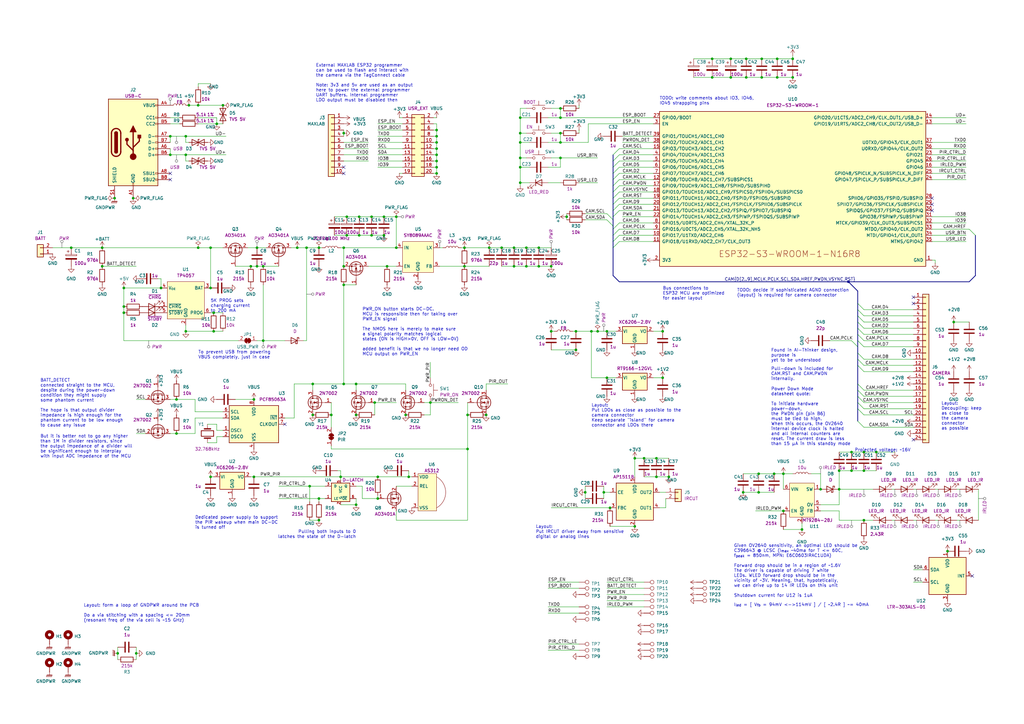
<source format=kicad_sch>
(kicad_sch (version 20231120) (generator "eeschema") (generator_version "8.0")
  (paper "A3")
  (title_block (title "MaxLab AI Camera") (date "20240317") (rev "rev3.2") (company "MAXLABIO INC."))
  (lib_symbols
    (symbol "00-kiml-74xGxx:TI_SN74LVC1G373DBVR" (pin_names (offset 1.016))
      (property "Reference" "U" (at -5.08 5.08 0))
      (property "UserValue" "D-LATCH" (at 5.08 6.35 0))
      (symbol "TI_SN74LVC1G373DBVR_1_1"
        (pin input line (at -6.35 -2.54 0) (length 2.54) (name "LE") (number "1"))
        (pin power_in line (at 0 -5.08 90) (length 1.27) (name "G") (number "2"))
        (pin input line (at -6.35 2.54 0) (length 2.54) (name "D") (number "3"))
        (pin tri_state line (at 6.35 2.54 180) (length 2.54) (name "Q") (number "4"))
        (pin power_in line (at 0 5.08 270) (length 1.27) (name "VCC") (number "5"))
        (pin input line (at 6.35 -2.54 180) (length 2.54) (name "~{OE}") (number "6"))
      )
    )
    (symbol "00-kiml-battery-management:TP4057-42-SOT26-R"
      (property "Reference" "U" (at 0 10.16 0))
      (property "UserValue" "TP4057-42-SOT26-R" (at 0 12.7 0))
      (symbol "TP4057-42-SOT26-R_1_1"
        (pin open_collector line (at -10.16 -2.54 0) (length 2.54) (name "~{CHRG}") (number "1"))
        (pin power_in line (at 0 -10.16 90) (length 2.54) (name "GND") (number "2"))
        (pin passive line (at 10.16 5.08 180) (length 2.54) (name "BAT") (number "3"))
        (pin power_in line (at -10.16 5.08 0) (length 2.54) (name "V_{cc}") (number "4"))
        (pin open_collector line (at -10.16 -5.08 0) (length 2.54) (name "~{STDBY}") (number "5"))
        (pin passive line (at 10.16 -5.08 180) (length 2.54) (name "PROG") (number "6"))
      )
    )
    (symbol "00-kiml-capacitors-smd:100u_CASE-B-3528_TAJB107K006RNJ" (pin_numbers hide) (pin_names (offset 0.254))
      (property "Reference" "C" (at 3.81 1.27 0))
      (property "UserValue" "100u" (at 5.08 -2.54 0))
      (symbol "100u_CASE-B-3528_TAJB107K006RNJ_1_1"
        (pin passive line (at 0 3.81 270) (length 2.794) (name "~") (number "1"))
        (pin passive line (at 0 -3.81 90) (length 2.794) (name "~") (number "2"))
      )
    )
    (symbol "00-kiml-capacitors-smd:1u_0402_CL05A105KA5NQNC" (pin_numbers hide) (pin_names (offset 0.254))
      (property "Reference" "C" (at 3.81 2.54 0))
      (property "UserValue" "1u" (at 5.08 0 0))
      (symbol "1u_0402_CL05A105KA5NQNC_1_1"
        (pin passive line (at 0 3.81 270) (length 2.794) (name "~") (number "1"))
        (pin passive line (at 0 -3.81 90) (length 2.794) (name "~") (number "2"))
      )
    )
    (symbol "00-kiml-capacitors-smd:22p_0402_0402CG220J500NT" (pin_numbers hide) (pin_names (offset 0.254))
      (property "Reference" "C" (at 0.635 2.54 0))
      (property "UserValue" "22p" (at 5.08 0 0))
      (symbol "22p_0402_0402CG220J500NT_1_1"
        (pin passive line (at 0 3.81 270) (length 2.794) (name "~") (number "1"))
        (pin passive line (at 0 -3.81 90) (length 2.794) (name "~") (number "2"))
      )
    )
    (symbol "00-kiml-connector-fpc-ffc:Conn_01x24_FFC_0.5mm_AFC01-S24FCC-00" (pin_names (offset 1.016) hide)
      (property "Reference" "J" (at 0 30.48 0))
      (property "UserValue" "FFC 01x24" (at 0 33.02 0))
      (symbol "Conn_01x24_FFC_0.5mm_AFC01-S24FCC-00_1_1"
        (pin passive line (at -5.08 27.94 0) (length 3.81) (name "Pin_1") (number "1"))
        (pin passive line (at -5.08 5.08 0) (length 3.81) (name "Pin_10") (number "10"))
        (pin passive line (at -5.08 2.54 0) (length 3.81) (name "Pin_11") (number "11"))
        (pin passive line (at -5.08 0 0) (length 3.81) (name "Pin_12") (number "12"))
        (pin passive line (at -5.08 -2.54 0) (length 3.81) (name "Pin_13") (number "13"))
        (pin passive line (at -5.08 -5.08 0) (length 3.81) (name "Pin_14") (number "14"))
        (pin passive line (at -5.08 -7.62 0) (length 3.81) (name "Pin_15") (number "15"))
        (pin passive line (at -5.08 -10.16 0) (length 3.81) (name "Pin_16") (number "16"))
        (pin passive line (at -5.08 -12.7 0) (length 3.81) (name "Pin_17") (number "17"))
        (pin passive line (at -5.08 -15.24 0) (length 3.81) (name "Pin_18") (number "18"))
        (pin passive line (at -5.08 -17.78 0) (length 3.81) (name "Pin_19") (number "19"))
        (pin passive line (at -5.08 25.4 0) (length 3.81) (name "Pin_2") (number "2"))
        (pin passive line (at -5.08 -20.32 0) (length 3.81) (name "Pin_20") (number "20"))
        (pin passive line (at -5.08 -22.86 0) (length 3.81) (name "Pin_21") (number "21"))
        (pin passive line (at -5.08 -25.4 0) (length 3.81) (name "Pin_22") (number "22"))
        (pin passive line (at -5.08 -27.94 0) (length 3.81) (name "Pin_23") (number "23"))
        (pin passive line (at -5.08 -30.48 0) (length 3.81) (name "Pin_24") (number "24"))
        (pin passive line (at -5.08 22.86 0) (length 3.81) (name "Pin_3") (number "3"))
        (pin passive line (at -5.08 20.32 0) (length 3.81) (name "Pin_4") (number "4"))
        (pin passive line (at -5.08 17.78 0) (length 3.81) (name "Pin_5") (number "5"))
        (pin passive line (at -5.08 15.24 0) (length 3.81) (name "Pin_6") (number "6"))
        (pin passive line (at -5.08 12.7 0) (length 3.81) (name "Pin_7") (number "7"))
        (pin passive line (at -5.08 10.16 0) (length 3.81) (name "Pin_8") (number "8"))
        (pin passive line (at -5.08 7.62 0) (length 3.81) (name "Pin_9") (number "9"))
      )
    )
    (symbol "00-kiml-connector-jst:Conn-01x02_P2.0mm_NONAME_JST-PH_C47647" (pin_names (offset 1.016) hide)
      (property "Reference" "J" (at 0 2.54 0))
      (property "UserValue" "JST PH 02" (at 0 5.08 0))
      (symbol "Conn-01x02_P2.0mm_NONAME_JST-PH_C47647_1_1"
        (pin passive line (at -5.08 0 0) (length 3.81) (name "Pin_1") (number "1"))
        (pin passive line (at -5.08 -2.54 0) (length 3.81) (name "Pin_2") (number "2"))
      )
    )
    (symbol "00-kiml-connector-usb:USB_C_Receptacle_USB2.0_TYPE-C-31-M-12" (pin_names (offset 1.016))
      (property "Reference" "J" (at -10.16 19.05 0))
      (property "UserValue" "USB-C" (at -6.858 21.336 0))
      (symbol "USB_C_Receptacle_USB2.0_TYPE-C-31-M-12_1_1"
        (pin passive line (at 0 -22.86 90) (length 5.08) (name "GND") (number "A1"))
        (pin passive line (at 0 -22.86 90) (length 5.08) hide (name "GND") (number "A12"))
        (pin passive line (at 15.24 15.24 180) (length 5.08) (name "VBUS") (number "A4"))
        (pin bidirectional line (at 15.24 10.16 180) (length 5.08) (name "CC1") (number "A5"))
        (pin bidirectional line (at 15.24 -2.54 180) (length 5.08) (name "D+") (number "A6"))
        (pin bidirectional line (at 15.24 2.54 180) (length 5.08) (name "D-") (number "A7"))
        (pin bidirectional line (at 15.24 -12.7 180) (length 5.08) (name "SBU1") (number "A8"))
        (pin passive line (at 15.24 15.24 180) (length 5.08) hide (name "VBUS") (number "A9"))
        (pin passive line (at 0 -22.86 90) (length 5.08) hide (name "GND") (number "B1"))
        (pin passive line (at 0 -22.86 90) (length 5.08) hide (name "GND") (number "B12"))
        (pin passive line (at 15.24 15.24 180) (length 5.08) hide (name "VBUS") (number "B4"))
        (pin bidirectional line (at 15.24 7.62 180) (length 5.08) (name "CC2") (number "B5"))
        (pin bidirectional line (at 15.24 -5.08 180) (length 5.08) (name "D+") (number "B6"))
        (pin bidirectional line (at 15.24 0 180) (length 5.08) (name "D-") (number "B7"))
        (pin bidirectional line (at 15.24 -15.24 180) (length 5.08) (name "SBU2") (number "B8"))
        (pin passive line (at 15.24 15.24 180) (length 5.08) hide (name "VBUS") (number "B9"))
        (pin passive line (at -7.62 -22.86 90) (length 5.08) (name "SHIELD") (number "S1"))
      )
    )
    (symbol "00-kiml-connector:Conn-01x02_P1.25mm_10114829-10102LF" (pin_names (offset 1.016) hide)
      (property "Reference" "J" (at 0 2.54 0))
      (property "UserValue" "Conn_01x02" (at 0 5.08 0))
      (symbol "Conn-01x02_P1.25mm_10114829-10102LF_1_1"
        (pin passive line (at -5.08 0 0) (length 3.81) (name "Pin_1") (number "1"))
        (pin passive line (at -5.08 -2.54 0) (length 3.81) (name "Pin_2") (number "2"))
      )
    )
    (symbol "00-kiml-connector:Conn-02x10_P2.54mm_B-2100S20P-B110" (pin_names (offset 1.016) hide)
      (property "Reference" "J" (at 0 13.97 0))
      (property "UserValue" "Conn_02x10" (at 0 16.51 0))
      (symbol "Conn-02x10_P2.54mm_B-2100S20P-B110_1_1"
        (pin passive line (at -6.35 10.16 0) (length 3.81) (name "Pin_1") (number "1"))
        (pin passive line (at 6.35 0 180) (length 3.81) (name "Pin_10") (number "10"))
        (pin passive line (at -6.35 -2.54 0) (length 3.81) (name "Pin_11") (number "11"))
        (pin passive line (at 6.35 -2.54 180) (length 3.81) (name "Pin_12") (number "12"))
        (pin passive line (at -6.35 -5.08 0) (length 3.81) (name "Pin_13") (number "13"))
        (pin passive line (at 6.35 -5.08 180) (length 3.81) (name "Pin_14") (number "14"))
        (pin passive line (at -6.35 -7.62 0) (length 3.81) (name "Pin_15") (number "15"))
        (pin passive line (at 6.35 -7.62 180) (length 3.81) (name "Pin_16") (number "16"))
        (pin passive line (at -6.35 -10.16 0) (length 3.81) (name "Pin_17") (number "17"))
        (pin passive line (at 6.35 -10.16 180) (length 3.81) (name "Pin_18") (number "18"))
        (pin passive line (at -6.35 -12.7 0) (length 3.81) (name "Pin_19") (number "19"))
        (pin passive line (at 6.35 10.16 180) (length 3.81) (name "Pin_2") (number "2"))
        (pin passive line (at 6.35 -12.7 180) (length 3.81) (name "Pin_20") (number "20"))
        (pin passive line (at -6.35 7.62 0) (length 3.81) (name "Pin_3") (number "3"))
        (pin passive line (at 6.35 7.62 180) (length 3.81) (name "Pin_4") (number "4"))
        (pin passive line (at -6.35 5.08 0) (length 3.81) (name "Pin_5") (number "5"))
        (pin passive line (at 6.35 5.08 180) (length 3.81) (name "Pin_6") (number "6"))
        (pin passive line (at -6.35 2.54 0) (length 3.81) (name "Pin_7") (number "7"))
        (pin passive line (at 6.35 2.54 180) (length 3.81) (name "Pin_8") (number "8"))
        (pin passive line (at -6.35 0 0) (length 3.81) (name "Pin_9") (number "9"))
      )
    )
    (symbol "00-kiml-crystal:32.768kHz_Q13FC1350000400" (pin_numbers hide) (pin_names (offset 1.016) hide)
      (property "Reference" "Y?" (at 0 7.62 0))
      (property "UserValue" "32.768kHz" (at 0 4.445 0))
      (symbol "32.768kHz_Q13FC1350000400_1_1"
        (pin passive line (at -3.81 0 0) (length 1.27) (name "1") (number "1"))
        (pin passive line (at 3.81 0 180) (length 1.27) (name "2") (number "2"))
      )
    )
    (symbol "00-kiml-diode:B5819W-SL_SOD-123" (pin_numbers hide) (pin_names (offset 1.016) hide)
      (property "Reference" "D" (at 0 2.54 0))
      (property "UserValue" "D" (at 0 2.54 0))
      (symbol "B5819W-SL_SOD-123_1_1"
        (pin passive line (at -3.81 0 0) (length 2.54) (name "K") (number "1"))
        (pin passive line (at 3.81 0 180) (length 2.54) (name "A") (number "2"))
      )
    )
    (symbol "00-kiml-driver-led:MT9284-28J"
      (property "Reference" "U" (at 0 10.16 0))
      (property "UserValue" "MT9284-28J" (at 0 7.62 0))
      (symbol "MT9284-28J_1_1"
        (pin power_out line (at 7.62 3.81 180) (length 2.54) (name "SW") (number "1"))
        (pin power_in line (at 0 -10.16 90) (length 2.54) (name "GND") (number "2"))
        (pin input line (at 7.62 -5.08 180) (length 2.54) (name "FB") (number "3"))
        (pin input line (at -7.62 -5.08 0) (length 2.54) (name "EN") (number "4"))
        (pin input line (at 7.62 -2.54 180) (length 2.54) (name "OV") (number "5"))
        (pin power_in line (at -7.62 3.81 0) (length 2.54) (name "VIN") (number "6"))
      )
    )
    (symbol "00-kiml-inductors:10u_1.5A_4x4mm_SWPA4030S100MT" (pin_numbers hide) (pin_names (offset 1.016) hide)
      (property "Reference" "L" (at -1.27 0 90))
      (property "UserValue" "10u" (at 2.54 0 90))
      (symbol "10u_1.5A_4x4mm_SWPA4030S100MT_1_1"
        (pin passive line (at 0 3.81 270) (length 1.27) (name "1") (number "1"))
        (pin passive line (at 0 -3.81 90) (length 1.27) (name "2") (number "2"))
      )
    )
    (symbol "00-kiml-inductors:FB_2A_0805_220R@100MHz_BLM21PG221SN1D" (pin_numbers hide) (pin_names (offset 1.016) hide)
      (property "Reference" "L" (at -1.27 0 90))
      (property "UserValue" "220R@100 MHz" (at 3.81 0 90))
      (symbol "FB_2A_0805_220R@100MHz_BLM21PG221SN1D_1_1"
        (pin passive line (at 0 3.81 270) (length 1.27) (name "1") (number "1"))
        (pin passive line (at 0 -3.81 90) (length 1.27) (name "2") (number "2"))
      )
    )
    (symbol "00-kiml-ircut-driver:AP1511B"
      (property "Reference" "U" (at -6.35 6.35 0))
      (property "UserValue" "AP1511B" (at -6.35 8.89 0))
      (symbol "AP1511B_1_1"
        (pin bidirectional line (at 10.16 3.81 180) (length 2.54) (name "CE") (number "1"))
        (pin power_in line (at 0 -10.16 90) (length 2.54) (name "GND") (number "2"))
        (pin bidirectional line (at 10.16 -2.54 180) (length 2.54) (name "FBC") (number "3"))
        (pin output line (at -10.16 -2.54 0) (length 2.54) (name "OUT1") (number "4"))
        (pin power_in line (at 0 10.16 270) (length 2.54) (name "VDD") (number "5"))
        (pin output line (at -10.16 3.81 0) (length 2.54) (name "OUT2") (number "6"))
      )
    )
    (symbol "00-kiml-led-smd:0603_GREEN_19-217/GHC-YR1S2/3T" (pin_numbers hide) (pin_names (offset 1.016) hide)
      (property "Reference" "D" (at 0 2.54 0))
      (property "UserValue" "LED_GREEN" (at 0 5.08 0))
      (symbol "0603_GREEN_19-217/GHC-YR1S2/3T_1_1"
        (pin passive line (at -3.81 0 0) (length 2.54) (name "K") (number "1"))
        (pin passive line (at 3.81 0 180) (length 2.54) (name "A") (number "2"))
      )
    )
    (symbol "00-kiml-led-smd:0603_IR_850nm_E6C0603IRAC1UDA" (pin_numbers hide) (pin_names (offset 1.016) hide)
      (property "Reference" "D" (at 0 2.54 0))
      (property "UserValue" "LED_IR" (at 0 5.08 0))
      (symbol "0603_IR_850nm_E6C0603IRAC1UDA_1_1"
        (pin passive line (at -3.81 0 0) (length 2.54) (name "K") (number "1"))
        (pin passive line (at 3.81 0 180) (length 2.54) (name "A") (number "2"))
      )
    )
    (symbol "00-kiml-led-smd:0603_RED_KT-0603R" (pin_numbers hide) (pin_names (offset 1.016) hide)
      (property "Reference" "D" (at 0 2.54 0))
      (property "UserValue" "LED_RED" (at 0 5.08 0))
      (symbol "0603_RED_KT-0603R_1_1"
        (pin passive line (at -3.81 0 0) (length 2.54) (name "K") (number "1"))
        (pin passive line (at 3.81 0 180) (length 2.54) (name "A") (number "2"))
      )
    )
    (symbol "00-kiml-optical:LTR-303ALS-01"
      (property "Reference" "U" (at 8.89 12.7 0))
      (property "UserValue" "LTR-303ALS-01" (at 8.89 10.16 0))
      (symbol "LTR-303ALS-01_1_1"
        (pin power_in line (at 0 10.16 270) (length 2.54) (name "VDD") (number "1"))
        (pin no_connect line (at 7.62 -6.35 180) (length 2.54) hide (name "NC") (number "2"))
        (pin power_in line (at 0 -10.16 90) (length 2.54) (name "GND") (number "3"))
        (pin input line (at -10.16 -2.54 0) (length 2.54) (name "SCL") (number "4"))
        (pin open_collector line (at 10.16 0 180) (length 2.54) (name "INT") (number "5"))
        (pin bidirectional line (at -10.16 2.54 0) (length 2.54) (name "SDA") (number "6"))
      )
    )
    (symbol "00-kiml-optical:PIR_AS312"
      (property "Reference" "U" (at 0 8.89 0))
      (property "UserValue" "AS312" (at 0 11.43 0))
      (symbol "PIR_AS312_1_1"
        (pin input line (at 6.35 6.35 180) (length 2.54) (name "VDD") (number "1"))
        (pin input line (at 6.35 2.54 180) (length 2.54) (name "REL") (number "2"))
        (pin input line (at 6.35 -6.35 180) (length 2.54) (name "VSS") (number "3"))
      )
    )
    (symbol "00-kiml-power-protection:SOD-523_BSD5C051L" (pin_numbers hide) (pin_names (offset 1.016) hide)
      (property "Reference" "D" (at 0 2.54 0))
      (property "UserValue" "TVS 5V" (at 0 5.08 0))
      (symbol "SOD-523_BSD5C051L_1_1"
        (pin passive line (at -3.81 0 0) (length 2.54) (name "A1") (number "1"))
        (pin passive line (at 3.81 0 180) (length 2.54) (name "A2") (number "2"))
      )
    )
    (symbol "00-kiml-regulator-linear:RT9166-12GVL" (pin_names (offset 0.254))
      (property "Reference" "U" (at -3.81 3.175 0))
      (property "UserValue" "RT9166-12GVL" (at 1.27 8.89 0))
      (symbol "RT9166-12GVL_1_1"
        (pin power_in line (at 0 -7.62 90) (length 2.54) (name "GND") (number "1"))
        (pin power_out line (at 7.62 0 180) (length 2.54) (name "VO") (number "2"))
        (pin power_in line (at -7.62 0 0) (length 2.54) (name "VI") (number "3"))
      )
    )
    (symbol "00-kiml-regulator-linear:XC6206-2.8V" (pin_names (offset 0.254))
      (property "Reference" "U" (at -3.81 3.175 0))
      (property "UserValue" "XC6206-2.8V" (at 1.27 8.89 0))
      (symbol "XC6206-2.8V_1_1"
        (pin power_in line (at 0 -7.62 90) (length 2.54) (name "GND") (number "1"))
        (pin power_out line (at 7.62 0 180) (length 2.54) (name "VO") (number "2"))
        (pin power_in line (at -7.62 0 0) (length 2.54) (name "VI") (number "3"))
      )
    )
    (symbol "00-kiml-regulator-switching:SY8089AAAC"
      (property "Reference" "U" (at 0 8.89 0))
      (property "UserValue" "SY8089AAAC" (at 0 11.43 0))
      (symbol "SY8089AAAC_1_1"
        (pin input line (at -8.89 -3.81 0) (length 2.54) (name "EN") (number "1"))
        (pin power_in line (at 0 -8.89 90) (length 2.54) (name "GND") (number "2"))
        (pin input line (at 8.89 3.81 180) (length 2.54) (name "LX") (number "3"))
        (pin power_in line (at -8.89 3.81 0) (length 2.54) (name "IN") (number "4"))
        (pin input line (at 8.89 -3.81 180) (length 2.54) (name "FB") (number "5"))
      )
    )
    (symbol "00-kiml-resistors-smd:10k_0402_0402WGF1002TCE" (pin_numbers hide) (pin_names (offset 0))
      (property "Reference" "R" (at 2.032 0 90))
      (property "UserValue" "10k" (at -2.54 0 90))
      (symbol "10k_0402_0402WGF1002TCE_1_1"
        (pin passive line (at 0 3.81 270) (length 1.27) (name "~") (number "1"))
        (pin passive line (at 0 -3.81 90) (length 1.27) (name "~") (number "2"))
      )
    )
    (symbol "00-kiml-resistors-smd:1k_0402_0402WGF1001TCE" (pin_numbers hide) (pin_names (offset 0))
      (property "Reference" "R" (at 2.032 0 90))
      (property "UserValue" "1k" (at -2.54 0 90))
      (symbol "1k_0402_0402WGF1001TCE_1_1"
        (pin passive line (at 0 3.81 270) (length 1.27) (name "~") (number "1"))
        (pin passive line (at 0 -3.81 90) (length 1.27) (name "~") (number "2"))
      )
    )
    (symbol "00-kiml-resistors-smd:2.43R_0805_0805W8F243KT5E" (pin_numbers hide) (pin_names (offset 0))
      (property "Reference" "R" (at 2.032 0 90))
      (property "UserValue" "2.43R" (at -2.54 0 90))
      (symbol "2.43R_0805_0805W8F243KT5E_1_1"
        (pin passive line (at 0 3.81 270) (length 1.27) (name "~") (number "1"))
        (pin passive line (at 0 -3.81 90) (length 1.27) (name "~") (number "2"))
      )
    )
    (symbol "00-kiml-resistors-smd:215k_0402_0402WGD2153TCE" (pin_numbers hide) (pin_names (offset 0))
      (property "Reference" "R" (at 2.032 0 90))
      (property "UserValue" "215k" (at -2.54 0 90))
      (symbol "215k_0402_0402WGD2153TCE_1_1"
        (pin passive line (at 0 3.81 270) (length 1.27) (name "~") (number "1"))
        (pin passive line (at 0 -3.81 90) (length 1.27) (name "~") (number "2"))
      )
    )
    (symbol "00-kiml-resistors-smd:5.1k_0603_0603WAF5101T5E" (pin_numbers hide) (pin_names (offset 0))
      (property "Reference" "R" (at 2.032 0 90))
      (property "UserValue" "5.1k" (at 3.81 0 90))
      (property "Tolerance" "1%" (at 5.715 0 90))
      (symbol "5.1k_0603_0603WAF5101T5E_1_1"
        (pin passive line (at 0 3.81 270) (length 1.27) (name "~") (number "1"))
        (pin passive line (at 0 -3.81 90) (length 1.27) (name "~") (number "2"))
      )
    )
    (symbol "00-kiml-resistors-smd:976k_0402_0402WGD9763TCE" (pin_numbers hide) (pin_names (offset 0))
      (property "Reference" "R" (at 2.032 0 90))
      (property "UserValue" "976k" (at -2.54 0 90))
      (symbol "976k_0402_0402WGD9763TCE_1_1"
        (pin passive line (at 0 3.81 270) (length 1.27) (name "~") (number "1"))
        (pin passive line (at 0 -3.81 90) (length 1.27) (name "~") (number "2"))
      )
    )
    (symbol "00-kiml-rf-module:ESP32-S3-WROOM-1-N16R8" (pin_names (offset 1.016))
      (property "Reference" "U" (at -53.34 38.1 0))
      (property "UserValue" "ESP32-S3-WROOM-1" (at -53.34 35.56 0))
      (symbol "ESP32-S3-WROOM-1-N16R8_0_0"
        (text "ESP32-S3-WROOM-1-N16R8" (at 0 -25.4 0) (effects (font (size 2.54 2.54))))
        (pin power_in line (at 58.42 -27.94 180) (length 2.54) (name "GND") (number "1"))
        (pin bidirectional line (at -55.88 -17.78 0) (length 2.54) (name "GPIO17/U1TXD/ADC2_CH6") (number "10"))
        (pin bidirectional line (at -55.88 -20.32 0) (length 2.54) (name "GPIO18/U1RXD/ADC2_CH7/CLK_OUT3") (number "11"))
        (pin bidirectional line (at -55.88 5.08 0) (length 2.54) (name "GPIO8/TOUCH8/ADC1_CH7/SUBSPICS1") (number "12"))
        (pin bidirectional line (at 58.42 27.94 180) (length 2.54) (name "GPIO19/U1RTS/ADC2_CH8/CLK_OUT2/USB_D-") (number "13"))
        (pin bidirectional line (at 58.42 30.48 180) (length 2.54) (name "GPIO20/U1CTS/ADC2_CH9/CLK_OUT1/USB_D+") (number "14"))
        (pin bidirectional line (at -55.88 17.78 0) (length 2.54) (name "GPIO3/TOUCH3/ADC1_CH2") (number "15"))
        (pin bidirectional line (at 58.42 10.16 180) (length 2.54) (name "GPIO46") (number "16"))
        (pin bidirectional line (at -55.88 2.54 0) (length 2.54) (name "GPIO9/TOUCH9/ADC1_CH8/FSPIHD/SUBSPIHD") (number "17"))
        (pin bidirectional line (at -55.88 0 0) (length 2.54) (name "GPIO10/TOUCH10/ADC1_CH9/FSPICS0/FSPIIO4/SUBSPICS0") (number "18"))
        (pin bidirectional line (at -55.88 -2.54 0) (length 2.54) (name "GPIO11/TOUCH11/ADC2_CH0/FSPID/FSPIIO5/SUBSPID") (number "19"))
        (pin power_in line (at -55.88 -27.94 0) (length 2.54) (name "3V3") (number "2"))
        (pin bidirectional line (at -55.88 -5.08 0) (length 2.54) (name "GPIO12/TOUCH12/ADC2_CH1/FSPICLK/FSPIIO6/SUBSPICLK") (number "20"))
        (pin bidirectional line (at -55.88 -7.62 0) (length 2.54) (name "GPIO13/TOUCH13/ADC2_CH2/FSPIQ/FSPIIO7/SUBSPIQ") (number "21"))
        (pin bidirectional line (at -55.88 -10.16 0) (length 2.54) (name "GPIO14/TOUCH14/ADC2_CH3/FSPIWP/FSPIDQS/SUBSPIWP") (number "22"))
        (pin bidirectional line (at 58.42 15.24 180) (length 2.54) (name "GPIO21") (number "23"))
        (pin bidirectional line (at 58.42 5.08 180) (length 2.54) (name "GPIO47/SPICLK_P/SUBSPICLK_P_DIFF") (number "24"))
        (pin bidirectional line (at 58.42 7.62 180) (length 2.54) (name "GPIO48/SPICLK_N/SUBSPICLK_N_DIFF") (number "25"))
        (pin bidirectional line (at 58.42 12.7 180) (length 2.54) (name "GPIO45") (number "26"))
        (pin bidirectional line (at -55.88 30.48 0) (length 2.54) (name "GPIO0/BOOT") (number "27"))
        (pin bidirectional line (at 58.42 -2.54 180) (length 2.54) (name "SPIIO6/GPIO35/FSPID/SUBSPID") (number "28"))
        (pin bidirectional line (at 58.42 -5.08 180) (length 2.54) (name "SPIIO7/GPIO36/FSPICLK/SUBSPICLK") (number "29"))
        (pin input line (at -55.88 27.94 0) (length 2.54) (name "EN") (number "3"))
        (pin bidirectional line (at 58.42 -7.62 180) (length 2.54) (name "SPIDQS/GPIO37/FSPIQ/SUBSPIQ") (number "30"))
        (pin bidirectional line (at 58.42 -10.16 180) (length 2.54) (name "GPIO38/FSPIWP/SUBSPIWP") (number "31"))
        (pin bidirectional line (at 58.42 -12.7 180) (length 2.54) (name "MTCK/GPIO39/CLK_OUT3/SUBSPICS1") (number "32"))
        (pin bidirectional line (at 58.42 -15.24 180) (length 2.54) (name "MTDO/GPIO40/CLK_OUT2") (number "33"))
        (pin bidirectional line (at 58.42 -17.78 180) (length 2.54) (name "MTDI/GPIO41/CLK_OUT1") (number "34"))
        (pin bidirectional line (at 58.42 -20.32 180) (length 2.54) (name "MTMS/GPIO42") (number "35"))
        (pin bidirectional line (at 58.42 17.78 180) (length 2.54) (name "U0RXD/GPIO44/CLK_OUT2") (number "36"))
        (pin bidirectional line (at 58.42 20.32 180) (length 2.54) (name "U0TXD/GPIO43/CLK_OUT1") (number "37"))
        (pin bidirectional line (at -55.88 20.32 0) (length 2.54) (name "GPIO2/TOUCH2/ADC1_CH1") (number "38"))
        (pin bidirectional line (at -55.88 22.86 0) (length 2.54) (name "GPIO1/TOUCH1/ADC1_CH0") (number "39"))
        (pin bidirectional line (at -55.88 15.24 0) (length 2.54) (name "GPIO4/TOUCH4/ADC1_CH3") (number "4"))
        (pin passive line (at 58.42 -27.94 180) (length 2.54) hide (name "GND") (number "40"))
        (pin passive line (at 58.42 -27.94 180) (length 2.54) hide (name "GND") (number "41"))
        (pin bidirectional line (at -55.88 12.7 0) (length 2.54) (name "GPIO5/TOUCH5/ADC1_CH4") (number "5"))
        (pin bidirectional line (at -55.88 10.16 0) (length 2.54) (name "GPIO6/TOUCH6/ADC1_CH5") (number "6"))
        (pin bidirectional line (at -55.88 7.62 0) (length 2.54) (name "GPIO7/TOUCH7/ADC1_CH6") (number "7"))
        (pin bidirectional line (at -55.88 -12.7 0) (length 2.54) (name "GPIO15/U0RTS/ADC2_CH4/XTAL_32K_P") (number "8"))
        (pin bidirectional line (at -55.88 -15.24 0) (length 2.54) (name "GPIO16/U0CTS/ADC2_CH5/XTAL_32K_NH5") (number "9"))
      )
    )
    (symbol "00-kiml-switch-button-smd:SW_PB_TS-1187A-B-A-B" (pin_numbers hide) (pin_names (offset 1.016) hide)
      (property "Reference" "SW" (at 2.54 2.54 0))
      (property "UserValue" "PB" (at -3.81 2.54 0))
      (symbol "SW_PB_TS-1187A-B-A-B_0_1"
        (pin passive line (at -5.08 0 0) (length 2.54) (name "1") (number "1"))
        (pin passive line (at 5.08 0 180) (length 2.54) (name "2") (number "2"))
      )
    )
    (symbol "00-kiml-switch-button-tht:SW_PB_90deg_K2-1102AQ-N4CW-01" (pin_numbers hide) (pin_names (offset 1.016) hide)
      (property "Reference" "SW" (at 2.54 2.54 0))
      (property "UserValue" "PB" (at -3.81 2.54 0))
      (symbol "SW_PB_90deg_K2-1102AQ-N4CW-01_0_1"
        (pin passive line (at -5.08 0 0) (length 2.54) (name "1") (number "1"))
        (pin passive line (at 5.08 0 180) (length 2.54) (name "2") (number "2"))
      )
    )
    (symbol "00-kiml-timer-rtc:PCF85063AT/AAZ"
      (property "Reference" "U" (at -8.89 12.7 0))
      (property "UserValue" "PCF85063A" (at -8.89 10.16 0))
      (symbol "PCF85063AT/AAZ_1_1"
        (pin input line (at -12.7 -2.54 0) (length 2.54) (name "OSCI") (number "1"))
        (pin output line (at -12.7 -5.08 0) (length 2.54) (name "OSCO") (number "2"))
        (pin output line (at 12.7 2.54 180) (length 2.54) (name "~{INT}") (number "3"))
        (pin power_in line (at 0 -10.16 90) (length 2.54) (name "VSS") (number "4"))
        (pin bidirectional line (at -12.7 2.54 0) (length 2.54) (name "SDA") (number "5"))
        (pin input line (at -12.7 5.08 0) (length 2.54) (name "SCL") (number "6"))
        (pin output line (at 12.7 0 180) (length 2.54) (name "CLKOUT") (number "7"))
        (pin power_in line (at 0 10.16 270) (length 2.54) (name "VDD") (number "8"))
      )
    )
    (symbol "00-kiml-transistor-fet:2N7002" (pin_names hide)
      (property "Reference" "Q" (at 3.81 1.27 0))
      (property "UserValue" "2N7002" (at 3.81 0 0))
      (symbol "2N7002_1_1"
        (pin input line (at -6.35 0 0) (length 2.54) (name "G") (number "1"))
        (pin passive line (at 1.27 -5.08 90) (length 2.54) (name "S") (number "2"))
        (pin passive line (at 1.27 5.08 270) (length 2.54) (name "D") (number "3"))
      )
    )
    (symbol "00-kiml-transistor-fet:AO3401A" (pin_names hide)
      (property "Reference" "Q" (at 7.62 6.35 0))
      (property "UserValue" "AO3401A" (at 7.62 3.81 0))
      (symbol "AO3401A_1_1"
        (pin input line (at -6.35 0 0) (length 2.54) (name "G") (number "1"))
        (pin passive line (at 1.27 -5.08 90) (length 2.54) (name "S") (number "2"))
        (pin passive line (at 1.27 5.08 270) (length 2.54) (name "D") (number "3"))
      )
    )
    (symbol "Connector:TestPoint" (pin_numbers hide) (pin_names (offset 0.762) hide)
      (property "Reference" "TP" (at 0 6.858 0))
      (property "Value" "TestPoint" (at 0 5.08 0))
      (symbol "TestPoint_1_1"
        (pin passive line (at 0 0 90) (length 2.54) (name "1") (number "1"))
      )
    )
    (symbol "Connector_Generic:Conn_01x10" (pin_names (offset 1.016) hide)
      (property "Reference" "J" (at 0 12.7 0))
      (property "Value" "Conn_01x10" (at 0 -15.24 0))
      (symbol "Conn_01x10_1_1"
        (pin passive line (at -5.08 10.16 0) (length 3.81) (name "Pin_1") (number "1"))
        (pin passive line (at -5.08 -12.7 0) (length 3.81) (name "Pin_10") (number "10"))
        (pin passive line (at -5.08 7.62 0) (length 3.81) (name "Pin_2") (number "2"))
        (pin passive line (at -5.08 5.08 0) (length 3.81) (name "Pin_3") (number "3"))
        (pin passive line (at -5.08 2.54 0) (length 3.81) (name "Pin_4") (number "4"))
        (pin passive line (at -5.08 0 0) (length 3.81) (name "Pin_5") (number "5"))
        (pin passive line (at -5.08 -2.54 0) (length 3.81) (name "Pin_6") (number "6"))
        (pin passive line (at -5.08 -5.08 0) (length 3.81) (name "Pin_7") (number "7"))
        (pin passive line (at -5.08 -7.62 0) (length 3.81) (name "Pin_8") (number "8"))
        (pin passive line (at -5.08 -10.16 0) (length 3.81) (name "Pin_9") (number "9"))
      )
    )
    (symbol "Jumper:SolderJumper_2_Bridged" (pin_names (offset 0) hide)
      (property "Reference" "JP" (at 0 2.032 0))
      (property "Value" "SolderJumper_2_Bridged" (at 0 -2.54 0))
      (symbol "SolderJumper_2_Bridged_1_1"
        (pin passive line (at -3.81 0 0) (length 2.54) (name "A") (number "1"))
        (pin passive line (at 3.81 0 180) (length 2.54) (name "B") (number "2"))
      )
    )
    (symbol "Mechanical:MountingHole_Pad" (pin_numbers hide) (pin_names (offset 1.016) hide)
      (property "Reference" "H" (at 0 6.35 0))
      (property "Value" "MountingHole_Pad" (at 0 4.445 0))
      (symbol "MountingHole_Pad_1_1"
        (pin input line (at 0 -2.54 90) (length 2.54) (name "1") (number "1"))
      )
    )
    (symbol "power:+1V2" (power) (pin_numbers hide) (pin_names (offset 0) hide)
      (property "Value" "+1V2" (at 0 3.556 0))
      (symbol "+1V2_1_1"
        (pin power_in line (at 0 0 90) (length 0) (name "~") (number "1"))
      )
    )
    (symbol "power:+2V8" (power) (pin_numbers hide) (pin_names (offset 0) hide)
      (property "Value" "+2V8" (at 0 3.556 0))
      (symbol "+2V8_1_1"
        (pin power_in line (at 0 0 90) (length 0) (name "~") (number "1"))
      )
    )
    (symbol "power:+3V3" (power) (pin_numbers hide) (pin_names (offset 0) hide)
      (property "Value" "+3V3" (at 0 3.556 0))
      (symbol "+3V3_1_1"
        (pin power_in line (at 0 0 90) (length 0) (name "~") (number "1"))
      )
    )
    (symbol "power:+5V" (power) (pin_numbers hide) (pin_names (offset 0) hide)
      (property "Value" "+5V" (at 0 3.556 0))
      (symbol "+5V_1_1"
        (pin power_in line (at 0 0 90) (length 0) (name "~") (number "1"))
      )
    )
    (symbol "power:+BATT" (power) (pin_numbers hide) (pin_names (offset 0) hide)
      (property "Value" "+BATT" (at 0 3.556 0))
      (symbol "+BATT_1_1"
        (pin power_in line (at 0 0 90) (length 0) (name "~") (number "1"))
      )
    )
    (symbol "power:GND" (power) (pin_numbers hide) (pin_names (offset 0) hide)
      (property "Value" "GND" (at 0 -3.81 0))
      (symbol "GND_1_1"
        (pin power_in line (at 0 0 270) (length 0) (name "~") (number "1"))
      )
    )
    (symbol "power:GNDPWR" (power) (pin_numbers hide) (pin_names (offset 0) hide)
      (property "Value" "GNDPWR" (at 0 -3.302 0))
      (symbol "GNDPWR_1_1"
        (pin power_in line (at 0 0 270) (length 0) (name "~") (number "1"))
      )
    )
    (symbol "power:PWR_FLAG" (power) (pin_numbers hide) (pin_names (offset 0) hide)
      (property "Value" "PWR_FLAG" (at 0 3.81 0))
      (symbol "PWR_FLAG_0_0"
        (pin power_out line (at 0 0 90) (length 0) (name "~") (number "1"))
      )
    )
    (symbol "power:VBUS" (power) (pin_numbers hide) (pin_names (offset 0) hide)
      (property "Value" "VBUS" (at 0 3.556 0))
      (symbol "VBUS_1_1"
        (pin power_in line (at 0 0 90) (length 0) (name "~") (number "1"))
      )
    )
  )
  (junction (at 130.81 204.47))
  (junction (at 140.97 157.48))
  (junction (at 260.35 187.96))
  (junction (at 167.64 195.58))
  (junction (at 306.07 24.13))
  (junction (at 158.75 109.22))
  (junction (at 304.8 201.93))
  (junction (at 321.31 209.55))
  (junction (at 50.8 128.27))
  (junction (at 179.07 55.88))
  (junction (at 72.39 177.8))
  (junction (at 250.19 208.28))
  (junction (at 107.95 139.7))
  (junction (at 86.36 101.6))
  (junction (at 325.12 24.13))
  (junction (at 162.56 88.9))
  (junction (at 81.28 43.18))
  (junction (at 264.16 187.96))
  (junction (at 105.41 109.22))
  (junction (at 200.66 101.6))
  (junction (at 104.14 163.83))
  (junction (at 69.85 55.88))
  (junction (at 321.31 194.31))
  (junction (at 76.2 135.89))
  (junction (at 179.07 71.12))
  (junction (at 344.17 193.04))
  (junction (at 215.9 101.6))
  (junction (at 229.87 48.26))
  (junction (at 88.9 50.8))
  (junction (at 213.36 58.42))
  (junction (at 349.25 185.42))
  (junction (at 179.07 66.04))
  (junction (at 69.85 63.5))
  (junction (at 191.77 184.15))
  (junction (at 157.48 96.52))
  (junction (at 140.97 116.84))
  (junction (at 215.9 109.22))
  (junction (at 220.98 101.6))
  (junction (at 128.27 157.48))
  (junction (at 226.06 135.89))
  (junction (at 77.47 43.18))
  (junction (at 306.07 31.75))
  (junction (at 247.65 201.93))
  (junction (at 105.41 101.6))
  (junction (at 318.77 24.13))
  (junction (at 154.94 195.58))
  (junction (at 140.97 109.22))
  (junction (at 86.36 118.11))
  (junction (at 299.72 24.13))
  (junction (at 191.77 170.18))
  (junction (at 325.12 31.75))
  (junction (at 229.87 64.77))
  (junction (at 179.07 60.96))
  (junction (at 292.1 31.75))
  (junction (at 87.63 135.89))
  (junction (at 48.26 267.97))
  (junction (at 104.14 195.58))
  (junction (at 229.87 54.61))
  (junction (at 269.24 195.58))
  (junction (at 125.73 101.6))
  (junction (at 311.15 201.93))
  (junction (at 236.22 143.51))
  (junction (at 54.61 81.28))
  (junction (at 179.07 68.58))
  (junction (at 359.41 185.42))
  (junction (at 157.48 88.9))
  (junction (at 260.35 215.9))
  (junction (at 107.95 109.22))
  (junction (at 248.92 154.94))
  (junction (at 142.24 88.9))
  (junction (at 139.7 195.58))
  (junction (at 226.06 109.22))
  (junction (at 153.67 165.1))
  (junction (at 269.24 187.96))
  (junction (at 388.62 226.06))
  (junction (at 312.42 24.13))
  (junction (at 154.94 204.47))
  (junction (at 87.63 128.27))
  (junction (at 210.82 109.22))
  (junction (at 213.36 54.61))
  (junction (at 66.04 118.11))
  (junction (at 128.27 170.18))
  (junction (at 72.39 163.83))
  (junction (at 229.87 44.45))
  (junction (at 152.4 88.9))
  (junction (at 179.07 58.42))
  (junction (at 146.05 170.18))
  (junction (at 41.91 109.22))
  (junction (at 130.81 213.36))
  (junction (at 147.32 96.52))
  (junction (at 292.1 24.13))
  (junction (at 152.4 96.52))
  (junction (at 76.2 55.88))
  (junction (at 135.89 170.18))
  (junction (at 140.97 101.6))
  (junction (at 176.53 165.1))
  (junction (at 213.36 48.26))
  (junction (at 354.33 213.36))
  (junction (at 166.37 170.18))
  (junction (at 147.32 88.9))
  (junction (at 213.36 74.93))
  (junction (at 140.97 54.61))
  (junction (at 229.87 58.42))
  (junction (at 121.92 101.6))
  (junction (at 213.36 64.77))
  (junction (at 205.74 101.6))
  (junction (at 328.93 217.17))
  (junction (at 245.11 135.89))
  (junction (at 311.15 194.31))
  (junction (at 312.42 31.75))
  (junction (at 317.5 194.31))
  (junction (at 344.17 200.66))
  (junction (at 213.36 68.58))
  (junction (at 232.41 88.9))
  (junction (at 146.05 157.48))
  (junction (at 46.99 81.28))
  (junction (at 318.77 31.75))
  (junction (at 190.5 101.6))
  (junction (at 210.82 101.6))
  (junction (at 130.81 101.6))
  (junction (at 81.28 101.6))
  (junction (at 102.87 109.22))
  (junction (at 127 199.39))
  (junction (at 220.98 109.22))
  (junction (at 248.92 135.89))
  (junction (at 86.36 195.58))
  (junction (at 336.55 200.66))
  (junction (at 199.39 170.18))
  (junction (at 349.25 193.04))
  (junction (at 179.07 53.34))
  (junction (at 354.33 193.04))
  (junction (at 91.44 43.18))
  (junction (at 76.2 63.5))
  (junction (at 271.78 135.89))
  (junction (at 391.16 132.08))
  (junction (at 240.03 201.93))
  (junction (at 50.8 125.73))
  (junction (at 41.91 101.6))
  (junction (at 299.72 31.75))
  (junction (at 354.33 185.42))
  (junction (at 55.88 267.97))
  (junction (at 142.24 96.52))
  (junction (at 50.8 118.11))
  (junction (at 190.5 109.22))
  (junction (at 236.22 135.89))
  (junction (at 146.05 207.01))
  (junction (at 29.21 101.6))
  (junction (at 162.56 101.6))
  (junction (at 179.07 63.5))
  (junction (at 271.78 154.94))
  (junction (at 274.32 195.58))
  (junction (at 347.98 115.57))
  (junction (at 242.57 135.89))
  (no_connect (at 382.27 83.82))
  (no_connect (at 374.65 121.92))
  (no_connect (at 374.65 180.34))
  (no_connect (at 140.97 68.58))
  (no_connect (at 382.27 81.28))
  (no_connect (at 398.78 236.22))
  (no_connect (at 374.65 124.46))
  (no_connect (at 69.85 71.12))
  (no_connect (at 140.97 71.12))
  (no_connect (at 116.84 173.99))
  (no_connect (at 69.85 73.66))
  (no_connect (at 382.27 86.36))
  (bus_entry (at 351.79 172.72) (size 2.54 2.54))
  (bus_entry (at 251.46 68.58) (size 2.54 -2.54))
  (bus_entry (at 351.79 160.02) (size 2.54 2.54))
  (bus_entry (at 351.79 149.86) (size 2.54 2.54))
  (bus_entry (at 251.46 101.6) (size 2.54 -2.54))
  (bus_entry (at 351.79 129.54) (size 2.54 2.54))
  (bus_entry (at 251.46 86.36) (size 2.54 -2.54))
  (bus_entry (at 351.79 139.7) (size 2.54 2.54))
  (bus_entry (at 351.79 144.78) (size 2.54 2.54))
  (bus_entry (at 351.79 142.24) (size -2.54 -2.54))
  (bus_entry (at 251.46 71.12) (size 2.54 -2.54))
  (bus_entry (at 251.46 76.2) (size 2.54 -2.54))
  (bus_entry (at 251.46 63.5) (size 2.54 -2.54))
  (bus_entry (at 251.46 81.28) (size 2.54 -2.54))
  (bus_entry (at 251.46 96.52) (size 2.54 -2.54))
  (bus_entry (at 397.51 93.98) (size 2.54 2.54))
  (bus_entry (at 251.46 66.04) (size 2.54 -2.54))
  (bus_entry (at 251.46 88.9) (size 2.54 -2.54))
  (bus_entry (at 251.46 90.17) (size -2.54 -2.54))
  (bus_entry (at 351.79 157.48) (size 2.54 2.54))
  (bus_entry (at 351.79 167.64) (size 2.54 2.54))
  (bus_entry (at 351.79 124.46) (size 2.54 2.54))
  (bus_entry (at 351.79 137.16) (size 2.54 2.54))
  (bus_entry (at 351.79 165.1) (size 2.54 2.54))
  (bus_entry (at 351.79 127) (size 2.54 2.54))
  (bus_entry (at 251.46 78.74) (size 2.54 -2.54))
  (bus_entry (at 251.46 92.71) (size -2.54 -2.54))
  (bus_entry (at 251.46 93.98) (size 2.54 -2.54))
  (bus_entry (at 351.79 147.32) (size 2.54 2.54))
  (bus_entry (at 351.79 162.56) (size 2.54 2.54))
  (bus_entry (at 251.46 73.66) (size 2.54 -2.54))
  (bus_entry (at 351.79 134.62) (size 2.54 2.54))
  (bus_entry (at 251.46 99.06) (size 2.54 -2.54))
  (bus_entry (at 351.79 132.08) (size 2.54 2.54))
  (bus_entry (at 251.46 83.82) (size 2.54 -2.54))
  (wire (pts (xy 50.8 128.27) (xy 50.8 139.7)))
  (wire (pts (xy 374.65 134.62) (xy 354.33 134.62)))
  (wire (pts (xy 179.07 68.58) (xy 179.07 71.12)))
  (wire (pts (xy 255.27 88.9) (xy 267.97 88.9)))
  (wire (pts (xy 128.27 157.48) (xy 140.97 157.48)))
  (wire (pts (xy 241.3 50.8) (xy 241.3 58.42)))
  (bus (pts (xy 347.98 115.57) (xy 397.51 115.57)))
  (wire (pts (xy 247.65 201.93) (xy 247.65 199.39)))
  (bus (pts (xy 351.79 134.62) (xy 351.79 137.16)))
  (wire (pts (xy 382.27 88.9) (xy 396.24 88.9)))
  (wire (pts (xy 236.22 135.89) (xy 242.57 135.89)))
  (wire (pts (xy 80.01 168.91) (xy 91.44 168.91)))
  (wire (pts (xy 229.87 44.45) (xy 229.87 48.26)))
  (wire (pts (xy 254 99.06) (xy 267.97 99.06)))
  (wire (pts (xy 157.48 88.9) (xy 162.56 88.9)))
  (wire (pts (xy 120.65 157.48) (xy 120.65 171.45)))
  (wire (pts (xy 191.77 184.15) (xy 191.77 170.18)))
  (wire (pts (xy 215.9 109.22) (xy 220.98 109.22)))
  (wire (pts (xy 382.27 63.5) (xy 396.24 63.5)))
  (wire (pts (xy 273.05 204.47) (xy 273.05 208.28)))
  (bus (pts (xy 351.79 165.1) (xy 351.79 167.64)))
  (wire (pts (xy 378.46 233.68) (xy 374.65 233.68)))
  (wire (pts (xy 80.01 163.83) (xy 72.39 163.83)))
  (wire (pts (xy 374.65 165.1) (xy 354.33 165.1)))
  (wire (pts (xy 116.84 171.45) (xy 120.65 171.45)))
  (bus (pts (xy 351.79 132.08) (xy 351.79 134.62)))
  (wire (pts (xy 179.07 58.42) (xy 179.07 60.96)))
  (wire (pts (xy 306.07 31.75) (xy 312.42 31.75)))
  (wire (pts (xy 69.85 55.88) (xy 69.85 58.42)))
  (wire (pts (xy 21.59 101.6) (xy 29.21 101.6)))
  (wire (pts (xy 179.07 58.42) (xy 177.8 58.42)))
  (wire (pts (xy 179.07 66.04) (xy 179.07 68.58)))
  (wire (pts (xy 344.17 200.66) (xy 358.14 200.66)))
  (wire (pts (xy 142.24 96.52) (xy 147.32 96.52)))
  (wire (pts (xy 232.41 87.63) (xy 232.41 88.9)))
  (wire (pts (xy 224.79 241.3) (xy 237.49 241.3)))
  (wire (pts (xy 374.65 129.54) (xy 354.33 129.54)))
  (wire (pts (xy 190.5 109.22) (xy 200.66 109.22)))
  (wire (pts (xy 382.27 48.26) (xy 396.24 48.26)))
  (wire (pts (xy 237.49 74.93) (xy 245.11 74.93)))
  (wire (pts (xy 88.9 48.26) (xy 88.9 50.8)))
  (bus (pts (xy 251.46 63.5) (xy 251.46 66.04)))
  (wire (pts (xy 375.92 200.66) (xy 374.65 200.66)))
  (wire (pts (xy 226.06 143.51) (xy 236.22 143.51)))
  (wire (pts (xy 340.36 139.7) (xy 349.25 139.7)))
  (bus (pts (xy 351.79 124.46) (xy 351.79 119.38)))
  (wire (pts (xy 140.97 157.48) (xy 146.05 157.48)))
  (wire (pts (xy 139.7 195.58) (xy 154.94 195.58)))
  (wire (pts (xy 179.07 60.96) (xy 177.8 60.96)))
  (wire (pts (xy 321.31 200.66) (xy 321.31 194.31)))
  (wire (pts (xy 332.74 194.31) (xy 336.55 194.31)))
  (wire (pts (xy 167.64 195.58) (xy 168.91 195.58)))
  (wire (pts (xy 146.05 204.47) (xy 146.05 207.01)))
  (wire (pts (xy 105.41 101.6) (xy 109.22 101.6)))
  (wire (pts (xy 167.64 193.04) (xy 167.64 195.58)))
  (bus (pts (xy 251.46 90.17) (xy 251.46 92.71)))
  (wire (pts (xy 200.66 101.6) (xy 205.74 101.6)))
  (wire (pts (xy 176.53 165.1) (xy 176.53 170.18)))
  (wire (pts (xy 374.65 160.02) (xy 354.33 160.02)))
  (wire (pts (xy 133.35 199.39) (xy 127 199.39)))
  (wire (pts (xy 50.8 118.11) (xy 50.8 125.73)))
  (wire (pts (xy 245.11 135.89) (xy 248.92 135.89)))
  (wire (pts (xy 393.7 200.66) (xy 392.43 200.66)))
  (bus (pts (xy 351.79 124.46) (xy 351.79 127)))
  (wire (pts (xy 299.72 24.13) (xy 306.07 24.13)))
  (wire (pts (xy 140.97 54.61) (xy 140.97 55.88)))
  (bus (pts (xy 251.46 76.2) (xy 251.46 78.74)))
  (wire (pts (xy 292.1 31.75) (xy 299.72 31.75)))
  (wire (pts (xy 102.87 195.58) (xy 104.14 195.58)))
  (wire (pts (xy 349.25 193.04) (xy 354.33 193.04)))
  (wire (pts (xy 260.35 187.96) (xy 260.35 195.58)))
  (wire (pts (xy 220.98 109.22) (xy 226.06 109.22)))
  (wire (pts (xy 240.03 201.93) (xy 240.03 199.39)))
  (wire (pts (xy 237.49 53.34) (xy 237.49 54.61)))
  (wire (pts (xy 254 81.28) (xy 267.97 81.28)))
  (wire (pts (xy 359.41 185.42) (xy 367.03 185.42)))
  (wire (pts (xy 76.2 55.88) (xy 76.2 58.42)))
  (wire (pts (xy 344.17 185.42) (xy 349.25 185.42)))
  (wire (pts (xy 242.57 135.89) (xy 242.57 154.94)))
  (wire (pts (xy 374.65 127) (xy 354.33 127)))
  (wire (pts (xy 125.73 101.6) (xy 130.81 101.6)))
  (wire (pts (xy 152.4 88.9) (xy 157.48 88.9)))
  (wire (pts (xy 271.78 135.89) (xy 267.97 135.89)))
  (wire (pts (xy 181.61 101.6) (xy 180.34 101.6)))
  (wire (pts (xy 367.03 213.36) (xy 365.76 213.36)))
  (wire (pts (xy 229.87 64.77) (xy 229.87 68.58)))
  (wire (pts (xy 154.94 58.42) (xy 165.1 58.42)))
  (wire (pts (xy 264.16 187.96) (xy 269.24 187.96)))
  (wire (pts (xy 284.48 31.75) (xy 292.1 31.75)))
  (wire (pts (xy 179.07 48.26) (xy 177.8 48.26)))
  (wire (pts (xy 72.39 163.83) (xy 69.85 163.83)))
  (wire (pts (xy 127 199.39) (xy 127 205.74)))
  (wire (pts (xy 199.39 160.02) (xy 199.39 157.48)))
  (wire (pts (xy 77.47 43.18) (xy 81.28 43.18)))
  (wire (pts (xy 213.36 58.42) (xy 217.17 58.42)))
  (wire (pts (xy 374.65 137.16) (xy 354.33 137.16)))
  (wire (pts (xy 264.16 195.58) (xy 269.24 195.58)))
  (wire (pts (xy 312.42 31.75) (xy 318.77 31.75)))
  (wire (pts (xy 104.14 195.58) (xy 139.7 195.58)))
  (wire (pts (xy 135.89 165.1) (xy 135.89 170.18)))
  (wire (pts (xy 177.8 50.8) (xy 179.07 50.8)))
  (wire (pts (xy 213.36 44.45) (xy 215.9 44.45)))
  (wire (pts (xy 133.35 204.47) (xy 130.81 204.47)))
  (bus (pts (xy 351.79 137.16) (xy 351.79 139.7)))
  (bus (pts (xy 251.46 71.12) (xy 251.46 73.66)))
  (wire (pts (xy 76.2 66.04) (xy 77.47 66.04)))
  (wire (pts (xy 382.27 66.04) (xy 396.24 66.04)))
  (wire (pts (xy 226.06 44.45) (xy 229.87 44.45)))
  (wire (pts (xy 154.94 195.58) (xy 167.64 195.58)))
  (wire (pts (xy 29.21 101.6) (xy 41.91 101.6)))
  (wire (pts (xy 105.41 139.7) (xy 107.95 139.7)))
  (bus (pts (xy 251.46 66.04) (xy 251.46 68.58)))
  (wire (pts (xy 254 83.82) (xy 267.97 83.82)))
  (wire (pts (xy 328.93 217.17) (xy 328.93 214.63)))
  (wire (pts (xy 220.98 101.6) (xy 226.06 101.6)))
  (wire (pts (xy 391.16 132.08) (xy 397.51 132.08)))
  (wire (pts (xy 127 199.39) (xy 114.3 199.39)))
  (wire (pts (xy 213.36 64.77) (xy 213.36 68.58)))
  (wire (pts (xy 242.57 154.94) (xy 248.92 154.94)))
  (bus (pts (xy 351.79 142.24) (xy 351.79 144.78)))
  (bus (pts (xy 351.79 147.32) (xy 351.79 149.86)))
  (wire (pts (xy 81.28 50.8) (xy 88.9 50.8)))
  (wire (pts (xy 344.17 207.01) (xy 344.17 200.66)))
  (wire (pts (xy 154.94 50.8) (xy 165.1 50.8)))
  (wire (pts (xy 166.37 160.02) (xy 166.37 157.48)))
  (bus (pts (xy 251.46 68.58) (xy 251.46 71.12)))
  (wire (pts (xy 140.97 60.96) (xy 151.13 60.96)))
  (wire (pts (xy 81.28 48.26) (xy 88.9 48.26)))
  (wire (pts (xy 91.44 176.53) (xy 88.9 176.53)))
  (wire (pts (xy 213.36 74.93) (xy 217.17 74.93)))
  (wire (pts (xy 226.06 208.28) (xy 250.19 208.28)))
  (wire (pts (xy 254 86.36) (xy 267.97 86.36)))
  (wire (pts (xy 140.97 63.5) (xy 151.13 63.5)))
  (wire (pts (xy 72.39 177.8) (xy 80.01 177.8)))
  (wire (pts (xy 48.26 267.97) (xy 48.26 270.51)))
  (wire (pts (xy 154.94 68.58) (xy 165.1 68.58)))
  (wire (pts (xy 105.41 109.22) (xy 107.95 109.22)))
  (bus (pts (xy 351.79 139.7) (xy 351.79 142.24)))
  (wire (pts (xy 248.92 248.92) (xy 264.16 248.92)))
  (bus (pts (xy 351.79 149.86) (xy 351.79 157.48)))
  (wire (pts (xy 227.33 135.89) (xy 226.06 135.89)))
  (wire (pts (xy 382.27 71.12) (xy 396.24 71.12)))
  (wire (pts (xy 229.87 54.61) (xy 229.87 58.42)))
  (wire (pts (xy 374.65 162.56) (xy 354.33 162.56)))
  (wire (pts (xy 64.77 114.3) (xy 66.04 114.3)))
  (wire (pts (xy 147.32 96.52) (xy 152.4 96.52)))
  (wire (pts (xy 50.8 139.7) (xy 97.79 139.7)))
  (bus (pts (xy 251.46 78.74) (xy 251.46 81.28)))
  (wire (pts (xy 382.27 91.44) (xy 396.24 91.44)))
  (wire (pts (xy 248.92 154.94) (xy 252.73 154.94)))
  (wire (pts (xy 88.9 176.53) (xy 88.9 173.99)))
  (wire (pts (xy 88.9 181.61) (xy 88.9 179.07)))
  (wire (pts (xy 374.65 170.18) (xy 354.33 170.18)))
  (wire (pts (xy 226.06 64.77) (xy 229.87 64.77)))
  (wire (pts (xy 270.51 208.28) (xy 273.05 208.28)))
  (bus (pts (xy 251.46 99.06) (xy 251.46 101.6)))
  (wire (pts (xy 213.36 64.77) (xy 215.9 64.77)))
  (wire (pts (xy 146.05 199.39) (xy 148.59 199.39)))
  (wire (pts (xy 382.27 106.68) (xy 383.54 106.68)))
  (bus (pts (xy 351.79 129.54) (xy 351.79 132.08)))
  (wire (pts (xy 142.24 88.9) (xy 147.32 88.9)))
  (wire (pts (xy 88.9 50.8) (xy 91.44 50.8)))
  (wire (pts (xy 247.65 204.47) (xy 247.65 201.93)))
  (bus (pts (xy 351.79 160.02) (xy 351.79 162.56)))
  (wire (pts (xy 162.56 213.36) (xy 191.77 213.36)))
  (wire (pts (xy 140.97 66.04) (xy 151.13 66.04)))
  (wire (pts (xy 72.39 177.8) (xy 69.85 177.8)))
  (wire (pts (xy 102.87 109.22) (xy 105.41 109.22)))
  (wire (pts (xy 378.46 238.76) (xy 374.65 238.76)))
  (wire (pts (xy 250.19 215.9) (xy 260.35 215.9)))
  (wire (pts (xy 139.7 101.6) (xy 140.97 101.6)))
  (bus (pts (xy 251.46 88.9) (xy 251.46 90.17)))
  (wire (pts (xy 248.92 90.17) (xy 240.03 90.17)))
  (wire (pts (xy 135.89 170.18) (xy 135.89 175.26)))
  (wire (pts (xy 176.53 165.1) (xy 187.96 165.1)))
  (wire (pts (xy 140.97 101.6) (xy 162.56 101.6)))
  (wire (pts (xy 349.25 185.42) (xy 354.33 185.42)))
  (wire (pts (xy 140.97 101.6) (xy 140.97 109.22)))
  (bus (pts (xy 251.46 81.28) (xy 251.46 83.82)))
  (wire (pts (xy 177.8 68.58) (xy 179.07 68.58)))
  (wire (pts (xy 374.65 147.32) (xy 354.33 147.32)))
  (wire (pts (xy 87.63 135.89) (xy 91.44 135.89)))
  (wire (pts (xy 154.94 53.34) (xy 165.1 53.34)))
  (wire (pts (xy 309.88 209.55) (xy 321.31 209.55)))
  (wire (pts (xy 374.65 132.08) (xy 354.33 132.08)))
  (wire (pts (xy 284.48 24.13) (xy 292.1 24.13)))
  (wire (pts (xy 213.36 54.61) (xy 215.9 54.61)))
  (wire (pts (xy 107.95 116.84) (xy 107.95 139.7)))
  (wire (pts (xy 179.07 63.5) (xy 177.8 63.5)))
  (wire (pts (xy 254 66.04) (xy 267.97 66.04)))
  (wire (pts (xy 163.83 71.12) (xy 165.1 71.12)))
  (wire (pts (xy 224.79 74.93) (xy 229.87 74.93)))
  (wire (pts (xy 179.07 63.5) (xy 179.07 66.04)))
  (wire (pts (xy 213.36 74.93) (xy 213.36 76.2)))
  (wire (pts (xy 248.92 241.3) (xy 264.16 241.3)))
  (wire (pts (xy 383.54 106.68) (xy 383.54 107.95)))
  (wire (pts (xy 254 91.44) (xy 267.97 91.44)))
  (bus (pts (xy 251.46 73.66) (xy 251.46 76.2)))
  (wire (pts (xy 213.36 48.26) (xy 217.17 48.26)))
  (wire (pts (xy 80.01 171.45) (xy 91.44 171.45)))
  (wire (pts (xy 76.2 63.5) (xy 76.2 66.04)))
  (wire (pts (xy 41.91 109.22) (xy 55.88 109.22)))
  (wire (pts (xy 76.2 135.89) (xy 76.2 133.35)))
  (wire (pts (xy 199.39 157.48) (xy 208.28 157.48)))
  (wire (pts (xy 250.19 201.93) (xy 247.65 201.93)))
  (wire (pts (xy 162.56 88.9) (xy 162.56 101.6)))
  (wire (pts (xy 213.36 48.26) (xy 213.36 54.61)))
  (wire (pts (xy 254 73.66) (xy 267.97 73.66)))
  (wire (pts (xy 367.03 200.66) (xy 365.76 200.66)))
  (wire (pts (xy 382.27 60.96) (xy 396.24 60.96)))
  (wire (pts (xy 224.79 58.42) (xy 229.87 58.42)))
  (wire (pts (xy 311.15 201.93) (xy 317.5 201.93)))
  (wire (pts (xy 66.04 114.3) (xy 66.04 118.11)))
  (wire (pts (xy 205.74 101.6) (xy 210.82 101.6)))
  (wire (pts (xy 213.36 58.42) (xy 213.36 54.61)))
  (wire (pts (xy 86.36 101.6) (xy 86.36 118.11)))
  (wire (pts (xy 162.56 209.55) (xy 162.56 213.36)))
  (wire (pts (xy 88.9 179.07) (xy 91.44 179.07)))
  (wire (pts (xy 158.75 109.22) (xy 162.56 109.22)))
  (wire (pts (xy 96.52 163.83) (xy 104.14 163.83)))
  (wire (pts (xy 267.97 50.8) (xy 241.3 50.8)))
  (wire (pts (xy 248.92 243.84) (xy 264.16 243.84)))
  (wire (pts (xy 146.05 207.01) (xy 139.7 207.01)))
  (wire (pts (xy 130.81 204.47) (xy 130.81 205.74)))
  (wire (pts (xy 179.07 50.8) (xy 179.07 53.34)))
  (wire (pts (xy 130.81 101.6) (xy 132.08 101.6)))
  (bus (pts (xy 351.79 127) (xy 351.79 129.54)))
  (wire (pts (xy 140.97 53.34) (xy 140.97 54.61)))
  (wire (pts (xy 179.07 71.12) (xy 177.8 71.12)))
  (wire (pts (xy 248.92 246.38) (xy 264.16 246.38)))
  (wire (pts (xy 393.7 213.36) (xy 392.43 213.36)))
  (wire (pts (xy 234.95 135.89) (xy 236.22 135.89)))
  (bus (pts (xy 351.79 119.38) (xy 347.98 115.57)))
  (wire (pts (xy 179.07 60.96) (xy 179.07 63.5)))
  (wire (pts (xy 336.55 194.31) (xy 336.55 200.66)))
  (wire (pts (xy 179.07 53.34) (xy 177.8 53.34)))
  (wire (pts (xy 318.77 31.75) (xy 325.12 31.75)))
  (wire (pts (xy 135.89 184.15) (xy 191.77 184.15)))
  (wire (pts (xy 240.03 204.47) (xy 240.03 201.93)))
  (wire (pts (xy 179.07 55.88) (xy 177.8 55.88)))
  (wire (pts (xy 374.65 175.26) (xy 354.33 175.26)))
  (bus (pts (xy 251.46 86.36) (xy 251.46 88.9)))
  (wire (pts (xy 107.95 109.22) (xy 114.3 109.22)))
  (bus (pts (xy 254 115.57) (xy 251.46 113.03)))
  (wire (pts (xy 191.77 213.36) (xy 191.77 184.15)))
  (wire (pts (xy 248.92 87.63) (xy 240.03 87.63)))
  (wire (pts (xy 154.94 60.96) (xy 165.1 60.96)))
  (wire (pts (xy 382.27 50.8) (xy 396.24 50.8)))
  (wire (pts (xy 213.36 68.58) (xy 217.17 68.58)))
  (wire (pts (xy 384.81 200.66) (xy 383.54 200.66)))
  (wire (pts (xy 87.63 128.27) (xy 91.44 128.27)))
  (wire (pts (xy 154.94 66.04) (xy 165.1 66.04)))
  (wire (pts (xy 80.01 168.91) (xy 80.01 163.83)))
  (wire (pts (xy 120.65 157.48) (xy 128.27 157.48)))
  (wire (pts (xy 76.2 135.89) (xy 87.63 135.89)))
  (wire (pts (xy 374.65 152.4) (xy 354.33 152.4)))
  (wire (pts (xy 86.36 128.27) (xy 87.63 128.27)))
  (wire (pts (xy 148.59 199.39) (xy 148.59 204.47)))
  (wire (pts (xy 189.23 101.6) (xy 190.5 101.6)))
  (wire (pts (xy 48.26 265.43) (xy 48.26 267.97)))
  (wire (pts (xy 163.83 48.26) (xy 165.1 48.26)))
  (wire (pts (xy 248.92 135.89) (xy 252.73 135.89)))
  (wire (pts (xy 140.97 116.84) (xy 146.05 116.84)))
  (bus (pts (xy 251.46 92.71) (xy 251.46 93.98)))
  (wire (pts (xy 210.82 109.22) (xy 215.9 109.22)))
  (wire (pts (xy 304.8 194.31) (xy 311.15 194.31)))
  (bus (pts (xy 251.46 83.82) (xy 251.46 86.36)))
  (wire (pts (xy 153.67 165.1) (xy 162.56 165.1)))
  (wire (pts (xy 224.79 266.7) (xy 237.49 266.7)))
  (wire (pts (xy 321.31 194.31) (xy 325.12 194.31)))
  (wire (pts (xy 224.79 48.26) (xy 229.87 48.26)))
  (wire (pts (xy 382.27 58.42) (xy 396.24 58.42)))
  (wire (pts (xy 154.94 204.47) (xy 154.94 203.2)))
  (wire (pts (xy 232.41 88.9) (xy 232.41 90.17)))
  (wire (pts (xy 269.24 187.96) (xy 274.32 187.96)))
  (wire (pts (xy 69.85 48.26) (xy 73.66 48.26)))
  (bus (pts (xy 400.05 96.52) (xy 400.05 113.03)))
  (wire (pts (xy 191.77 165.1) (xy 191.77 170.18)))
  (wire (pts (xy 69.85 60.96) (xy 69.85 63.5)))
  (wire (pts (xy 139.7 195.58) (xy 139.7 196.85)))
  (wire (pts (xy 146.05 157.48) (xy 166.37 157.48)))
  (wire (pts (xy 213.36 58.42) (xy 213.36 64.77)))
  (wire (pts (xy 96.52 109.22) (xy 102.87 109.22)))
  (wire (pts (xy 86.36 101.6) (xy 91.44 101.6)))
  (wire (pts (xy 130.81 204.47) (xy 114.3 204.47)))
  (wire (pts (xy 81.28 43.18) (xy 91.44 43.18)))
  (wire (pts (xy 224.79 248.92) (xy 237.49 248.92)))
  (wire (pts (xy 107.95 139.7) (xy 116.84 139.7)))
  (wire (pts (xy 270.51 201.93) (xy 273.05 201.93)))
  (wire (pts (xy 179.07 55.88) (xy 179.07 58.42)))
  (wire (pts (xy 179.07 53.34) (xy 179.07 55.88)))
  (wire (pts (xy 148.59 204.47) (xy 154.94 204.47)))
  (wire (pts (xy 224.79 264.16) (xy 237.49 264.16)))
  (wire (pts (xy 152.4 96.52) (xy 157.48 96.52)))
  (wire (pts (xy 50.8 125.73) (xy 50.8 128.27)))
  (wire (pts (xy 306.07 24.13) (xy 312.42 24.13)))
  (wire (pts (xy 101.6 101.6) (xy 105.41 101.6)))
  (wire (pts (xy 66.04 118.11) (xy 50.8 118.11)))
  (bus (pts (xy 254 115.57) (xy 347.98 115.57)))
  (wire (pts (xy 139.7 193.04) (xy 139.7 195.58)))
  (wire (pts (xy 382.27 73.66) (xy 396.24 73.66)))
  (bus (pts (xy 351.79 162.56) (xy 351.79 165.1)))
  (wire (pts (xy 248.92 238.76) (xy 264.16 238.76)))
  (wire (pts (xy 59.69 177.8) (xy 55.88 177.8)))
  (wire (pts (xy 299.72 31.75) (xy 306.07 31.75)))
  (wire (pts (xy 255.27 58.42) (xy 267.97 58.42)))
  (wire (pts (xy 69.85 50.8) (xy 73.66 50.8)))
  (wire (pts (xy 190.5 101.6) (xy 200.66 101.6)))
  (wire (pts (xy 382.27 96.52) (xy 396.24 96.52)))
  (wire (pts (xy 254 93.98) (xy 267.97 93.98)))
  (wire (pts (xy 344.17 213.36) (xy 354.33 213.36)))
  (wire (pts (xy 354.33 213.36) (xy 358.14 213.36)))
  (wire (pts (xy 81.28 34.29) (xy 86.36 34.29)))
  (wire (pts (xy 318.77 24.13) (xy 325.12 24.13)))
  (wire (pts (xy 375.92 213.36) (xy 374.65 213.36)))
  (wire (pts (xy 130.81 213.36) (xy 127 213.36)))
  (wire (pts (xy 69.85 63.5) (xy 76.2 63.5)))
  (wire (pts (xy 162.56 199.39) (xy 168.91 199.39)))
  (wire (pts (xy 317.5 194.31) (xy 321.31 194.31)))
  (wire (pts (xy 224.79 251.46) (xy 237.49 251.46)))
  (wire (pts (xy 86.36 101.6) (xy 81.28 101.6)))
  (wire (pts (xy 213.36 48.26) (xy 213.36 44.45)))
  (wire (pts (xy 86.36 195.58) (xy 87.63 195.58)))
  (wire (pts (xy 80.01 177.8) (xy 80.01 171.45)))
  (wire (pts (xy 213.36 68.58) (xy 213.36 74.93)))
  (wire (pts (xy 374.65 142.24) (xy 354.33 142.24)))
  (wire (pts (xy 254 76.2) (xy 267.97 76.2)))
  (wire (pts (xy 140.97 116.84) (xy 140.97 157.48)))
  (wire (pts (xy 41.91 101.6) (xy 81.28 101.6)))
  (bus (pts (xy 251.46 93.98) (xy 251.46 96.52)))
  (wire (pts (xy 119.38 101.6) (xy 121.92 101.6)))
  (wire (pts (xy 81.28 34.29) (xy 81.28 35.56)))
  (wire (pts (xy 396.24 68.58) (xy 382.27 68.58)))
  (wire (pts (xy 354.33 193.04) (xy 359.41 193.04)))
  (wire (pts (xy 137.16 96.52) (xy 142.24 96.52)))
  (wire (pts (xy 76.2 58.42) (xy 77.47 58.42)))
  (wire (pts (xy 154.94 55.88) (xy 165.1 55.88)))
  (wire (pts (xy 229.87 64.77) (xy 245.11 64.77)))
  (wire (pts (xy 254 96.52) (xy 267.97 96.52)))
  (wire (pts (xy 121.92 101.6) (xy 125.73 101.6)))
  (wire (pts (xy 344.17 209.55) (xy 336.55 209.55)))
  (wire (pts (xy 311.15 194.31) (xy 317.5 194.31)))
  (wire (pts (xy 254 60.96) (xy 267.97 60.96)))
  (wire (pts (xy 325.12 22.86) (xy 325.12 24.13)))
  (wire (pts (xy 76.2 63.5) (xy 92.71 63.5)))
  (wire (pts (xy 401.32 213.36) (xy 401.32 200.66)))
  (wire (pts (xy 138.43 193.04) (xy 139.7 193.04)))
  (wire (pts (xy 151.13 109.22) (xy 158.75 109.22)))
  (wire (pts (xy 344.17 193.04) (xy 349.25 193.04)))
  (wire (pts (xy 237.49 43.18) (xy 237.49 44.45)))
  (bus (pts (xy 351.79 157.48) (xy 351.79 160.02)))
  (wire (pts (xy 124.46 139.7) (xy 125.73 139.7)))
  (wire (pts (xy 224.79 68.58) (xy 229.87 68.58)))
  (wire (pts (xy 269.24 195.58) (xy 274.32 195.58)))
  (wire (pts (xy 384.81 213.36) (xy 383.54 213.36)))
  (wire (pts (xy 374.65 167.64) (xy 354.33 167.64)))
  (wire (pts (xy 304.8 201.93) (xy 311.15 201.93)))
  (wire (pts (xy 176.53 165.1) (xy 173.99 165.1)))
  (wire (pts (xy 321.31 217.17) (xy 328.93 217.17)))
  (wire (pts (xy 215.9 101.6) (xy 220.98 101.6)))
  (wire (pts (xy 55.88 265.43) (xy 55.88 267.97)))
  (wire (pts (xy 176.53 148.59) (xy 176.53 154.94)))
  (wire (pts (xy 267.97 154.94) (xy 271.78 154.94)))
  (wire (pts (xy 59.69 163.83) (xy 55.88 163.83)))
  (wire (pts (xy 205.74 109.22) (xy 210.82 109.22)))
  (wire (pts (xy 254 68.58) (xy 267.97 68.58)))
  (wire (pts (xy 382.27 93.98) (xy 397.51 93.98)))
  (wire (pts (xy 292.1 24.13) (xy 299.72 24.13)))
  (wire (pts (xy 69.85 55.88) (xy 76.2 55.88)))
  (wire (pts (xy 85.09 181.61) (xy 88.9 181.61)))
  (wire (pts (xy 344.17 209.55) (xy 344.17 213.36)))
  (wire (pts (xy 128.27 157.48) (xy 128.27 160.02)))
  (wire (pts (xy 354.33 185.42) (xy 359.41 185.42)))
  (bus (pts (xy 251.46 101.6) (xy 251.46 113.03)))
  (wire (pts (xy 55.88 267.97) (xy 55.88 270.51)))
  (wire (pts (xy 210.82 101.6) (xy 215.9 101.6)))
  (wire (pts (xy 267.97 78.74) (xy 254 78.74)))
  (wire (pts (xy 336.55 207.01) (xy 344.17 207.01)))
  (wire (pts (xy 312.42 24.13) (xy 318.77 24.13)))
  (wire (pts (xy 180.34 109.22) (xy 190.5 109.22)))
  (bus (pts (xy 251.46 96.52) (xy 251.46 99.06)))
  (wire (pts (xy 255.27 55.88) (xy 267.97 55.88)))
  (wire (pts (xy 137.16 88.9) (xy 142.24 88.9)))
  (bus (pts (xy 400.05 113.03) (xy 397.51 115.57)))
  (wire (pts (xy 76.2 55.88) (xy 92.71 55.88)))
  (wire (pts (xy 245.11 135.89) (xy 242.57 135.89)))
  (wire (pts (xy 140.97 58.42) (xy 151.13 58.42)))
  (bus (pts (xy 351.79 167.64) (xy 351.79 172.72)))
  (wire (pts (xy 154.94 63.5) (xy 165.1 63.5)))
  (wire (pts (xy 382.27 99.06) (xy 396.24 99.06)))
  (wire (pts (xy 344.17 193.04) (xy 344.17 200.66)))
  (wire (pts (xy 88.9 173.99) (xy 85.09 173.99)))
  (wire (pts (xy 254 63.5) (xy 267.97 63.5)))
  (wire (pts (xy 146.05 157.48) (xy 146.05 160.02)))
  (wire (pts (xy 179.07 66.04) (xy 177.8 66.04)))
  (wire (pts (xy 125.73 101.6) (xy 125.73 139.7)))
  (wire (pts (xy 254 71.12) (xy 267.97 71.12)))
  (wire (pts (xy 224.79 238.76) (xy 237.49 238.76)))
  (wire (pts (xy 176.53 170.18) (xy 173.99 170.18)))
  (wire (pts (xy 229.87 48.26) (xy 267.97 48.26)))
  (wire (pts (xy 135.89 182.88) (xy 135.89 184.15)))
  (wire (pts (xy 260.35 187.96) (xy 264.16 187.96)))
  (wire (pts (xy 226.06 54.61) (xy 229.87 54.61)))
  (wire (pts (xy 374.65 149.86) (xy 354.33 149.86)))
  (wire (pts (xy 374.65 139.7) (xy 354.33 139.7)))
  (wire (pts (xy 229.87 58.42) (xy 241.3 58.42)))
  (wire (pts (xy 153.67 170.18) (xy 153.67 165.1)))
  (bus (pts (xy 351.79 144.78) (xy 351.79 147.32)))
  (wire (pts (xy 147.32 88.9) (xy 152.4 88.9)))
  (text "Found in AI-Thinker design, \npurpose is \nyet to be understood" (at 316.23 148.59 0) (effects (font (size 1.27 1.27)) (justify left bottom)))
  (text "External MAXLAB ESP32 programmer\ncan be used to flash and interact with \nthe camera via the TagConnect cable" (at 129.54 31.75 0) (effects (font (size 1.27 1.27)) (justify left bottom)))
  (text "I_{led} = [ V_{fb} = 94mV <->114mV ] / [ ~2.4R ] ~= 40mA" (at 300.99 248.92 0) (effects (font (size 1.27 1.27)) (justify left bottom)))
  (text "But it is better not to go any higher \nthan 1M in divider resistors, since \nthe output impedance of a divider will \nbe significant enough to interplay\nwith input ADC impedance of the MCU\n" (at 16.51 187.96 0) (effects (font (size 1.27 1.27)) (justify left bottom)))
  (text "Pulling both inputs to 0\nlatches the state of the D-latch" (at 146.05 220.98 0) (effects (font (size 1.27 1.27)) (justify right bottom)))
  (text "Note: 3v3 and 5v are used as an output \nhere to power the external programmer\nUART buffers. Internal programmer\nLDO output must be disabled then\n" (at 129.54 41.91 0) (effects (font (size 1.27 1.27)) (justify left bottom)))
  (text "Layout: \nPut IRCUT driver away from sensitive \ndigital or analog lines" (at 219.71 220.98 0) (effects (font (size 1.27 1.27)) (justify left bottom)))
  (text "Layout: form a loop of GNDPWR around the PCB\n\nDo a via stitching with a spacing <= 20mm \n(resonant freq of the via cell is ~15 GHz)" (at 34.29 255.27 0) (effects (font (size 1.27 1.27)) (justify left bottom)))
  (text "Pull-down is included for \nCAM.RST and CAM.PWDN \ninternally. " (at 316.23 156.21 0) (effects (font (size 1.27 1.27)) (justify left bottom)))
  (text "TODO: write comments about IO3, IO46,\nIO45 strappping pins" (at 270.51 43.18 0) (effects (font (size 1.27 1.27)) (justify left bottom)))
  (text "Bus connections to\nESP32 MCU are optimized \nfor easier layout" (at 271.78 123.19 0) (effects (font (size 1.27 1.27)) (justify left bottom)))
  (text "To prevent USB from powering \nVBUS completely, just in case\n" (at 81.28 147.32 0) (effects (font (size 1.27 1.27)) (justify left bottom)))
  (text "PWR_ON button starts DC-DC. \nMCU is responsible then for taking over \nPWR_EN signal\n\nThe NMOS here is merely to make sure \na signal polarity matches logical\nstates (ON is HIGH>0V, OFF is LOW=0V)\n\nadded benefit is that we no longer need OD \nMCU output on PWR_EN\n" (at 148.59 146.05 0) (effects (font (size 1.27 1.27)) (justify left bottom)))
  (text "Power Down Mode \ndatasheet quote:\n\nTo initiate hardware \npower-down, \nthe PWDN pin (pin B6)\nmust be tied to high. \nWhen this occurs, the OV2640\ninternal device clock is halted \nand all internal counters are\nreset. The current draw is less \nthan 15 µA in this standby mode" (at 316.23 182.88 0) (effects (font (size 1.27 1.27)) (justify left bottom)))
  (text "Layout:\nPut LDOs as close as possible to the\ncamera connector\nKeep separate \"island\" for camera \nconnector and LDOs there" (at 242.57 175.26 0) (effects (font (size 1.27 1.27)) (justify left bottom)))
  (text "TODO: decide if sophisticated AGND connection \n(layout) is required for camera connector" (at 302.26 121.92 0) (effects (font (size 1.27 1.27)) (justify left bottom)))
  (text "5K PROG sets \ncharging current\nto 200 mA" (at 86.36 128.27 0) (effects (font (size 1.27 1.27)) (justify left bottom)))
  (text "Given OV2640 sensitivity, an optimal LED should be\nC396643 @ LCSC (I_{max} ~40ma for T <= 60C,\nf_{peak} = 850nm, MPN: E6C0603IRAC1UDA)\n\nForward drop should be in a region of ~1.6V\nThe driver is capable of driving 7 white\nLEDs. WLED forward drop should be in the \nvicinity of ~3V. Meaning, that, hypotetically,\nwe can drive up to 14 IR LEDs on this unit\n\nShutdown current for U12 is 1uA" (at 300.99 245.11 0) (effects (font (size 1.27 1.27)) (justify left bottom)))
  (text "BATT_DETECT \nconnected straight to the MCU, \ndespite during the power-down\ncondition they might supply \nsome phantom current\n\nThe hope is that output divider \nimpedance is high enough for the \nphantom current to be low enough \nto cause any issue" (at 16.51 175.26 0) (effects (font (size 1.27 1.27)) (justify left bottom)))
  (text "Dedicated power supply to support \nthe PIR wakeup when main DC-DC\nis turned off" (at 80.01 217.17 0) (effects (font (size 1.27 1.27)) (justify left bottom)))
  (text "Projected voltage: ~16V" (at 350.52 185.42 0) (effects (font (size 1.27 1.27)) (justify left bottom)))
  (text "Layout:\nDecoupling: keep \nas close to \nthe camera \nconnector \nas possible" (at 386.08 176.53 0) (effects (font (size 1.27 1.27)) (justify left bottom)))
  (label "SCL" (at 370.84 170.18 0))
  (label "CAM{D[2..9],MCLK,PCLK,SCL,SDA,HREF,PWDN,VSYNC,RST}" (at 297.18 115.57 0))
  (label "PWRON_DET" (at 255.27 58.42 0))
  (label "CAM.D5" (at 364.49 132.08 180))
  (label "CAM.PWDN" (at 364.49 162.56 180))
  (label "PIR_OUT" (at 208.28 157.48 180))
  (label "RXD0" (at 154.94 58.42 0))
  (label "CAM.SCL" (at 240.03 87.63 0))
  (label "PIR_CTRL_D" (at 396.24 63.5 180))
  (label "CAM.HREF" (at 396.24 93.98 180))
  (label "CAM.SDA" (at 255.27 86.36 0))
  (label "CAM.RST" (at 364.49 167.64 180))
  (label "CAM.MCLK" (at 364.49 149.86 180))
  (label "CAM.VSYNC" (at 364.49 165.1 180))
  (label "RXD0" (at 151.13 66.04 180))
  (label "SDA" (at 55.88 177.8 0))
  (label "BATT_DETECT" (at 255.27 55.88 0))
  (label "CAM.VSYNC" (at 255.27 78.74 0))
  (label "ESP_EN" (at 224.79 238.76 0))
  (label "IRLED_PWM" (at 248.92 248.92 0))
  (label "CAM.D9" (at 364.49 152.4 180))
  (label "PWR_EN" (at 162.56 165.1 180))
  (label "IRLED_PWM" (at 396.24 68.58 180))
  (label "CAM.HREF" (at 364.49 160.02 180))
  (label "IO38" (at 396.24 88.9 180))
  (label "TXD0" (at 154.94 55.88 0))
  (label "CAM.D2" (at 364.49 134.62 180))
  (label "SDA" (at 374.65 233.68 0))
  (label "CAM.D8" (at 364.49 147.32 180))
  (label "IO39" (at 396.24 91.44 180))
  (label "CAM.MCLK" (at 255.27 73.66 0))
  (label "PWR_PIR" (at 106.68 195.58 0))
  (label "CAM.D6" (at 364.49 137.16 180))
  (label "CAM.PCLK" (at 364.49 139.7 180))
  (label "SCL" (at 55.88 163.83 0))
  (label "TXD0" (at 396.24 58.42 180))
  (label "ESP_BOOT" (at 255.27 48.26 0))
  (label "ESP_EN" (at 154.94 50.8 0))
  (label "PIR_OUT" (at 396.24 73.66 180))
  (label "UD-" (at 92.71 55.88 180))
  (label "RXD0" (at 224.79 251.46 0))
  (label "ESP_BOOT" (at 154.94 53.34 0))
  (label "CAM.PCLK" (at 340.36 139.7 0))
  (label "IRCUT_CTRL" (at 396.24 71.12 180))
  (label "IRLED_PWM" (at 309.88 209.55 0))
  (label "CAM.D4" (at 364.49 127 180))
  (label "RXD0" (at 396.24 60.96 180))
  (label "CAM.D3" (at 364.49 129.54 180))
  (label "CAM.D2" (at 255.27 71.12 0))
  (label "CAM.D8" (at 255.27 99.06 0))
  (label "SDA" (at 370.84 175.26 0))
  (label "IRCUT_CTRL" (at 248.92 238.76 0))
  (label "CAM.D5" (at 255.27 68.58 0))
  (label "ESP_BOOT" (at 151.13 60.96 180))
  (label "CAM.D7" (at 255.27 96.52 0))
  (label "SCL" (at 154.94 60.96 0))
  (label "PIR_CTRL_LE" (at 224.79 264.16 0))
  (label "USR_BTN" (at 245.11 64.77 180))
  (label "USR_LED" (at 245.11 74.93 180))
  (label "ESP_BOOT" (at 224.79 241.3 0))
  (label "ESP_EN" (at 151.13 58.42 180))
  (label "SCL" (at 374.65 238.76 0))
  (label "PIR_CTRL_D" (at 224.79 266.7 0))
  (label "PWR_PIR" (at 248.92 246.38 0))
  (label "CAM.D3" (at 255.27 66.04 0))
  (label "CAM.SDA" (at 364.49 175.26 180))
  (label "PIR_CTRL_D" (at 114.3 199.39 0))
  (label "UD+" (at 92.71 63.5 180))
  (label "CAM.PCLK" (at 255.27 93.98 0))
  (label "CAM.D9" (at 255.27 83.82 0))
  (label "ESP_EN" (at 255.27 50.8 0))
  (label "PIR_CTRL_LE" (at 114.3 204.47 0))
  (label "PWR_EN" (at 248.92 243.84 0))
  (label "CAM.PWDN" (at 255.27 76.2 0))
  (label "CAM.SCL" (at 364.49 170.18 180))
  (label "CAM.D6" (at 255.27 91.44 0))
  (label "CAM.SCL" (at 255.27 60.96 0))
  (label "USR_LED" (at 396.24 99.06 180))
  (label "UD+" (at 396.24 48.26 180))
  (label "IO38" (at 154.94 66.04 0))
  (label "PWR_PIR" (at 176.53 148.59 270))
  (label "PWRON_DET" (at 187.96 165.1 180))
  (label "USR_BTN" (at 396.24 96.52 180))
  (label "PIR_CTRL_LE" (at 396.24 66.04 180))
  (label "CAM.RST" (at 255.27 81.28 0))
  (label "IO39" (at 154.94 68.58 0))
  (label "CAM.D7" (at 364.49 142.24 180))
  (label "IRCUT_CTRL" (at 226.06 208.28 0))
  (label "TXD0" (at 224.79 248.92 0))
  (label "CAM.D4" (at 255.27 63.5 0))
  (label "PWR_EN" (at 255.27 88.9 0))
  (label "BATT_DETECT" (at 55.88 109.22 180))
  (label "CAM.SDA" (at 240.03 90.17 0))
  (label "TXD0" (at 151.13 63.5 180))
  (label "UD-" (at 396.24 50.8 180))
  (label "BATT_DETECT" (at 248.92 241.3 0))
  (label "SDA" (at 154.94 63.5 0))
  (netclass_flag "" (length 2.54) (shape round) (at 393.7 213.36 180) (property "Netclass" "IRLED" (at 387.35 215.9 0) (effects (font (italic yes)) (justify left))))
  (netclass_flag "" (length 2.54) (shape round) (at 107.95 139.7 180) (property "Netclass" "PWR" (at 109.22 142.24 0) (effects (font (italic yes)) (justify left))))
  (netclass_flag "" (length 2.54) (shape round) (at 384.81 200.66 180) (property "Netclass" "IRLED" (at 378.46 203.2 0) (effects (font (italic yes)) (justify left))))
  (netclass_flag "" (length 2.54) (shape round) (at 226.06 101.6 0) (property "Netclass" "PWR" (at 226.06 93.98 90) (effects (font (italic yes)) (justify right))))
  (netclass_flag "" (length 2.54) (shape round) (at 401.32 204.47 270) (property "Netclass" "IRLED" (at 403.86 210.82 90) (effects (font (italic yes)) (justify left))))
  (netclass_flag "" (length 2.54) (shape round) (at 247.65 135.89 0) (property "Netclass" "PWR" (at 247.65 128.27 90) (effects (font (italic yes)) (justify right))))
  (netclass_flag "" (length 2.54) (shape round) (at 384.81 213.36 180) (property "Netclass" "IRLED" (at 378.46 215.9 0) (effects (font (italic yes)) (justify left))))
  (netclass_flag "" (length 2.54) (shape round) (at 69.85 43.18 0) (property "Netclass" "PWR" (at 68.58 39.37 0) (effects (font (italic yes)) (justify left))))
  (netclass_flag "" (length 2.54) (shape round) (at 367.03 213.36 180) (property "Netclass" "IRLED" (at 360.68 215.9 0) (effects (font (italic yes)) (justify left))))
  (netclass_flag "" (length 2.54) (shape round) (at 25.4 101.6 0) (property "Netclass" "PWR" (at 24.13 97.79 0) (effects (font (italic yes)) (justify left))))
  (netclass_flag "" (length 2.54) (shape round) (at 349.25 213.36 180) (property "Netclass" "IRLED" (at 342.9 215.9 0) (effects (font (italic yes)) (justify left))))
  (netclass_flag "" (length 2.54) (shape round) (at 393.7 200.66 180) (property "Netclass" "IRLED" (at 387.35 203.2 0) (effects (font (italic yes)) (justify left))))
  (netclass_flag "" (length 2.54) (shape round) (at 72.39 63.5 180) (property "Netclass" "USB" (at 73.66 68.58 0) (effects (font (italic yes)) (justify right))))
  (netclass_flag "" (length 2.54) (shape round) (at 367.03 200.66 180) (property "Netclass" "IRLED" (at 360.68 203.2 0) (effects (font (italic yes)) (justify left))))
  (netclass_flag "" (length 2.54) (shape round) (at 336.55 194.31 0) (property "Netclass" "IRLED" (at 342.9 191.77 0) (effects (font (italic yes)) (justify right))))
  (netclass_flag "" (length 2.54) (shape round) (at 375.92 213.36 180) (property "Netclass" "IRLED" (at 369.57 215.9 0) (effects (font (italic yes)) (justify left))))
  (netclass_flag "" (length 2.54) (shape round) (at 72.39 55.88 180) (property "Netclass" "USB" (at 74.93 60.96 0) (effects (font (italic yes)) (justify right))))
  (netclass_flag "" (length 2.54) (shape round) (at 354.33 200.66 180) (property "Netclass" "IRLED" (at 347.98 203.2 0) (effects (font (italic yes)) (justify left))))
  (netclass_flag "" (length 2.54) (shape round) (at 125.73 120.65 270) (property "Netclass" "PWR" (at 133.35 120.65 0) (effects (font (italic yes)) (justify right))))
  (netclass_flag "" (length 2.54) (shape round) (at 105.41 101.6 0) (property "Netclass" "PWR" (at 104.14 97.79 0) (effects (font (italic yes)) (justify left))))
  (netclass_flag "" (length 2.54) (shape round) (at 375.92 200.66 180) (property "Netclass" "IRLED" (at 369.57 203.2 0) (effects (font (italic yes)) (justify left))))
  (netclass_flag "" (length 2.54) (shape round) (at 162.56 88.9 270) (property "Netclass" "PWR" (at 170.18 88.9 0) (effects (font (italic yes)) (justify right))))
  (netclass_flag "" (length 2.54) (shape round) (at 60.96 139.7 180) (property "Netclass" "PWR" (at 62.23 142.24 0) (effects (font (italic yes)) (justify left))))
  (netclass_flag "" (length 2.54) (shape round) (at 180.34 101.6 0) (property "Netclass" "PWR" (at 180.34 93.98 90) (effects (font (italic yes)) (justify right))))
  (symbol (lib_id "00-kiml-regulator-linear:RT9166-12GVL") (at 260.35 154.94 0) (unit 1)
    (property "Reference" "U8" (at 260.35 148.59 0))
    (property "Value" "RT9166-12GVL" (effects (hide yes)))
    (property "Footprint" "Package_TO_SOT_SMD:SOT-23" (effects (hide yes)))
    (property "Datasheet" "https://datasheet.lcsc.com/lcsc/1810312311_Richtek-Tech-RT9166-12GVL_C29175.pdf" (effects (hide yes)))
    (property "Description" "55dB@(1kHz) 300mA 230mV@(300mA) Fixed 1.2V SOT-23-3L Linear Voltage Regulators (LDO) ROHS" (effects (hide yes)))
    (property "UserValue" "RT9166-12GVL" (at 260.35 151.13 0))
    (property "MFR" "Richtek Tech" (effects (hide yes)))
    (property "MPN" "RT9166-12GVL" (effects (hide yes)))
    (property "SPL1" "JLCPCB" (effects (hide yes)))
    (property "SPN1" "C29175" (effects (hide yes)))
    (property "SNB1" "Extended Part" (effects (hide yes)))
    (property "LNK1" "https://jlcpcb.com/partdetail/RichtekTech-RT916612GVL/C29175" (effects (hide yes)))
  )
  (symbol (lib_id "power:GNDPWR") (at 48.26 267.97 270) (unit 1)
    (property "Reference" "#PWR010" (effects (hide yes)))
    (property "Value" "GNDPWR" (at 44.45 267.8429 90) (effects (justify right)))
    (property "Description" "Power symbol creates a global label with name \"GNDPWR\" , global ground" (effects (hide yes)))
  )
  (symbol (lib_id "00-kiml-connector:Conn-01x02_P1.25mm_10114829-10102LF") (at 278.13 201.93 0) (unit 1)
    (property "Reference" "J5" (at 280.67 201.9299 0) (effects (justify left)))
    (property "Value" "Conn-01x02_P1.25mm_10114829-10102LF" (effects (hide yes)))
    (property "Footprint" "00-kiml-connector-amphenol:10114829-10102LF" (effects (hide yes)))
    (property "Datasheet" "https://datasheet.lcsc.com/lcsc/1811011512_Amphenol-ICC-10114829-10102LF_C239062.pdf" (effects (hide yes)))
    (property "Description" "1x2P 1 1.25mm 2 Phosphor bronze Straight,P=1.25mm Wire To Board / Wire To Wire Connector ROHS\n" (effects (hide yes)))
    (property "UserValue" "IRCUT" (at 280.67 204.4699 0) (effects (justify left)))
    (property "MFR" "Amphenol ICC (FCI)" (effects (hide yes)))
    (property "MPN" "10114829-10102LF" (effects (hide yes)))
    (property "SPL1" "Digikey" (effects (hide yes)))
    (property "SPN1" "609-4383-2-ND" (effects (hide yes)))
    (property "LNK1" "https://www.digikey.com/en/products/detail/amphenol-icc-fci/10114829-10102LF/2658929" (effects (hide yes)))
    (property "SPL2" "JLCPCB" (effects (hide yes)))
    (property "SPN2" "C239062" (effects (hide yes)))
    (property "LNK2" "https://jlcpcb.com/partdetail/AmphenolIcc-1011482910102LF/C239062" (effects (hide yes)))
    (property "SNB2" "Extended Part" (effects (hide yes)))
  )
  (symbol (lib_id "00-kiml-transistor-fet:AO3401A") (at 161.29 204.47 0) (mirror x) (unit 1)
    (property "Reference" "Q8" (at 153.67 208.28 0) (effects (justify left)))
    (property "Value" "AO3401A" (effects (hide yes)))
    (property "Footprint" "Package_TO_SOT_SMD:SOT-23" (effects (hide yes)))
    (property "Datasheet" "https://datasheet.lcsc.com/lcsc/1810171817_Alpha---Omega-Semicon-AO3401A_C15127.pdf" (effects (hide yes)))
    (property "Description" "transistor, p-channel, mosfet" (effects (hide yes)))
    (property "UserValue" "AO3401A" (at 153.67 210.82 0) (effects (justify left)))
    (property "MFR" "Alpha & Omega Semiconductor Inc." (effects (hide yes)))
    (property "MPN" "AO3401A" (effects (hide yes)))
    (property "SPL1" "LCSC" (effects (hide yes)))
    (property "SPN1" "C15127" (effects (hide yes)))
    (property "LNK1" "https://lcsc.com/product-detail/MOSFETs_Alpha-Omega-Semicon-AO3401A_C15127.html" (effects (hide yes)))
    (property "SPL2" "JLCPCB" (effects (hide yes)))
    (property "SPN2" "C15127" (effects (hide yes)))
    (property "LNK2" "https://jlcpcb.com/partdetail/Alpha_OmegaSemicon-AO3401A/C15127" (effects (hide yes)))
    (property "SNB2" "Basic Part" (effects (hide yes)))
  )
  (symbol (lib_id "Connector:TestPoint") (at 285.75 246.38 270) (unit 1) (in_bom no)
    (property "Reference" "TP24" (at 290.83 246.3799 90) (effects (justify left)))
    (property "Value" "TestPoint" (effects (hide yes)))
    (property "Footprint" "TestPoint:TestPoint_Pad_D1.0mm" (effects (hide yes)))
    (property "Description" "test point" (effects (hide yes)))
  )
  (symbol (lib_id "00-kiml-switch-button-smd:SW_PB_TS-1187A-B-A-B") (at 220.98 44.45 0) (unit 1)
    (property "Reference" "SW2" (at 223.52 41.91 0) (effects (justify left)))
    (property "Value" "SW_PB_TS-1187A-B-A-B" (effects (hide yes)))
    (property "Footprint" "Button_Switch_SMD:SW_SPST_TL3342" (effects (hide yes)))
    (property "Datasheet" "https://datasheet.lcsc.com/lcsc/2002271431_XKB-Connectivity-TS-1187A-B-A-B_C318884.pdf" (effects (hide yes)))
    (property "Description" "Push button switch, normally open SPST SMD" (effects (hide yes)))
    (property "UserValue" "BOOT" (at 217.17 41.91 0))
    (property "MFR" "XKB Connectivity" (effects (hide yes)))
    (property "MPN" "TS-1187A-B-A-B" (effects (hide yes)))
    (property "SPL1" "JLCPCB" (effects (hide yes)))
    (property "SPN1" "C318884" (effects (hide yes)))
    (property "LNK1" "https://jlcpcb.com/partdetail/XkbConnectivity-TS_1187A_B_AB/C318884" (effects (hide yes)))
    (property "SNB1" "Basic Part" (effects (hide yes)))
  )
  (symbol (lib_id "power:+3V3") (at 163.83 48.26 0) (unit 1)
    (property "Reference" "#PWR047" (effects (hide yes)))
    (property "Value" "+3V3" (at 163.83 44.704 0))
    (property "Description" "Power symbol creates a global label with name \"+3V3\"" (effects (hide yes)))
  )
  (symbol (lib_id "power:GND") (at 264.16 269.24 270) (unit 1)
    (property "Reference" "#PWR081" (effects (hide yes)))
    (property "Value" "GND" (effects (hide yes)))
    (property "Description" "Power symbol creates a global label with name \"GND\" , ground" (effects (hide yes)))
  )
  (symbol (lib_id "power:VBUS") (at 285.75 238.76 90) (unit 1)
    (property "Reference" "#PWR088" (effects (hide yes)))
    (property "Value" "VBUS" (effects (hide yes)))
    (property "Description" "Power symbol creates a global label with name \"VBUS\"" (effects (hide yes)))
  )
  (symbol (lib_id "00-kiml-capacitors-smd:1u_0402_CL05A105KA5NQNC") (at 215.9 105.41 180) (unit 1)
    (property "Reference" "C20" (at 219.71 102.87 0) (effects (justify left)))
    (property "Value" "10u_0402_CL05A105KA5NQNC" (effects (hide yes)))
    (property "Footprint" "Capacitor_SMD:C_0402_1005Metric" (effects (hide yes)))
    (property "Datasheet" "https://datasheet.lcsc.com/lcsc/1811091611_Samsung-Electro-Mechanics-CL05A105KA5NQNC_C52923.pdf" (effects (hide yes)))
    (property "Description" "25V 1uF X5R ±10% 0402 Multilayer Ceramic Capacitors MLCC" (effects (hide yes)))
    (property "UserValue" "1u" (at 218.44 107.95 0))
    (property "MFR" "Samsung" (effects (hide yes)))
    (property "MPN" "CL05A105KA5NQNC" (effects (hide yes)))
    (property "SPL1" "JLCPCB" (effects (hide yes)))
    (property "SPN1" "C52923" (effects (hide yes)))
    (property "LNK1" "https://jlcpcb.com/partdetail/53938-CL05A105KA5NQNC/C52923" (effects (hide yes)))
    (property "SNB1" "Basic Part" (effects (hide yes)))
    (property "Rating" "25V" (effects (hide yes)))
    (property "Tolerance" "10%" (effects (hide yes)))
  )
  (symbol (lib_id "00-kiml-resistors-smd:215k_0402_0402WGD2153TCE") (at 321.31 213.36 180) (unit 1)
    (property "Reference" "R32" (at 318.77 212.0899 0) (effects (justify left)))
    (property "Value" "215k_0402_0402WGD2153TCE" (effects (hide yes)))
    (property "Footprint" "Resistor_SMD:R_0402_1005Metric" (effects (hide yes)))
    (property "Datasheet" "https://datasheet.lcsc.com/lcsc/2205312216_UNI-ROYAL-Uniroyal-Elec-0402WGD2153TCE_C423299.pdf" (effects (hide yes)))
    (property "Description" "62.5mW Thick Film Resistors 50V ±100ppm/℃ ±0.5% -55℃~+155℃ 215kΩ 0402 Chip Resistor - Surface Mount ROHS" (effects (hide yes)))
    (property "UserValue" "215k" (at 318.77 214.6299 0) (effects (justify left)))
    (property "MFR" "UNI-ROYAL" (effects (hide yes)))
    (property "MPN" "0402WGD2153TCE" (effects (hide yes)))
    (property "SPL1" "JLCPCB" (effects (hide yes)))
    (property "SPN1" "C423299" (effects (hide yes)))
    (property "Tolerance" "0.5%" (effects (hide yes)))
    (property "SNB1" "Extended Part" (effects (hide yes)))
    (property "LNK1" "https://jlcpcb.com/partdetail/416249-0402WGD2153TCE/C423299" (effects (hide yes)))
  )
  (symbol (lib_id "00-kiml-capacitors-smd:1u_0402_CL05A105KA5NQNC") (at 205.74 105.41 180) (unit 1)
    (property "Reference" "C18" (at 205.74 102.87 0) (effects (justify right)))
    (property "Value" "10u_0402_CL05A105KA5NQNC" (effects (hide yes)))
    (property "Footprint" "Capacitor_SMD:C_0402_1005Metric" (effects (hide yes)))
    (property "Datasheet" "https://datasheet.lcsc.com/lcsc/1811091611_Samsung-Electro-Mechanics-CL05A105KA5NQNC_C52923.pdf" (effects (hide yes)))
    (property "Description" "25V 1uF X5R ±10% 0402 Multilayer Ceramic Capacitors MLCC" (effects (hide yes)))
    (property "UserValue" "1u" (at 205.74 107.95 0) (effects (justify right)))
    (property "MFR" "Samsung" (effects (hide yes)))
    (property "MPN" "CL05A105KA5NQNC" (effects (hide yes)))
    (property "SPL1" "JLCPCB" (effects (hide yes)))
    (property "SPN1" "C52923" (effects (hide yes)))
    (property "LNK1" "https://jlcpcb.com/partdetail/53938-CL05A105KA5NQNC/C52923" (effects (hide yes)))
    (property "SNB1" "Basic Part" (effects (hide yes)))
    (property "Tolerance" "10%" (effects (hide yes)))
    (property "Rating" "25V" (effects (hide yes)))
  )
  (symbol (lib_id "Connector:TestPoint") (at 237.49 254 270) (unit 1) (in_bom no)
    (property "Reference" "TP6" (at 242.57 253.9999 90) (effects (justify left)))
    (property "Value" "TestPoint" (effects (hide yes)))
    (property "Footprint" "TestPoint:TestPoint_Pad_D1.0mm" (effects (hide yes)))
    (property "Description" "test point" (effects (hide yes)))
  )
  (symbol (lib_id "00-kiml-led-smd:0603_IR_850nm_E6C0603IRAC1UDA") (at 388.62 200.66 180) (unit 1)
    (property "Reference" "D15" (at 391.16 194.31 0))
    (property "Value" "0603_IR_850nm_E6C0603IRAC1UDA" (effects (hide yes)))
    (property "Footprint" "LED_SMD:LED_0603_1608Metric" (effects (hide yes)))
    (property "Datasheet" "https://datasheet.lcsc.com/lcsc/1912111437_EKINGLUX-E6C0603IRAC1UDA-850nm_C396643.pdf" (effects (hide yes)))
    (property "Description" "8mW/sr@20mA 65mA 850nm -40℃~+90℃ 1.45V 0603 Infrared (IR) LEDs ROHS" (effects (hide yes)))
    (property "UserValue" "LED_IR" (at 391.16 196.85 0))
    (property "MFR" "EKINGLUX" (effects (hide yes)))
    (property "MPN" "E6C0603IRAC1UDA" (effects (hide yes)))
    (property "SPL1" "JLCPCB" (effects (hide yes)))
    (property "SPN1" "C396643" (effects (hide yes)))
    (property "LNK1" "https://jlcpcb.com/partdetail/Ekinglux-E6C0603IRAC1UDA_850nm/C396643" (effects (hide yes)))
    (property "SNB1" "Extended Part" (effects (hide yes)))
  )
  (symbol (lib_id "Connector:TestPoint") (at 237.49 241.3 270) (unit 1) (in_bom no)
    (property "Reference" "TP2" (at 242.57 241.935 90) (effects (justify left)))
    (property "Value" "TestPoint" (effects (hide yes)))
    (property "Footprint" "TestPoint:TestPoint_Pad_D1.0mm" (effects (hide yes)))
    (property "Description" "test point" (effects (hide yes)))
  )
  (symbol (lib_id "power:+3V3") (at 232.41 88.9 90) (unit 1)
    (property "Reference" "#PWR060" (effects (hide yes)))
    (property "Value" "+3V3" (at 228.854 88.9 0))
    (property "Description" "Power symbol creates a global label with name \"+3V3\"" (effects (hide yes)))
  )
  (symbol (lib_id "00-kiml-capacitors-smd:100u_CASE-B-3528_TAJB107K006RNJ") (at 142.24 92.71 0) (unit 1)
    (property "Reference" "C12" (at 142.24 90.17 0) (effects (justify left)))
    (property "Value" "100u_CASE-B-3528_TAJB107K006RNJ" (effects (hide yes)))
    (property "Footprint" "00-kiml-capacitor-tantalum:CP_EIA-3528-15_AVX-H" (effects (hide yes)))
    (property "Datasheet" "https://datasheet.lcsc.com/lcsc/2111161030_Kyocera-AVX-TAJB107K006RNJ-_C16133.pdf" (effects (hide yes)))
    (property "Description" "100uF 6.3V -55℃~+125℃ 1.7Ω@100kHz ±10% CASE-B_3528 Tantalum Capacitors" (effects (hide yes)))
    (property "UserValue" "100u" (at 142.24 95.25 0) (effects (justify left)))
    (property "MFR" "Kyocera AVX" (effects (hide yes)))
    (property "MPN" "TAJB107K006RNJ" (effects (hide yes)))
    (property "SPL1" "JLCPCB" (effects (hide yes)))
    (property "SPN1" "C16133" (effects (hide yes)))
    (property "LNK1" "https://jlcpcb.com/partdetail/KyoceraAvx-TAJB107K006RNJ/C16133" (effects (hide yes)))
    (property "SNB1" "Basic Part" (effects (hide yes)))
    (property "Rating" "6.3V" (effects (hide yes)))
    (property "Tolerance" "10%" (effects (hide yes)))
  )
  (symbol (lib_id "power:GND") (at 396.24 226.06 90) (unit 1)
    (property "Reference" "#PWR0112" (effects (hide yes)))
    (property "Value" "GND" (at 400.05 226.0599 90) (effects (justify right)))
    (property "Description" "Power symbol creates a global label with name \"GND\" , ground" (effects (hide yes)))
  )
  (symbol (lib_id "00-kiml-resistors-smd:10k_0402_0402WGF1002TCE") (at 236.22 90.17 90) (unit 1)
    (property "Reference" "R30" (at 236.22 92.71 90))
    (property "Value" "10k_0402_0402WGF1002TCE" (effects (hide yes)))
    (property "Footprint" "Resistor_SMD:R_0402_1005Metric" (effects (hide yes)))
    (property "Datasheet" "https://datasheet.lcsc.com/lcsc/2206010100_UNI-ROYAL-Uniroyal-Elec-0402WGF1002TCE_C25744.pdf" (effects (hide yes)))
    (property "Description" "62.5mW Thick Film Resistors 50V ±100ppm/℃ ±1% -55℃~+155℃ 10kΩ 0402" (effects (hide yes)))
    (property "UserValue" "10k" (at 236.22 95.25 90))
    (property "MFR" "UNI-ROYAL" (effects (hide yes)))
    (property "MPN" "0402WGF1002TCE" (effects (hide yes)))
    (property "SPL1" "JLCPCB" (effects (hide yes)))
    (property "SPN1" "C25744" (effects (hide yes)))
    (property "Tolerance" "1%" (effects (hide yes)))
    (property "TCR" "100ppm" (effects (hide yes)))
    (property "Pmax" "62.5mW" (effects (hide yes)))
    (property "LNK1" "https://jlcpcb.com/partdetail/26487-0402WGF1002TCE/C25744" (effects (hide yes)))
    (property "SNB1" "Basic part" (effects (hide yes)))
  )
  (symbol (lib_id "Connector:TestPoint") (at 264.16 269.24 270) (unit 1) (in_bom no)
    (property "Reference" "TP20" (at 269.24 269.2399 90) (effects (justify left)))
    (property "Value" "TestPoint" (effects (hide yes)))
    (property "Footprint" "TestPoint:TestPoint_Pad_D1.0mm" (effects (hide yes)))
    (property "Description" "test point" (effects (hide yes)))
  )
  (symbol (lib_id "power:GND") (at 325.12 31.75 0) (unit 1)
    (property "Reference" "#PWR095" (effects (hide yes)))
    (property "Value" "GND" (at 325.12 35.56 0))
    (property "Description" "Power symbol creates a global label with name \"GND\" , ground" (effects (hide yes)))
  )
  (symbol (lib_id "00-kiml-transistor-fet:AO3401A") (at 146.05 110.49 270) (mirror x) (unit 1)
    (property "Reference" "Q6" (at 146.05 102.87 90))
    (property "Value" "AO3401A" (effects (hide yes)))
    (property "Footprint" "Package_TO_SOT_SMD:SOT-23" (effects (hide yes)))
    (property "Datasheet" "https://datasheet.lcsc.com/lcsc/1810171817_Alpha---Omega-Semicon-AO3401A_C15127.pdf" (effects (hide yes)))
    (property "Description" "transistor, p-channel, mosfet" (effects (hide yes)))
    (property "UserValue" "AO3401A" (at 146.05 105.41 90))
    (property "MFR" "Alpha & Omega Semiconductor Inc." (effects (hide yes)))
    (property "MPN" "AO3401A" (effects (hide yes)))
    (property "SPL1" "LCSC" (effects (hide yes)))
    (property "SPN1" "C15127" (effects (hide yes)))
    (property "LNK1" "https://lcsc.com/product-detail/MOSFETs_Alpha-Omega-Semicon-AO3401A_C15127.html" (effects (hide yes)))
    (property "SPL2" "JLCPCB" (effects (hide yes)))
    (property "SPN2" "C15127" (effects (hide yes)))
    (property "LNK2" "https://jlcpcb.com/partdetail/Alpha_OmegaSemicon-AO3401A/C15127" (effects (hide yes)))
    (property "SNB2" "Basic Part" (effects (hide yes)))
  )
  (symbol (lib_id "Connector:TestPoint") (at 237.49 248.92 270) (unit 1) (in_bom no)
    (property "Reference" "TP4" (at 242.57 249.555 90) (effects (justify left)))
    (property "Value" "TestPoint" (effects (hide yes)))
    (property "Footprint" "TestPoint:TestPoint_Pad_D1.0mm" (effects (hide yes)))
    (property "Description" "test point" (effects (hide yes)))
  )
  (symbol (lib_id "00-kiml-resistors-smd:215k_0402_0402WGD2153TCE") (at 170.18 170.18 90) (unit 1)
    (property "Reference" "R22" (at 170.18 172.72 90))
    (property "Value" "215k_0402_0402WGD2153TCE" (effects (hide yes)))
    (property "Footprint" "Resistor_SMD:R_0402_1005Metric" (effects (hide yes)))
    (property "Datasheet" "https://datasheet.lcsc.com/lcsc/2205312216_UNI-ROYAL-Uniroyal-Elec-0402WGD2153TCE_C423299.pdf" (effects (hide yes)))
    (property "Description" "62.5mW Thick Film Resistors 50V ±100ppm/℃ ±0.5% -55℃~+155℃ 215kΩ 0402 Chip Resistor - Surface Mount ROHS" (effects (hide yes)))
    (property "UserValue" "215k" (at 170.18 175.26 90))
    (property "MFR" "UNI-ROYAL" (effects (hide yes)))
    (property "MPN" "0402WGD2153TCE" (effects (hide yes)))
    (property "SPL1" "JLCPCB" (effects (hide yes)))
    (property "SPN1" "C423299" (effects (hide yes)))
    (property "Tolerance" "0.5%" (effects (hide yes)))
    (property "SNB1" "Extended Part" (effects (hide yes)))
    (property "LNK1" "https://jlcpcb.com/partdetail/416249-0402WGD2153TCE/C423299" (effects (hide yes)))
  )
  (symbol (lib_id "power:GND") (at 374.65 177.8 270) (mirror x) (unit 1)
    (property "Reference" "#PWR0104" (effects (hide yes)))
    (property "Value" "GND" (at 370.84 177.7999 90) (effects (justify right)))
    (property "Description" "Power symbol creates a global label with name \"GND\" , ground" (effects (hide yes)))
  )
  (symbol (lib_id "power:+5V") (at 285.75 243.84 90) (unit 1)
    (property "Reference" "#PWR090" (effects (hide yes)))
    (property "Value" "+5V" (effects (hide yes)))
    (property "Description" "Power symbol creates a global label with name \"+5V\"" (effects (hide yes)))
  )
  (symbol (lib_id "power:GND") (at 271.78 162.56 0) (unit 1)
    (property "Reference" "#PWR086" (effects (hide yes)))
    (property "Value" "GND" (at 274.32 163.83 0))
    (property "Description" "Power symbol creates a global label with name \"GND\" , ground" (effects (hide yes)))
  )
  (symbol (lib_id "00-kiml-capacitors-smd:1u_0402_CL05A105KA5NQNC") (at 134.62 193.04 270) (mirror x) (unit 1)
    (property "Reference" "C10" (at 134.62 186.69 90))
    (property "Value" "10u_0402_CL05A105KA5NQNC" (effects (hide yes)))
    (property "Footprint" "Capacitor_SMD:C_0402_1005Metric" (effects (hide yes)))
    (property "Datasheet" "https://datasheet.lcsc.com/lcsc/1811091611_Samsung-Electro-Mechanics-CL05A105KA5NQNC_C52923.pdf" (effects (hide yes)))
    (property "Description" "25V 1uF X5R ±10% 0402 Multilayer Ceramic Capacitors MLCC" (effects (hide yes)))
    (property "UserValue" "1u" (at 134.62 189.23 90))
    (property "MFR" "Samsung" (effects (hide yes)))
    (property "MPN" "CL05A105KA5NQNC" (effects (hide yes)))
    (property "SPL1" "JLCPCB" (effects (hide yes)))
    (property "SPN1" "C52923" (effects (hide yes)))
    (property "LNK1" "https://jlcpcb.com/partdetail/53938-CL05A105KA5NQNC/C52923" (effects (hide yes)))
    (property "SNB1" "Basic Part" (effects (hide yes)))
    (property "Tolerance" "10%" (effects (hide yes)))
    (property "Rating" "25V" (effects (hide yes)))
  )
  (symbol (lib_id "Connector:TestPoint") (at 237.49 238.76 270) (unit 1) (in_bom no)
    (property "Reference" "TP1" (at 242.57 239.395 90) (effects (justify left)))
    (property "Value" "TestPoint" (effects (hide yes)))
    (property "Footprint" "TestPoint:TestPoint_Pad_D1.0mm" (effects (hide yes)))
    (property "Description" "test point" (effects (hide yes)))
  )
  (symbol (lib_id "00-kiml-resistors-smd:215k_0402_0402WGD2153TCE") (at 127 209.55 0) (mirror x) (unit 1)
    (property "Reference" "R15" (at 124.46 208.2799 0) (effects (justify right)))
    (property "Value" "215k_0402_0402WGD2153TCE" (effects (hide yes)))
    (property "Footprint" "Resistor_SMD:R_0402_1005Metric" (effects (hide yes)))
    (property "Datasheet" "https://datasheet.lcsc.com/lcsc/2205312216_UNI-ROYAL-Uniroyal-Elec-0402WGD2153TCE_C423299.pdf" (effects (hide yes)))
    (property "Description" "62.5mW Thick Film Resistors 50V ±100ppm/℃ ±0.5% -55℃~+155℃ 215kΩ 0402 Chip Resistor - Surface Mount ROHS" (effects (hide yes)))
    (property "UserValue" "215k" (at 124.46 210.8199 0) (effects (justify right)))
    (property "MFR" "UNI-ROYAL" (effects (hide yes)))
    (property "MPN" "0402WGD2153TCE" (effects (hide yes)))
    (property "SPL1" "JLCPCB" (effects (hide yes)))
    (property "SPN1" "C423299" (effects (hide yes)))
    (property "Tolerance" "0.5%" (effects (hide yes)))
    (property "SNB1" "Extended Part" (effects (hide yes)))
    (property "LNK1" "https://jlcpcb.com/partdetail/416249-0402WGD2153TCE/C423299" (effects (hide yes)))
  )
  (symbol (lib_id "Connector:TestPoint") (at 237.49 266.7 270) (unit 1) (in_bom no)
    (property "Reference" "TP8" (at 242.57 266.6999 90) (effects (justify left)))
    (property "Value" "TestPoint" (effects (hide yes)))
    (property "Footprint" "TestPoint:TestPoint_Pad_D1.0mm" (effects (hide yes)))
    (property "Description" "test point" (effects (hide yes)))
  )
  (symbol (lib_id "power:GND") (at 41.91 116.84 0) (unit 1)
    (property "Reference" "#PWR08" (effects (hide yes)))
    (property "Value" "GND" (at 41.91 120.65 0))
    (property "Description" "Power symbol creates a global label with name \"GND\" , ground" (effects (hide yes)))
  )
  (symbol (lib_id "power:GND") (at 304.8 201.93 0) (mirror y) (unit 1)
    (property "Reference" "#PWR092" (effects (hide yes)))
    (property "Value" "GND" (at 304.8 204.47 0))
    (property "Description" "Power symbol creates a global label with name \"GND\" , ground" (effects (hide yes)))
  )
  (symbol (lib_id "power:+3V3") (at 237.49 53.34 0) (unit 1)
    (property "Reference" "#PWR064" (effects (hide yes)))
    (property "Value" "+3V3" (at 237.49 49.784 0))
    (property "Description" "Power symbol creates a global label with name \"+3V3\"" (effects (hide yes)))
  )
  (symbol (lib_id "00-kiml-resistors-smd:10k_0402_0402WGF1002TCE") (at 87.63 132.08 0) (unit 1)
    (property "Reference" "R11" (at 86.36 130.81 0) (effects (justify right)))
    (property "Value" "10k_0402_0402WGF1002TCE" (effects (hide yes)))
    (property "Footprint" "Resistor_SMD:R_0402_1005Metric" (effects (hide yes)))
    (property "Datasheet" "https://datasheet.lcsc.com/lcsc/2206010100_UNI-ROYAL-Uniroyal-Elec-0402WGF1002TCE_C25744.pdf" (effects (hide yes)))
    (property "Description" "62.5mW Thick Film Resistors 50V ±100ppm/℃ ±1% -55℃~+155℃ 10kΩ 0402" (effects (hide yes)))
    (property "UserValue" "10k" (at 86.36 133.35 0) (effects (justify right)))
    (property "MFR" "UNI-ROYAL" (effects (hide yes)))
    (property "MPN" "0402WGF1002TCE" (effects (hide yes)))
    (property "SPL1" "JLCPCB" (effects (hide yes)))
    (property "SPN1" "C25744" (effects (hide yes)))
    (property "Tolerance" "1%" (effects (hide yes)))
    (property "TCR" "100ppm" (effects (hide yes)))
    (property "Pmax" "62.5mW" (effects (hide yes)))
    (property "LNK1" "https://jlcpcb.com/partdetail/26487-0402WGF1002TCE/C25744" (effects (hide yes)))
    (property "SNB1" "Basic part" (effects (hide yes)))
  )
  (symbol (lib_id "power:GND") (at 179.07 71.12 0) (unit 1)
    (property "Reference" "#PWR053" (effects (hide yes)))
    (property "Value" "GND" (at 179.07 74.93 0))
    (property "Description" "Power symbol creates a global label with name \"GND\" , ground" (effects (hide yes)))
  )
  (symbol (lib_id "power:GND") (at 104.14 203.2 0) (unit 1)
    (property "Reference" "#PWR033" (effects (hide yes)))
    (property "Value" "GND" (at 104.14 207.01 0))
    (property "Description" "Power symbol creates a global label with name \"GND\" , ground" (effects (hide yes)))
  )
  (symbol (lib_id "00-kiml-resistors-smd:215k_0402_0402WGD2153TCE") (at 149.86 170.18 90) (unit 1)
    (property "Reference" "R19" (at 149.86 172.72 90))
    (property "Value" "215k_0402_0402WGD2153TCE" (effects (hide yes)))
    (property "Footprint" "Resistor_SMD:R_0402_1005Metric" (effects (hide yes)))
    (property "Datasheet" "https://datasheet.lcsc.com/lcsc/2205312216_UNI-ROYAL-Uniroyal-Elec-0402WGD2153TCE_C423299.pdf" (effects (hide yes)))
    (property "Description" "62.5mW Thick Film Resistors 50V ±100ppm/℃ ±0.5% -55℃~+155℃ 215kΩ 0402 Chip Resistor - Surface Mount ROHS" (effects (hide yes)))
    (property "UserValue" "215k" (at 149.86 175.26 90))
    (property "MFR" "UNI-ROYAL" (effects (hide yes)))
    (property "MPN" "0402WGD2153TCE" (effects (hide yes)))
    (property "SPL1" "JLCPCB" (effects (hide yes)))
    (property "SPN1" "C423299" (effects (hide yes)))
    (property "Tolerance" "0.5%" (effects (hide yes)))
    (property "SNB1" "Extended Part" (effects (hide yes)))
    (property "LNK1" "https://jlcpcb.com/partdetail/416249-0402WGD2153TCE/C423299" (effects (hide yes)))
  )
  (symbol (lib_id "Connector:TestPoint") (at 237.49 264.16 270) (unit 1) (in_bom no)
    (property "Reference" "TP7" (at 242.57 264.1599 90) (effects (justify left)))
    (property "Value" "TestPoint" (effects (hide yes)))
    (property "Footprint" "TestPoint:TestPoint_Pad_D1.0mm" (effects (hide yes)))
    (property "Description" "test point" (effects (hide yes)))
  )
  (symbol (lib_id "power:GND") (at 160.02 193.04 270) (mirror x) (unit 1)
    (property "Reference" "#PWR046" (effects (hide yes)))
    (property "Value" "GND" (at 161.29 191.77 90) (effects (justify right)))
    (property "Description" "Power symbol creates a global label with name \"GND\" , ground" (effects (hide yes)))
  )
  (symbol (lib_id "00-kiml-rf-module:ESP32-S3-WROOM-1-N16R8") (at 323.85 78.74 0) (unit 1)
    (property "Reference" "U10" (at 325.12 40.64 0))
    (property "Value" "ESP32-S3-WROOM-1-N16R8" (effects (hide yes)))
    (property "Footprint" "00-kiml-rf-module:ESP32-S3-WROOM-1" (effects (hide yes)))
    (property "Datasheet" "https://www.espressif.com/sites/default/files/documentation/esp32-s3-wroom-1_wroom-1u_datasheet_en.pdf" (effects (hide yes)))
    (property "Description" "2.4 GHz WiFi (802.11 b/g/n) and Bluetooth ® 5 (LE) module Built around ESP32S3 series of SoCs, Xtensa ® dualcore 32bit LX7 microprocessor Flash up to 16 MB, PSRAM up to 8 MB 36 GPIOs, rich set of peripherals Onboard PCB antenna" (effects (hide yes)))
    (property "UserValue" "ESP32-S3-WROOM-1" (at 325.12 43.18 0))
    (property "MFR" "Espressif" (effects (hide yes)))
    (property "MPN" "ESP32-S3-WROOM-1-N16R8" (effects (hide yes)))
    (property "SPL1" "LCSC" (effects (hide yes)))
    (property "SPN1" "C2913202" (effects (hide yes)))
    (property "LNK1" "https://www.lcsc.com/product-detail/WiFi-Modules_Espressif-Systems-ESP32-S3-WROOM-1-N16R8_C2913202.html" (effects (hide yes)))
    (property "SPL2" "JLCPCB" (effects (hide yes)))
    (property "SPN2" "C2913202" (effects (hide yes)))
    (property "LNK2" "https://jlcpcb.com/partdetail/3198300-ESP32_S3_WROOM_1N16R8/C2913202" (effects (hide yes)))
    (property "SNB2" "Extended part" (effects (hide yes)))
  )
  (symbol (lib_id "power:PWR_FLAG") (at 46.99 81.28 90) (mirror x) (unit 1)
    (property "Reference" "#FLG01" (effects (hide yes)))
    (property "Value" "PWR_FLAG" (at 39.37 81.28 90))
    (property "Description" "Special symbol for telling ERC where power comes from" (effects (hide yes)))
  )
  (symbol (lib_id "power:GND") (at 55.88 267.97 90) (unit 1)
    (property "Reference" "#PWR013" (effects (hide yes)))
    (property "Value" "GND" (at 59.69 267.9699 90) (effects (justify right)))
    (property "Description" "Power symbol creates a global label with name \"GND\" , ground" (effects (hide yes)))
  )
  (symbol (lib_id "power:GNDPWR") (at 27.94 275.59 0) (unit 1)
    (property "Reference" "#PWR05" (effects (hide yes)))
    (property "Value" "GNDPWR" (at 29.21 279.4 0))
    (property "Description" "Power symbol creates a global label with name \"GNDPWR\" , global ground" (effects (hide yes)))
  )
  (symbol (lib_id "00-kiml-crystal:32.768kHz_Q13FC1350000400") (at 85.09 177.8 90) (unit 1)
    (property "Reference" "Y1" (at 83.82 173.99 90) (effects (justify left)))
    (property "Value" "32.768kHz_Q13FC1350000400" (effects (hide yes)))
    (property "Footprint" "00-kiml-crystal-smd:Crystal_SMD_3215-2Pin_3.2x1.5mm" (effects (hide yes)))
    (property "Datasheet" "https://datasheet.lcsc.com/lcsc/1810171817_Seiko-Epson-Q13FC1350000400_C32346.pdf" (effects (hide yes)))
    (property "Description" "32.768kHz SMD Crystal Resonator 12.5pF 70kΩ ±20ppm -40℃~+85℃ SMD3215-2P Crystals ROHS" (effects (hide yes)))
    (property "UserValue" "32.768kHz" (at 90.17 184.15 90) (effects (justify left)))
    (property "MFR" "Seiko Epson" (effects (hide yes)))
    (property "MPN" "Q13FC1350000400" (effects (hide yes)))
    (property "SPL1" "JLCPCB" (effects (hide yes)))
    (property "SPN1" "C32346" (effects (hide yes)))
    (property "LNK1" "https://jlcpcb.com/partdetail/SeikoEpson-Q13FC1350000400/C32346" (effects (hide yes)))
    (property "SNB1" "Basic Part" (effects (hide yes)))
  )
  (symbol (lib_id "00-kiml-resistors-smd:10k_0402_0402WGF1002TCE") (at 91.44 132.08 0) (unit 1)
    (property "Reference" "R12" (at 92.71 130.81 0) (effects (justify left)))
    (property "Value" "10k_0402_0402WGF1002TCE" (effects (hide yes)))
    (property "Footprint" "Resistor_SMD:R_0402_1005Metric" (effects (hide yes)))
    (property "Datasheet" "https://datasheet.lcsc.com/lcsc/2206010100_UNI-ROYAL-Uniroyal-Elec-0402WGF1002TCE_C25744.pdf" (effects (hide yes)))
    (property "Description" "62.5mW Thick Film Resistors 50V ±100ppm/℃ ±1% -55℃~+155℃ 10kΩ 0402" (effects (hide yes)))
    (property "UserValue" "10k" (at 92.71 133.35 0) (effects (justify left)))
    (property "MFR" "UNI-ROYAL" (effects (hide yes)))
    (property "MPN" "0402WGF1002TCE" (effects (hide yes)))
    (property "SPL1" "JLCPCB" (effects (hide yes)))
    (property "SPN1" "C25744" (effects (hide yes)))
    (property "Tolerance" "1%" (effects (hide yes)))
    (property "TCR" "100ppm" (effects (hide yes)))
    (property "Pmax" "62.5mW" (effects (hide yes)))
    (property "LNK1" "https://jlcpcb.com/partdetail/26487-0402WGF1002TCE/C25744" (effects (hide yes)))
    (property "SNB1" "Basic part" (effects (hide yes)))
  )
  (symbol (lib_id "power:GND") (at 383.54 107.95 0) (unit 1)
    (property "Reference" "#PWR0105" (effects (hide yes)))
    (property "Value" "GND" (at 383.54 111.76 0))
    (property "Description" "Power symbol creates a global label with name \"GND\" , ground" (effects (hide yes)))
  )
  (symbol (lib_id "00-kiml-capacitors-smd:1u_0402_CL05A105KA5NQNC") (at 220.98 105.41 180) (unit 1)
    (property "Reference" "C24" (at 224.79 102.87 0) (effects (justify left)))
    (property "Value" "10u_0402_CL05A105KA5NQNC" (effects (hide yes)))
    (property "Footprint" "Capacitor_SMD:C_0402_1005Metric" (effects (hide yes)))
    (property "Datasheet" "https://datasheet.lcsc.com/lcsc/1811091611_Samsung-Electro-Mechanics-CL05A105KA5NQNC_C52923.pdf" (effects (hide yes)))
    (property "Description" "25V 1uF X5R ±10% 0402 Multilayer Ceramic Capacitors MLCC" (effects (hide yes)))
    (property "UserValue" "1u" (at 223.52 107.95 0))
    (property "MFR" "Samsung" (effects (hide yes)))
    (property "MPN" "CL05A105KA5NQNC" (effects (hide yes)))
    (property "SPL1" "JLCPCB" (effects (hide yes)))
    (property "SPN1" "C52923" (effects (hide yes)))
    (property "LNK1" "https://jlcpcb.com/partdetail/53938-CL05A105KA5NQNC/C52923" (effects (hide yes)))
    (property "SNB1" "Basic Part" (effects (hide yes)))
    (property "Rating" "25V" (effects (hide yes)))
    (property "Tolerance" "10%" (effects (hide yes)))
  )
  (symbol (lib_id "00-kiml-inductors:FB_2A_0805_220R@100MHz_BLM21PG221SN1D") (at 135.89 101.6 90) (unit 1)
    (property "Reference" "L2" (at 135.89 102.87 90))
    (property "Value" "FB_2A_0805_220R@100MHz_BLM21PG221SN1D" (effects (hide yes)))
    (property "Footprint" "Inductor_SMD:L_0805_2012Metric_Pad1.15x1.40mm_HandSolder" (effects (hide yes)))
    (property "Description" "Inductor 2A 1 45mΩ 220Ω@100MHz ±25% 0805 Ferrite Beads" (effects (hide yes)))
    (property "UserValue" "220R@100 MHz" (at 135.89 97.79 90))
    (property "MFR" "Murata Electronics" (effects (hide yes)))
    (property "MPN" "BLM21PG221SN1D" (effects (hide yes)))
    (property "SPL1" "JLCPCB" (effects (hide yes)))
    (property "SPN1" "C85840" (effects (hide yes)))
    (property "LNK1" "https://jlcpcb.com/partdetail/MurataElectronics-BLM21PG221SN1D/C85840" (effects (hide yes)))
    (property "Rating" "2A" (effects (hide yes)))
  )
  (symbol (lib_id "00-kiml-switch-button-tht:SW_PB_90deg_K2-1102AQ-N4CW-01") (at 220.98 64.77 0) (unit 1)
    (property "Reference" "SW4" (at 223.52 62.23 0) (effects (justify left)))
    (property "Value" "SW_PB_90deg_K2-1102AQ-H4CW-01" (effects (hide yes)))
    (property "Footprint" "00-kiml-switch-button-tht:SW_PB_90deg_K2-1102AQ-H4CW-01" (effects (hide yes)))
    (property "Datasheet" "https://datasheet.lcsc.com/lcsc/2012052036_Korean-Hroparts-Elec-K2-1102AQ-H4CW-01_C961738.pdf" (effects (hide yes)))
    (property "Description" "50mA 100MΩ 100000 Times 250gf@±30gf 12V Lying SPST Plugin Tactile Switches" (effects (hide yes)))
    (property "UserValue" "USR" (at 217.17 62.23 0))
    (property "MFR" "Korean Hroparts" (effects (hide yes)))
    (property "MPN" "K2-1102AQ-N4CW-01" (effects (hide yes)))
    (property "SPL1" "JLCPCB" (effects (hide yes)))
    (property "SPN1" "C338650" (effects (hide yes)))
    (property "LNK1" "https://jlcpcb.com/partdetail/1041843-K2_1102AQ_H4CW01/C961738" (effects (hide yes)))
    (property "SNB1" "Extended Part" (effects (hide yes)))
  )
  (symbol (lib_id "00-kiml-capacitors-smd:1u_0402_CL05A105KA5NQNC") (at 274.32 191.77 180) (unit 1)
    (property "Reference" "C37" (at 278.13 189.23 0) (effects (justify left)))
    (property "Value" "10u_0402_CL05A105KA5NQNC" (effects (hide yes)))
    (property "Footprint" "Capacitor_SMD:C_0402_1005Metric" (effects (hide yes)))
    (property "Datasheet" "https://datasheet.lcsc.com/lcsc/1811091611_Samsung-Electro-Mechanics-CL05A105KA5NQNC_C52923.pdf" (effects (hide yes)))
    (property "Description" "25V 1uF X5R ±10% 0402 Multilayer Ceramic Capacitors MLCC" (effects (hide yes)))
    (property "UserValue" "1u" (at 276.86 194.31 0))
    (property "MFR" "Samsung" (effects (hide yes)))
    (property "MPN" "CL05A105KA5NQNC" (effects (hide yes)))
    (property "SPL1" "JLCPCB" (effects (hide yes)))
    (property "SPN1" "C52923" (effects (hide yes)))
    (property "LNK1" "https://jlcpcb.com/partdetail/53938-CL05A105KA5NQNC/C52923" (effects (hide yes)))
    (property "Rating" "25V" (effects (hide yes)))
    (property "Tolerance" "10%" (effects (hide yes)))
    (property "SNB1" "Basic Part" (effects (hide yes)))
  )
  (symbol (lib_id "00-kiml-resistors-smd:1k_0402_0402WGF1001TCE") (at 54.61 125.73 90) (unit 1)
    (property "Reference" "R4" (at 54.61 120.65 90))
    (property "Value" "1k_0402_0402WGF1001TCE" (effects (hide yes)))
    (property "Footprint" "Resistor_SMD:R_0402_1005Metric" (effects (hide yes)))
    (property "Datasheet" "https://datasheet.lcsc.com/lcsc/2206010216_UNI-ROYAL-Uniroyal-Elec-0402WGF1001TCE_C11702.pdf" (effects (hide yes)))
    (property "Description" "62.5mW Thick Film Resistors 50V ±100ppm/℃ ±1% -55℃~+155℃ 1kΩ 0402" (effects (hide yes)))
    (property "UserValue" "1k" (at 54.61 123.19 90))
    (property "MFR" "UNI-ROYAL" (effects (hide yes)))
    (property "MPN" "0402WGF1001TCE" (effects (hide yes)))
    (property "SPL1" "JLCPCB" (effects (hide yes)))
    (property "SPN1" "C11702" (effects (hide yes)))
    (property "Tolerance" "1%" (effects (hide yes)))
    (property "Pmax" "62.5mW" (effects (hide yes)))
    (property "LNK1" "https://jlcpcb.com/partdetail/12256-0402WGF1001TCE/C11702" (effects (hide yes)))
    (property "SNB1" "Basic part" (effects (hide yes)))
  )
  (symbol (lib_id "power:PWR_FLAG") (at 245.11 135.89 0) (mirror y) (unit 1)
    (property "Reference" "#FLG08" (effects (hide yes)))
    (property "Value" "PWR_FLAG" (at 245.11 128.27 90))
    (property "Description" "Special symbol for telling ERC where power comes from" (effects (hide yes)))
  )
  (symbol (lib_id "00-kiml-resistors-smd:215k_0402_0402WGD2153TCE") (at 250.19 212.09 180) (unit 1)
    (property "Reference" "R31" (at 247.65 210.8199 0) (effects (justify left)))
    (property "Value" "215k_0402_0402WGD2153TCE" (effects (hide yes)))
    (property "Footprint" "Resistor_SMD:R_0402_1005Metric" (effects (hide yes)))
    (property "Datasheet" "https://datasheet.lcsc.com/lcsc/2205312216_UNI-ROYAL-Uniroyal-Elec-0402WGD2153TCE_C423299.pdf" (effects (hide yes)))
    (property "Description" "62.5mW Thick Film Resistors 50V ±100ppm/℃ ±0.5% -55℃~+155℃ 215kΩ 0402 Chip Resistor - Surface Mount ROHS" (effects (hide yes)))
    (property "UserValue" "215k" (at 247.65 213.3599 0) (effects (justify left)))
    (property "MFR" "UNI-ROYAL" (effects (hide yes)))
    (property "MPN" "0402WGD2153TCE" (effects (hide yes)))
    (property "SPL1" "JLCPCB" (effects (hide yes)))
    (property "SPN1" "C423299" (effects (hide yes)))
    (property "Tolerance" "0.5%" (effects (hide yes)))
    (property "SNB1" "Extended Part" (effects (hide yes)))
    (property "LNK1" "https://jlcpcb.com/partdetail/416249-0402WGD2153TCE/C423299" (effects (hide yes)))
  )
  (symbol (lib_id "Mechanical:MountingHole_Pad") (at 20.32 261.62 0) (unit 1) (in_bom no)
    (property "Reference" "H1" (at 22.86 260.985 0) (effects (justify left)))
    (property "Value" "MountingHole_Pad" (effects (hide yes)))
    (property "Footprint" "MountingHole:MountingHole_3.2mm_M3_Pad_TopBottom" (effects (hide yes)))
    (property "Description" "Mounting Hole with connection" (effects (hide yes)))
  )
  (symbol (lib_id "power:GND") (at 285.75 246.38 270) (unit 1)
    (property "Reference" "#PWR091" (effects (hide yes)))
    (property "Value" "GND" (effects (hide yes)))
    (property "Description" "Power symbol creates a global label with name \"GND\" , ground" (effects (hide yes)))
  )
  (symbol (lib_id "00-kiml-power-protection:SOD-523_BSD5C051L") (at 81.28 58.42 180) (unit 1)
    (property "Reference" "D3" (at 77.47 60.96 0))
    (property "Value" "SOD-523_BSD5C051L" (effects (hide yes)))
    (property "Footprint" "Diode_SMD:D_SOD-523" (effects (hide yes)))
    (property "Datasheet" "https://datasheet.lcsc.com/lcsc/1810161421_BORN-BSD5C051L_C151983.pdf" (effects (hide yes)))
    (property "Description" "3A@8/20us 13V 6V 5V Bi-Directional SOD-523 TVS" (effects (hide yes)))
    (property "UserValue" "TVS 5V" (at 85.09 60.96 0))
    (property "MFR" "BORN" (effects (hide yes)))
    (property "MPN" "BSD5C051L" (effects (hide yes)))
    (property "SPL1" "JLCPCB" (effects (hide yes)))
    (property "SPN1" "C151983" (effects (hide yes)))
    (property "LNK1" "https://jlcpcb.com/partdetail/Born-BSD5C051L/C151983" (effects (hide yes)))
    (property "SNB1" "Extended Part" (effects (hide yes)))
  )
  (symbol (lib_id "power:GND") (at 248.92 162.56 0) (unit 1)
    (property "Reference" "#PWR071" (effects (hide yes)))
    (property "Value" "GND" (at 246.38 162.56 0))
    (property "Description" "Power symbol creates a global label with name \"GND\" , ground" (effects (hide yes)))
  )
  (symbol (lib_id "power:+3V3") (at 388.62 226.06 0) (unit 1)
    (property "Reference" "#PWR0106" (effects (hide yes)))
    (property "Value" "+3V3" (at 388.62 220.98 0))
    (property "Description" "Power symbol creates a global label with name \"+3V3\"" (effects (hide yes)))
  )
  (symbol (lib_id "power:GND") (at 88.9 163.83 270) (mirror x) (unit 1)
    (property "Reference" "#PWR027" (effects (hide yes)))
    (property "Value" "GND" (at 85.09 163.8299 90) (effects (justify right)))
    (property "Description" "Power symbol creates a global label with name \"GND\" , ground" (effects (hide yes)))
  )
  (symbol (lib_id "00-kiml-timer-rtc:PCF85063AT/AAZ") (at 104.14 173.99 0) (unit 1)
    (property "Reference" "U3" (at 115.57 161.29 0))
    (property "Value" "PCF85063AT" (effects (hide yes)))
    (property "Footprint" "Package_SO:SO-8_3.9x4.9mm_P1.27mm" (effects (hide yes)))
    (property "Datasheet" "https://www.nxp.com/docs/en/data-sheet/PCF85063A.pdf" (effects (hide yes)))
    (property "Description" "I2C Real-Time Clock Calendar w/ Alarm, SO8" (effects (hide yes)))
    (property "UserValue" "PCF85063A" (at 111.76 163.83 0))
    (property "MFR" "NXP Semiconductors" (effects (hide yes)))
    (property "MPN" "PCF85063AT/AAZ" (effects (hide yes)))
    (property "SPL1" "JLCPCB" (effects (hide yes)))
    (property "SPN1" "C2157792" (effects (hide yes)))
    (property "LNK1" "https://jlcpcb.com/partdetail/NxpSemicon-PCF85063ATAAZ/C2157792" (effects (hide yes)))
    (property "SNB1" "Extended Part" (effects (hide yes)))
  )
  (symbol (lib_id "power:VBUS") (at 321.31 194.31 0) (unit 1)
    (property "Reference" "#PWR093" (effects (hide yes)))
    (property "Value" "VBUS" (at 321.31 189.23 0))
    (property "Description" "Power symbol creates a global label with name \"VBUS\"" (effects (hide yes)))
  )
  (symbol (lib_id "power:GND") (at 199.39 170.18 0) (unit 1)
    (property "Reference" "#PWR056" (effects (hide yes)))
    (property "Value" "GND" (at 203.2 171.45 0))
    (property "Description" "Power symbol creates a global label with name \"GND\" , ground" (effects (hide yes)))
  )
  (symbol (lib_id "00-kiml-resistors-smd:215k_0402_0402WGD2153TCE") (at 195.58 170.18 270) (mirror x) (unit 1)
    (property "Reference" "R25" (at 195.58 172.72 90))
    (property "Value" "215k_0402_0402WGD2153TCE" (effects (hide yes)))
    (property "Footprint" "Resistor_SMD:R_0402_1005Metric" (effects (hide yes)))
    (property "Datasheet" "https://datasheet.lcsc.com/lcsc/2205312216_UNI-ROYAL-Uniroyal-Elec-0402WGD2153TCE_C423299.pdf" (effects (hide yes)))
    (property "Description" "62.5mW Thick Film Resistors 50V ±100ppm/℃ ±0.5% -55℃~+155℃ 215kΩ 0402 Chip Resistor - Surface Mount ROHS" (effects (hide yes)))
    (property "UserValue" "215k" (at 195.58 175.26 90))
    (property "MFR" "UNI-ROYAL" (effects (hide yes)))
    (property "MPN" "0402WGD2153TCE" (effects (hide yes)))
    (property "SPL1" "JLCPCB" (effects (hide yes)))
    (property "SPN1" "C423299" (effects (hide yes)))
    (property "Tolerance" "0.5%" (effects (hide yes)))
    (property "SNB1" "Extended Part" (effects (hide yes)))
    (property "LNK1" "https://jlcpcb.com/partdetail/416249-0402WGD2153TCE/C423299" (effects (hide yes)))
  )
  (symbol (lib_id "00-kiml-capacitors-smd:1u_0402_CL05A105KA5NQNC") (at 317.5 198.12 0) (mirror x) (unit 1)
    (property "Reference" "C45" (at 317.5 195.58 0) (effects (justify right)))
    (property "Value" "10u_0402_CL05A105KA5NQNC" (effects (hide yes)))
    (property "Footprint" "Capacitor_SMD:C_0402_1005Metric" (effects (hide yes)))
    (property "Datasheet" "https://datasheet.lcsc.com/lcsc/1811091611_Samsung-Electro-Mechanics-CL05A105KA5NQNC_C52923.pdf" (effects (hide yes)))
    (property "Description" "25V 1uF X5R ±10% 0402 Multilayer Ceramic Capacitors MLCC" (effects (hide yes)))
    (property "UserValue" "1u" (at 317.5 200.66 0) (effects (justify right)))
    (property "MFR" "Samsung" (effects (hide yes)))
    (property "MPN" "CL05A105KA5NQNC" (effects (hide yes)))
    (property "SPL1" "JLCPCB" (effects (hide yes)))
    (property "SPN1" "C52923" (effects (hide yes)))
    (property "LNK1" "https://jlcpcb.com/partdetail/53938-CL05A105KA5NQNC/C52923" (effects (hide yes)))
    (property "SNB1" "Basic Part" (effects (hide yes)))
    (property "Tolerance" "10%" (effects (hide yes)))
    (property "Rating" "25V" (effects (hide yes)))
  )
  (symbol (lib_id "power:GND") (at 260.35 215.9 0) (unit 1)
    (property "Reference" "#PWR075" (effects (hide yes)))
    (property "Value" "GND" (at 260.35 219.71 0))
    (property "Description" "Power symbol creates a global label with name \"GND\" , ground" (effects (hide yes)))
  )
  (symbol (lib_id "power:VBUS") (at 121.92 101.6 0) (unit 1)
    (property "Reference" "#PWR034" (effects (hide yes)))
    (property "Value" "VBUS" (at 121.92 97.79 0))
    (property "Description" "Power symbol creates a global label with name \"VBUS\"" (effects (hide yes)))
  )
  (symbol (lib_id "00-kiml-resistors-smd:215k_0402_0402WGD2153TCE") (at 102.87 113.03 0) (unit 1)
    (property "Reference" "R13" (at 100.33 111.76 0) (effects (justify right)))
    (property "Value" "215k_0402_0402WGD2153TCE" (effects (hide yes)))
    (property "Footprint" "Resistor_SMD:R_0402_1005Metric" (effects (hide yes)))
    (property "Datasheet" "https://datasheet.lcsc.com/lcsc/2205312216_UNI-ROYAL-Uniroyal-Elec-0402WGD2153TCE_C423299.pdf" (effects (hide yes)))
    (property "Description" "62.5mW Thick Film Resistors 50V ±100ppm/℃ ±0.5% -55℃~+155℃ 215kΩ 0402 Chip Resistor - Surface Mount ROHS" (effects (hide yes)))
    (property "UserValue" "215k" (at 100.33 114.3 0) (effects (justify right)))
    (property "MFR" "UNI-ROYAL" (effects (hide yes)))
    (property "MPN" "0402WGD2153TCE" (effects (hide yes)))
    (property "SPL1" "JLCPCB" (effects (hide yes)))
    (property "SPN1" "C423299" (effects (hide yes)))
    (property "Tolerance" "0.5%" (effects (hide yes)))
    (property "SNB1" "Extended Part" (effects (hide yes)))
    (property "LNK1" "https://jlcpcb.com/partdetail/416249-0402WGD2153TCE/C423299" (effects (hide yes)))
  )
  (symbol (lib_id "power:GND") (at 171.45 114.3 0) (unit 1)
    (property "Reference" "#PWR051" (effects (hide yes)))
    (property "Value" "GND" (at 171.45 118.11 0))
    (property "Description" "Power symbol creates a global label with name \"GND\" , ground" (effects (hide yes)))
  )
  (symbol (lib_id "power:PWR_FLAG") (at 91.44 43.18 270) (mirror x) (unit 1)
    (property "Reference" "#FLG04" (effects (hide yes)))
    (property "Value" "PWR_FLAG" (at 99.06 43.18 90))
    (property "Description" "Special symbol for telling ERC where power comes from" (effects (hide yes)))
  )
  (symbol (lib_id "00-kiml-capacitors-smd:1u_0402_CL05A105KA5NQNC") (at 220.98 68.58 90) (unit 1)
    (property "Reference" "C23" (at 215.9 67.31 90))
    (property "Value" "10u_0402_CL05A105KA5NQNC" (effects (hide yes)))
    (property "Footprint" "Capacitor_SMD:C_0402_1005Metric" (effects (hide yes)))
    (property "Datasheet" "https://datasheet.lcsc.com/lcsc/1811091611_Samsung-Electro-Mechanics-CL05A105KA5NQNC_C52923.pdf" (effects (hide yes)))
    (property "Description" "25V 1uF X5R ±10% 0402 Multilayer Ceramic Capacitors MLCC" (effects (hide yes)))
    (property "UserValue" "1u" (at 227.33 67.31 90))
    (property "MFR" "Samsung" (effects (hide yes)))
    (property "MPN" "CL05A105KA5NQNC" (effects (hide yes)))
    (property "SPL1" "JLCPCB" (effects (hide yes)))
    (property "SPN1" "C52923" (effects (hide yes)))
    (property "LNK1" "https://jlcpcb.com/partdetail/53938-CL05A105KA5NQNC/C52923" (effects (hide yes)))
    (property "SNB1" "Basic Part" (effects (hide yes)))
    (property "Tolerance" "10%" (effects (hide yes)))
    (property "Rating" "25V" (effects (hide yes)))
  )
  (symbol (lib_id "00-kiml-resistors-smd:215k_0402_0402WGD2153TCE") (at 130.81 209.55 180) (unit 1)
    (property "Reference" "R16" (at 133.35 208.2799 0) (effects (justify right)))
    (property "Value" "215k_0402_0402WGD2153TCE" (effects (hide yes)))
    (property "Footprint" "Resistor_SMD:R_0402_1005Metric" (effects (hide yes)))
    (property "Datasheet" "https://datasheet.lcsc.com/lcsc/2205312216_UNI-ROYAL-Uniroyal-Elec-0402WGD2153TCE_C423299.pdf" (effects (hide yes)))
    (property "Description" "62.5mW Thick Film Resistors 50V ±100ppm/℃ ±0.5% -55℃~+155℃ 215kΩ 0402 Chip Resistor - Surface Mount ROHS" (effects (hide yes)))
    (property "UserValue" "215k" (at 133.35 210.8199 0) (effects (justify right)))
    (property "MFR" "UNI-ROYAL" (effects (hide yes)))
    (property "MPN" "0402WGD2153TCE" (effects (hide yes)))
    (property "SPL1" "JLCPCB" (effects (hide yes)))
    (property "SPN1" "C423299" (effects (hide yes)))
    (property "Tolerance" "0.5%" (effects (hide yes)))
    (property "SNB1" "Extended Part" (effects (hide yes)))
    (property "LNK1" "https://jlcpcb.com/partdetail/416249-0402WGD2153TCE/C423299" (effects (hide yes)))
  )
  (symbol (lib_id "Connector:TestPoint") (at 237.49 243.84 270) (unit 1) (in_bom no)
    (property "Reference" "TP3" (at 242.57 244.475 90) (effects (justify left)))
    (property "Value" "TestPoint" (effects (hide yes)))
    (property "Footprint" "TestPoint:TestPoint_Pad_D1.0mm" (effects (hide yes)))
    (property "Description" "test point" (effects (hide yes)))
  )
  (symbol (lib_id "00-kiml-resistors-smd:10k_0402_0402WGF1002TCE") (at 72.39 160.02 0) (unit 1)
    (property "Reference" "R6" (at 74.93 158.7499 0) (effects (justify left)))
    (property "Value" "10k_0402_0402WGF1002TCE" (effects (hide yes)))
    (property "Footprint" "Resistor_SMD:R_0402_1005Metric" (effects (hide yes)))
    (property "Datasheet" "https://datasheet.lcsc.com/lcsc/2206010100_UNI-ROYAL-Uniroyal-Elec-0402WGF1002TCE_C25744.pdf" (effects (hide yes)))
    (property "Description" "62.5mW Thick Film Resistors 50V ±100ppm/℃ ±1% -55℃~+155℃ 10kΩ 0402" (effects (hide yes)))
    (property "UserValue" "10k" (at 74.93 161.2899 0) (effects (justify left)))
    (property "MFR" "UNI-ROYAL" (effects (hide yes)))
    (property "MPN" "0402WGF1002TCE" (effects (hide yes)))
    (property "SPL1" "JLCPCB" (effects (hide yes)))
    (property "SPN1" "C25744" (effects (hide yes)))
    (property "Tolerance" "1%" (effects (hide yes)))
    (property "TCR" "100ppm" (effects (hide yes)))
    (property "Pmax" "62.5mW" (effects (hide yes)))
    (property "SNB1" "Basic part" (effects (hide yes)))
    (property "LNK1" "https://jlcpcb.com/partdetail/26487-0402WGF1002TCE/C25744" (effects (hide yes)))
  )
  (symbol (lib_id "Connector:TestPoint") (at 264.16 264.16 270) (unit 1) (in_bom no)
    (property "Reference" "TP18" (at 269.24 264.1599 90) (effects (justify left)))
    (property "Value" "TestPoint" (effects (hide yes)))
    (property "Footprint" "TestPoint:TestPoint_Pad_D1.0mm" (effects (hide yes)))
    (property "Description" "test point" (effects (hide yes)))
  )
  (symbol (lib_id "power:GND") (at 248.92 143.51 0) (unit 1)
    (property "Reference" "#PWR070" (effects (hide yes)))
    (property "Value" "GND" (at 246.38 143.51 0))
    (property "Description" "Power symbol creates a global label with name \"GND\" , ground" (effects (hide yes)))
  )
  (symbol (lib_id "00-kiml-capacitors-smd:1u_0402_CL05A105KA5NQNC") (at 248.92 158.75 0) (unit 1)
    (property "Reference" "C31" (at 252.73 156.21 0) (effects (justify right)))
    (property "Value" "10u_0402_CL05A105KA5NQNC" (effects (hide yes)))
    (property "Footprint" "Capacitor_SMD:C_0402_1005Metric" (effects (hide yes)))
    (property "Datasheet" "https://datasheet.lcsc.com/lcsc/1811091611_Samsung-Electro-Mechanics-CL05A105KA5NQNC_C52923.pdf" (effects (hide yes)))
    (property "Description" "25V 1uF X5R ±10% 0402 Multilayer Ceramic Capacitors MLCC" (effects (hide yes)))
    (property "UserValue" "1u" (at 252.73 161.29 0) (effects (justify right)))
    (property "MFR" "Samsung" (effects (hide yes)))
    (property "MPN" "CL05A105KA5NQNC" (effects (hide yes)))
    (property "SPL1" "JLCPCB" (effects (hide yes)))
    (property "SPN1" "C52923" (effects (hide yes)))
    (property "LNK1" "https://jlcpcb.com/partdetail/53938-CL05A105KA5NQNC/C52923" (effects (hide yes)))
    (property "SNB1" "Basic Part" (effects (hide yes)))
    (property "Rating" "25V" (effects (hide yes)))
    (property "Tolerance" "10%" (effects (hide yes)))
  )
  (symbol (lib_id "Connector:TestPoint") (at 264.16 238.76 270) (unit 1) (in_bom no)
    (property "Reference" "TP10" (at 269.24 238.7599 90) (effects (justify left)))
    (property "Value" "TestPoint" (effects (hide yes)))
    (property "Footprint" "TestPoint:TestPoint_Pad_D1.0mm" (effects (hide yes)))
    (property "Description" "test point" (effects (hide yes)))
  )
  (symbol (lib_id "power:+3V3") (at 237.49 43.18 0) (unit 1)
    (property "Reference" "#PWR063" (effects (hide yes)))
    (property "Value" "+3V3" (at 237.49 39.624 0))
    (property "Description" "Power symbol creates a global label with name \"+3V3\"" (effects (hide yes)))
  )
  (symbol (lib_id "00-kiml-led-smd:0603_IR_850nm_E6C0603IRAC1UDA") (at 397.51 200.66 180) (unit 1)
    (property "Reference" "D17" (at 400.05 194.31 0))
    (property "Value" "0603_IR_850nm_E6C0603IRAC1UDA" (effects (hide yes)))
    (property "Footprint" "LED_SMD:LED_0603_1608Metric" (effects (hide yes)))
    (property "Datasheet" "https://datasheet.lcsc.com/lcsc/1912111437_EKINGLUX-E6C0603IRAC1UDA-850nm_C396643.pdf" (effects (hide yes)))
    (property "Description" "8mW/sr@20mA 65mA 850nm -40℃~+90℃ 1.45V 0603 Infrared (IR) LEDs ROHS" (effects (hide yes)))
    (property "UserValue" "LED_IR" (at 400.05 196.85 0))
    (property "MFR" "EKINGLUX" (effects (hide yes)))
    (property "MPN" "E6C0603IRAC1UDA" (effects (hide yes)))
    (property "SPL1" "JLCPCB" (effects (hide yes)))
    (property "SPN1" "C396643" (effects (hide yes)))
    (property "LNK1" "https://jlcpcb.com/partdetail/Ekinglux-E6C0603IRAC1UDA_850nm/C396643" (effects (hide yes)))
    (property "SNB1" "Extended Part" (effects (hide yes)))
  )
  (symbol (lib_id "00-kiml-capacitors-smd:1u_0402_CL05A105KA5NQNC") (at 359.41 189.23 0) (unit 1)
    (property "Reference" "C52" (at 359.41 186.69 0) (effects (justify left)))
    (property "Value" "10u_0402_CL05A105KA5NQNC" (effects (hide yes)))
    (property "Footprint" "Capacitor_SMD:C_0402_1005Metric" (effects (hide yes)))
    (property "Datasheet" "https://datasheet.lcsc.com/lcsc/1811091611_Samsung-Electro-Mechanics-CL05A105KA5NQNC_C52923.pdf" (effects (hide yes)))
    (property "Description" "25V 1uF X5R ±10% 0402 Multilayer Ceramic Capacitors MLCC" (effects (hide yes)))
    (property "UserValue" "1u" (at 359.41 191.77 0) (effects (justify left)))
    (property "MFR" "Samsung" (effects (hide yes)))
    (property "MPN" "CL05A105KA5NQNC" (effects (hide yes)))
    (property "SPL1" "JLCPCB" (effects (hide yes)))
    (property "SPN1" "C52923" (effects (hide yes)))
    (property "LNK1" "https://jlcpcb.com/partdetail/53938-CL05A105KA5NQNC/C52923" (effects (hide yes)))
    (property "SNB1" "Basic Part" (effects (hide yes)))
    (property "Rating" "25V" (effects (hide yes)))
    (property "Tolerance" "10%" (effects (hide yes)))
  )
  (symbol (lib_id "power:GND") (at 21.59 104.14 0) (unit 1)
    (property "Reference" "#PWR03" (effects (hide yes)))
    (property "Value" "GND" (at 21.59 107.95 0))
    (property "Description" "Power symbol creates a global label with name \"GND\" , ground" (effects (hide yes)))
  )
  (symbol (lib_id "power:GND") (at 130.81 193.04 270) (unit 1)
    (property "Reference" "#PWR037" (effects (hide yes)))
    (property "Value" "GND" (at 132.08 191.77 90) (effects (justify right)))
    (property "Description" "Power symbol creates a global label with name \"GND\" , ground" (effects (hide yes)))
  )
  (symbol (lib_id "power:GND") (at 213.36 76.2 0) (unit 1)
    (property "Reference" "#PWR057" (effects (hide yes)))
    (property "Value" "GND" (at 213.36 80.01 0))
    (property "Description" "Power symbol creates a global label with name \"GND\" , ground" (effects (hide yes)))
  )
  (symbol (lib_id "power:GND") (at 397.51 160.02 0) (unit 1)
    (property "Reference" "#PWR0115" (effects (hide yes)))
    (property "Value" "GND" (at 397.51 163.83 0))
    (property "Description" "Power symbol creates a global label with name \"GND\" , ground" (effects (hide yes)))
  )
  (symbol (lib_id "00-kiml-capacitors-smd:1u_0402_CL05A105KA5NQNC") (at 397.51 135.89 180) (unit 1)
    (property "Reference" "C56" (at 401.32 134.6199 0) (effects (justify right)))
    (property "Value" "10u_0402_CL05A105KA5NQNC" (effects (hide yes)))
    (property "Footprint" "Capacitor_SMD:C_0402_1005Metric" (effects (hide yes)))
    (property "Datasheet" "https://datasheet.lcsc.com/lcsc/1811091611_Samsung-Electro-Mechanics-CL05A105KA5NQNC_C52923.pdf" (effects (hide yes)))
    (property "Description" "25V 1uF X5R ±10% 0402 Multilayer Ceramic Capacitors MLCC" (effects (hide yes)))
    (property "UserValue" "1u" (at 401.32 137.1599 0) (effects (justify right)))
    (property "MFR" "Samsung" (effects (hide yes)))
    (property "MPN" "CL05A105KA5NQNC" (effects (hide yes)))
    (property "SPL1" "JLCPCB" (effects (hide yes)))
    (property "SPN1" "C52923" (effects (hide yes)))
    (property "LNK1" "https://jlcpcb.com/partdetail/53938-CL05A105KA5NQNC/C52923" (effects (hide yes)))
    (property "SNB1" "Basic Part" (effects (hide yes)))
    (property "Tolerance" "10%" (effects (hide yes)))
    (property "Rating" "25V" (effects (hide yes)))
  )
  (symbol (lib_id "00-kiml-capacitors-smd:22p_0402_0402CG220J500NT") (at 200.66 105.41 0) (unit 1)
    (property "Reference" "C17" (at 200.66 102.87 0) (effects (justify left)))
    (property "Value" "22p_0402_0402CG220J500NT" (effects (hide yes)))
    (property "Footprint" "Capacitor_SMD:C_0402_1005Metric" (effects (hide yes)))
    (property "Datasheet" "https://datasheet.lcsc.com/lcsc/1811141710_FH--Guangdong-Fenghua-Advanced-Tech-0402CG220J500NT_C1555.pdf" (effects (hide yes)))
    (property "Description" "50V 22pF C0G ±5% 0402 Multilayer Ceramic Capacitors MLCC" (effects (hide yes)))
    (property "UserValue" "22p" (at 200.66 107.95 0) (effects (justify left)))
    (property "MFR" "FH" (effects (hide yes)))
    (property "MPN" "0402CG220J500NT" (effects (hide yes)))
    (property "SPL1" "JLCPCB" (effects (hide yes)))
    (property "SPN1" "C1555" (effects (hide yes)))
    (property "LNK1" "https://jlcpcb.com/partdetail/1907-0402CG220J500NT/C1555" (effects (hide yes)))
    (property "SNB1" "Basic part" (effects (hide yes)))
    (property "Rating" "50V" (effects (hide yes)))
    (property "Tolerance" "5%" (effects (hide yes)))
    (property "Type" "C0G" (effects (hide yes)))
  )
  (symbol (lib_id "00-kiml-capacitors-smd:1u_0402_CL05A105KA5NQNC") (at 271.78 158.75 0) (unit 1)
    (property "Reference" "C36" (at 275.59 158.115 0) (effects (justify left)))
    (property "Value" "10u_0402_CL05A105KA5NQNC" (effects (hide yes)))
    (property "Footprint" "Capacitor_SMD:C_0402_1005Metric" (effects (hide yes)))
    (property "Datasheet" "https://datasheet.lcsc.com/lcsc/1811091611_Samsung-Electro-Mechanics-CL05A105KA5NQNC_C52923.pdf" (effects (hide yes)))
    (property "Description" "25V 1uF X5R ±10% 0402 Multilayer Ceramic Capacitors MLCC" (effects (hide yes)))
    (property "UserValue" "1u" (at 275.59 160.655 0) (effects (justify left)))
    (property "MFR" "Samsung" (effects (hide yes)))
    (property "MPN" "CL05A105KA5NQNC" (effects (hide yes)))
    (property "SPL1" "JLCPCB" (effects (hide yes)))
    (property "SPN1" "C52923" (effects (hide yes)))
    (property "LNK1" "https://jlcpcb.com/partdetail/53938-CL05A105KA5NQNC/C52923" (effects (hide yes)))
    (property "SNB1" "Basic Part" (effects (hide yes)))
    (property "Rating" "25V" (effects (hide yes)))
    (property "Tolerance" "10%" (effects (hide yes)))
  )
  (symbol (lib_id "power:GND") (at 76.2 135.89 0) (unit 1)
    (property "Reference" "#PWR019" (effects (hide yes)))
    (property "Value" "GND" (at 73.66 137.1599 0) (effects (justify right)))
    (property "Description" "Power symbol creates a global label with name \"GND\" , ground" (effects (hide yes)))
  )
  (symbol (lib_id "00-kiml-inductors:10u_1.5A_4x4mm_SWPA4030S100MT") (at 185.42 101.6 90) (unit 1)
    (property "Reference" "L3" (at 185.42 96.52 90))
    (property "Value" "10u_1.5A_4x4mm_SWPA4030S100MT" (effects (hide yes)))
    (property "Footprint" "00-kiml-inductor-smd:L_Sunlord_SWPA40xxS" (effects (hide yes)))
    (property "Datasheet" "https://datasheet.lcsc.com/lcsc/2110091630_Sunlord-SWPA4030S100MT_C38117.pdf" (effects (hide yes)))
    (property "Description" "1.5A 10uH ±20% 130mΩ SMD Power Inductors ROHS" (effects (hide yes)))
    (property "UserValue" "10u" (at 185.42 99.06 90))
    (property "MFR" "Sunlord" (effects (hide yes)))
    (property "MPN" "SWPA4030S100MT" (effects (hide yes)))
    (property "SPL1" "JLCPCB" (effects (hide yes)))
    (property "SPN1" "C38117" (effects (hide yes)))
    (property "LNK1" "https://jlcpcb.com/partdetail/Sunlord-SWPA4030S100MT/C38117" (effects (hide yes)))
    (property "Rating" "1.5A" (effects (hide yes)))
    (property "DCR" "130m" (effects (hide yes)))
  )
  (symbol (lib_id "power:GND") (at 163.83 71.12 0) (unit 1)
    (property "Reference" "#PWR048" (effects (hide yes)))
    (property "Value" "GND" (at 163.83 74.93 0))
    (property "Description" "Power symbol creates a global label with name \"GND\" , ground" (effects (hide yes)))
  )
  (symbol (lib_id "power:+1V2") (at 271.78 154.94 0) (unit 1)
    (property "Reference" "#PWR085" (effects (hide yes)))
    (property "Value" "+1V2" (at 271.78 151.384 0))
    (property "Description" "Power symbol creates a global label with name \"+1V2\"" (effects (hide yes)))
  )
  (symbol (lib_id "power:GND") (at 29.21 109.22 0) (unit 1)
    (property "Reference" "#PWR06" (effects (hide yes)))
    (property "Value" "GND" (at 29.21 114.3 0))
    (property "Description" "Power symbol creates a global label with name \"GND\" , ground" (effects (hide yes)))
  )
  (symbol (lib_id "Connector:TestPoint") (at 264.16 259.08 270) (unit 1) (in_bom no)
    (property "Reference" "TP17" (at 269.24 259.0799 90) (effects (justify left)))
    (property "Value" "TestPoint" (effects (hide yes)))
    (property "Footprint" "TestPoint:TestPoint_Pad_D1.0mm" (effects (hide yes)))
    (property "Description" "test point" (effects (hide yes)))
  )
  (symbol (lib_id "00-kiml-optical:PIR_AS312") (at 175.26 201.93 0) (mirror y) (unit 1)
    (property "Reference" "U6" (at 177.1212 190.5 0))
    (property "Value" "PIR_AS312" (effects (hide yes)))
    (property "Footprint" "00-kiml-optical:AS312" (effects (hide yes)))
    (property "Datasheet" "https://datasheet.lcsc.com/lcsc/2004261131_Senba-Sensing-Tech-AS312_C90465.pdf" (effects (hide yes)))
    (property "Description" "Human Body Sensing Sensor AS312" (effects (hide yes)))
    (property "UserValue" "AS312" (at 177.1212 193.04 0))
    (property "MFR" "Senba Sensing" (effects (hide yes)))
    (property "MPN" "AS312" (effects (hide yes)))
    (property "SPL1" "JLCPCB" (effects (hide yes)))
    (property "SPN1" "C90465" (effects (hide yes)))
    (property "SNB1" "Extended Part" (effects (hide yes)))
    (property "LNK1" "https://jlcpcb.com/partdetail/Senba_SensingTech-AS312/C90465" (effects (hide yes)))
  )
  (symbol (lib_id "power:+3V3") (at 325.12 22.86 0) (unit 1)
    (property "Reference" "#PWR094" (effects (hide yes)))
    (property "Value" "+3V3" (at 325.12 19.304 0))
    (property "Description" "Power symbol creates a global label with name \"+3V3\"" (effects (hide yes)))
  )
  (symbol (lib_id "00-kiml-capacitors-smd:1u_0402_CL05A105KA5NQNC") (at 86.36 199.39 180) (unit 1)
    (property "Reference" "C4" (at 85.725 201.93 0) (effects (justify left)))
    (property "Value" "10u_0402_CL05A105KA5NQNC" (effects (hide yes)))
    (property "Footprint" "Capacitor_SMD:C_0402_1005Metric" (effects (hide yes)))
    (property "Datasheet" "https://datasheet.lcsc.com/lcsc/1811091611_Samsung-Electro-Mechanics-CL05A105KA5NQNC_C52923.pdf" (effects (hide yes)))
    (property "Description" "25V 1uF X5R ±10% 0402 Multilayer Ceramic Capacitors MLCC" (effects (hide yes)))
    (property "UserValue" "1u" (at 81.28 199.39 0))
    (property "MFR" "Samsung" (effects (hide yes)))
    (property "MPN" "CL05A105KA5NQNC" (effects (hide yes)))
    (property "SPL1" "JLCPCB" (effects (hide yes)))
    (property "SPN1" "C52923" (effects (hide yes)))
    (property "LNK1" "https://jlcpcb.com/partdetail/53938-CL05A105KA5NQNC/C52923" (effects (hide yes)))
    (property "SNB1" "Basic Part" (effects (hide yes)))
    (property "Rating" "25V" (effects (hide yes)))
    (property "Tolerance" "10%" (effects (hide yes)))
  )
  (symbol (lib_id "00-kiml-power-protection:SOD-523_BSD5C051L") (at 81.28 66.04 180) (unit 1)
    (property "Reference" "D4" (at 77.47 68.58 0))
    (property "Value" "SOD-523_BSD5C051L" (effects (hide yes)))
    (property "Footprint" "Diode_SMD:D_SOD-523" (effects (hide yes)))
    (property "Datasheet" "https://datasheet.lcsc.com/lcsc/1810161421_BORN-BSD5C051L_C151983.pdf" (effects (hide yes)))
    (property "Description" "3A@8/20us 13V 6V 5V Bi-Directional SOD-523 TVS" (effects (hide yes)))
    (property "UserValue" "TVS 5V" (at 85.09 68.58 0))
    (property "MFR" "BORN" (effects (hide yes)))
    (property "MPN" "BSD5C051L" (effects (hide yes)))
    (property "SPL1" "JLCPCB" (effects (hide yes)))
    (property "SPN1" "C151983" (effects (hide yes)))
    (property "LNK1" "https://jlcpcb.com/partdetail/Born-BSD5C051L/C151983" (effects (hide yes)))
    (property "SNB1" "Extended Part" (effects (hide yes)))
  )
  (symbol (lib_id "power:GND") (at 332.74 139.7 270) (mirror x) (unit 1)
    (property "Reference" "#PWR097" (effects (hide yes)))
    (property "Value" "GND" (at 328.93 139.7 0))
    (property "Description" "Power symbol creates a global label with name \"GND\" , ground" (effects (hide yes)))
  )
  (symbol (lib_id "00-kiml-capacitors-smd:100u_CASE-B-3528_TAJB107K006RNJ") (at 226.06 105.41 0) (unit 1)
    (property "Reference" "C25" (at 226.06 102.87 0) (effects (justify left)))
    (property "Value" "100u_CASE-B-3528_TAJB107K006RNJ" (effects (hide yes)))
    (property "Footprint" "00-kiml-capacitor-tantalum:CP_EIA-3528-15_AVX-H" (effects (hide yes)))
    (property "Datasheet" "https://datasheet.lcsc.com/lcsc/2111161030_Kyocera-AVX-TAJB107K006RNJ-_C16133.pdf" (effects (hide yes)))
    (property "Description" "100uF 6.3V -55℃~+125℃ 1.7Ω@100kHz ±10% CASE-B_3528 Tantalum Capacitors" (effects (hide yes)))
    (property "UserValue" "100u" (at 226.06 107.95 0) (effects (justify left)))
    (property "MFR" "Kyocera AVX" (effects (hide yes)))
    (property "MPN" "TAJB107K006RNJ" (effects (hide yes)))
    (property "SPL1" "JLCPCB" (effects (hide yes)))
    (property "SPN1" "C16133" (effects (hide yes)))
    (property "LNK1" "https://jlcpcb.com/partdetail/KyoceraAvx-TAJB107K006RNJ/C16133" (effects (hide yes)))
    (property "SNB1" "Basic Part" (effects (hide yes)))
    (property "Rating" "6.3V" (effects (hide yes)))
    (property "Tolerance" "10%" (effects (hide yes)))
  )
  (symbol (lib_id "00-kiml-resistors-smd:976k_0402_0402WGD9763TCE") (at 41.91 105.41 0) (unit 1)
    (property "Reference" "R1" (at 35.56 104.14 0) (effects (justify left)))
    (property "Value" "976k_0402_0402WGD9763TCE" (effects (hide yes)))
    (property "Footprint" "Resistor_SMD:R_0402_1005Metric" (effects (hide yes)))
    (property "Datasheet" "https://datasheet.lcsc.com/lcsc/2205312216_UNI-ROYAL-Uniroyal-Elec-0402WGD9763TCE_C423262.pdf" (effects (hide yes)))
    (property "Description" "62.5mW Thick Film Resistors 50V ±100ppm/℃ ±0.5% -55℃~+155℃ 976kΩ 0402 Chip Resistor - Surface Mount ROHS" (effects (hide yes)))
    (property "UserValue" "976k" (at 35.56 106.68 0) (effects (justify left)))
    (property "MFR" "UNI-ROYAL" (effects (hide yes)))
    (property "MPN" "0402WGD9763TCE" (effects (hide yes)))
    (property "SPL1" "JLCPCB" (effects (hide yes)))
    (property "SPN1" "C423262" (effects (hide yes)))
    (property "Tolerance" "0.5%" (effects (hide yes)))
    (property "SNB1" "Extended Part" (effects (hide yes)))
    (property "LNK1" "https://jlcpcb.com/partdetail/416212-0402WGD9763TCE/C423262" (effects (hide yes)))
  )
  (symbol (lib_id "00-kiml-capacitors-smd:1u_0402_CL05A105KA5NQNC") (at 354.33 189.23 0) (unit 1)
    (property "Reference" "C51" (at 354.33 186.69 0) (effects (justify left)))
    (property "Value" "10u_0402_CL05A105KA5NQNC" (effects (hide yes)))
    (property "Footprint" "Capacitor_SMD:C_0402_1005Metric" (effects (hide yes)))
    (property "Datasheet" "https://datasheet.lcsc.com/lcsc/1811091611_Samsung-Electro-Mechanics-CL05A105KA5NQNC_C52923.pdf" (effects (hide yes)))
    (property "Description" "25V 1uF X5R ±10% 0402 Multilayer Ceramic Capacitors MLCC" (effects (hide yes)))
    (property "UserValue" "1u" (at 354.33 191.77 0) (effects (justify left)))
    (property "MFR" "Samsung" (effects (hide yes)))
    (property "MPN" "CL05A105KA5NQNC" (effects (hide yes)))
    (property "SPL1" "JLCPCB" (effects (hide yes)))
    (property "SPN1" "C52923" (effects (hide yes)))
    (property "LNK1" "https://jlcpcb.com/partdetail/53938-CL05A105KA5NQNC/C52923" (effects (hide yes)))
    (property "SNB1" "Basic Part" (effects (hide yes)))
    (property "Rating" "25V" (effects (hide yes)))
    (property "Tolerance" "10%" (effects (hide yes)))
  )
  (symbol (lib_id "00-kiml-74xGxx:TI_SN74LVC1G373DBVR") (at 139.7 201.93 0) (unit 1)
    (property "Reference" "U4" (at 134.62 196.85 0))
    (property "Value" "TI_SN74LVC1G373DBVR" (effects (hide yes)))
    (property "Footprint" "Package_TO_SOT_SMD:SOT-23-6" (effects (hide yes)))
    (property "Datasheet" "https://www.ti.com/cn/lit/ds/symlink/sn74lvc1g373.pdf" (effects (hide yes)))
    (property "Description" "Single D Latch, Low-Voltage CMOS" (effects (hide yes)))
    (property "UserValue" "D-LATCH" (at 144.78 196.85 0))
    (property "MFR" "Texas Instruments" (effects (hide yes)))
    (property "MPN" "SN74LVC1G373DBVR" (effects (hide yes)))
    (property "SPL1" "JLCPCB" (effects (hide yes)))
    (property "SPN1" "C128413" (effects (hide yes)))
    (property "LNK1" "https://jlcpcb.com/partdetail/TexasInstruments-SN74LVC1G373DBVR/C128413" (effects (hide yes)))
    (property "SNB1" "Extended Part" (effects (hide yes)))
  )
  (symbol (lib_id "00-kiml-capacitors-smd:1u_0402_CL05A105KA5NQNC") (at 226.06 139.7 0) (unit 1)
    (property "Reference" "C26" (at 223.52 138.43 0) (effects (justify right)))
    (property "Value" "10u_0402_CL05A105KA5NQNC" (effects (hide yes)))
    (property "Footprint" "Capacitor_SMD:C_0402_1005Metric" (effects (hide yes)))
    (property "Datasheet" "https://datasheet.lcsc.com/lcsc/1811091611_Samsung-Electro-Mechanics-CL05A105KA5NQNC_C52923.pdf" (effects (hide yes)))
    (property "Description" "25V 1uF X5R ±10% 0402 Multilayer Ceramic Capacitors MLCC" (effects (hide yes)))
    (property "UserValue" "1u" (at 223.52 140.97 0) (effects (justify right)))
    (property "MFR" "Samsung" (effects (hide yes)))
    (property "MPN" "CL05A105KA5NQNC" (effects (hide yes)))
    (property "SPL1" "JLCPCB" (effects (hide yes)))
    (property "SPN1" "C52923" (effects (hide yes)))
    (property "LNK1" "https://jlcpcb.com/partdetail/53938-CL05A105KA5NQNC/C52923" (effects (hide yes)))
    (property "SNB1" "Basic Part" (effects (hide yes)))
    (property "Rating" "25V" (effects (hide yes)))
    (property "Tolerance" "10%" (effects (hide yes)))
  )
  (symbol (lib_id "00-kiml-resistors-smd:215k_0402_0402WGD2153TCE") (at 158.75 113.03 0) (unit 1)
    (property "Reference" "R21" (at 161.29 111.7599 0) (effects (justify left)))
    (property "Value" "215k_0402_0402WGD2153TCE" (effects (hide yes)))
    (property "Footprint" "Resistor_SMD:R_0402_1005Metric" (effects (hide yes)))
    (property "Datasheet" "https://datasheet.lcsc.com/lcsc/2205312216_UNI-ROYAL-Uniroyal-Elec-0402WGD2153TCE_C423299.pdf" (effects (hide yes)))
    (property "Description" "62.5mW Thick Film Resistors 50V ±100ppm/℃ ±0.5% -55℃~+155℃ 215kΩ 0402 Chip Resistor - Surface Mount ROHS" (effects (hide yes)))
    (property "UserValue" "215k" (at 161.29 114.2999 0) (effects (justify left)))
    (property "MFR" "UNI-ROYAL" (effects (hide yes)))
    (property "MPN" "0402WGD2153TCE" (effects (hide yes)))
    (property "SPL1" "JLCPCB" (effects (hide yes)))
    (property "SPN1" "C423299" (effects (hide yes)))
    (property "Tolerance" "0.5%" (effects (hide yes)))
    (property "SNB1" "Extended Part" (effects (hide yes)))
    (property "LNK1" "https://jlcpcb.com/partdetail/416249-0402WGD2153TCE/C423299" (effects (hide yes)))
  )
  (symbol (lib_id "00-kiml-regulator-linear:XC6206-2.8V") (at 95.25 195.58 0) (unit 1)
    (property "Reference" "U2" (at 95.25 189.23 0))
    (property "Value" "XC6206-2.8V" (effects (hide yes)))
    (property "Footprint" "Package_TO_SOT_SMD:SOT-23" (effects (hide yes)))
    (property "Datasheet" "https://datasheet.lcsc.com/lcsc/2109071530_YONGYUTAI-XC6206-2-8V_C2892669.pdf" (effects (hide yes)))
    (property "Description" "250mA -40℃~+85℃@(Tj) Fixed 2.8V Positive 6V SOT-23-3L Linear Voltage Regulators (LDO) ROHS" (effects (hide yes)))
    (property "UserValue" "XC6206-2.8V" (at 95.25 191.77 0))
    (property "MFR" "YONGYUTAI" (effects (hide yes)))
    (property "MPN" "XC6206-2.8V" (effects (hide yes)))
    (property "SPL1" "JLCPCB" (effects (hide yes)))
    (property "SPN1" "C2892669" (effects (hide yes)))
    (property "SNB1" "Extended Part" (effects (hide yes)))
    (property "LNK1" "https://jlcpcb.com/partdetail/Yongyutai-XC6206_28V/C2892669" (effects (hide yes)))
  )
  (symbol (lib_id "power:GND") (at 247.65 55.88 270) (unit 1)
    (property "Reference" "#PWR069" (effects (hide yes)))
    (property "Value" "GND" (at 247.65 57.15 90) (effects (justify right)))
    (property "Description" "Power symbol creates a global label with name \"GND\" , ground" (effects (hide yes)))
  )
  (symbol (lib_id "00-kiml-capacitors-smd:1u_0402_CL05A105KA5NQNC") (at 90.17 118.11 90) (unit 1)
    (property "Reference" "C5" (at 90.17 111.76 90))
    (property "Value" "10u_0402_CL05A105KA5NQNC" (effects (hide yes)))
    (property "Footprint" "Capacitor_SMD:C_0402_1005Metric" (effects (hide yes)))
    (property "Datasheet" "https://datasheet.lcsc.com/lcsc/1811091611_Samsung-Electro-Mechanics-CL05A105KA5NQNC_C52923.pdf" (effects (hide yes)))
    (property "Description" "25V 1uF X5R ±10% 0402 Multilayer Ceramic Capacitors MLCC" (effects (hide yes)))
    (property "UserValue" "1u" (at 90.17 114.3 90))
    (property "MFR" "Samsung" (effects (hide yes)))
    (property "MPN" "CL05A105KA5NQNC" (effects (hide yes)))
    (property "SPL1" "JLCPCB" (effects (hide yes)))
    (property "SPN1" "C52923" (effects (hide yes)))
    (property "LNK1" "https://jlcpcb.com/partdetail/53938-CL05A105KA5NQNC/C52923" (effects (hide yes)))
    (property "Rating" "25V" (effects (hide yes)))
    (property "Tolerance" "10%" (effects (hide yes)))
    (property "SNB1" "Basic Part" (effects (hide yes)))
  )
  (symbol (lib_id "power:GND") (at 374.65 144.78 270) (mirror x) (unit 1)
    (property "Reference" "#PWR0100" (effects (hide yes)))
    (property "Value" "GND" (at 370.84 144.78 0))
    (property "Description" "Power symbol creates a global label with name \"GND\" , ground" (effects (hide yes)))
  )
  (symbol (lib_id "power:VBUS") (at 140.97 48.26 270) (unit 1)
    (property "Reference" "#PWR039" (effects (hide yes)))
    (property "Value" "VBUS" (at 144.78 48.895 90) (effects (justify left)))
    (property "Description" "Power symbol creates a global label with name \"VBUS\"" (effects (hide yes)))
  )
  (symbol (lib_id "power:GND") (at 54.61 81.28 0) (unit 1)
    (property "Reference" "#PWR012" (effects (hide yes)))
    (property "Value" "GND" (at 55.88 85.09 0))
    (property "Description" "Power symbol creates a global label with name \"GND\" , ground" (effects (hide yes)))
  )
  (symbol (lib_id "power:GND") (at 95.25 203.2 0) (unit 1)
    (property "Reference" "#PWR029" (effects (hide yes)))
    (property "Value" "GND" (at 95.25 207.01 0))
    (property "Description" "Power symbol creates a global label with name \"GND\" , ground" (effects (hide yes)))
  )
  (symbol (lib_id "00-kiml-resistors-smd:10k_0402_0402WGF1002TCE") (at 107.95 113.03 180) (unit 1)
    (property "Reference" "R14" (at 109.22 111.76 0) (effects (justify right)))
    (property "Value" "10k_0402_0402WGF1002TCE" (effects (hide yes)))
    (property "Footprint" "Resistor_SMD:R_0402_1005Metric" (effects (hide yes)))
    (property "Datasheet" "https://datasheet.lcsc.com/lcsc/2206010100_UNI-ROYAL-Uniroyal-Elec-0402WGF1002TCE_C25744.pdf" (effects (hide yes)))
    (property "Description" "62.5mW Thick Film Resistors 50V ±100ppm/℃ ±1% -55℃~+155℃ 10kΩ 0402" (effects (hide yes)))
    (property "UserValue" "10k" (at 109.22 114.3 0) (effects (justify right)))
    (property "MFR" "UNI-ROYAL" (effects (hide yes)))
    (property "MPN" "0402WGF1002TCE" (effects (hide yes)))
    (property "SPL1" "JLCPCB" (effects (hide yes)))
    (property "SPN1" "C25744" (effects (hide yes)))
    (property "Tolerance" "1%" (effects (hide yes)))
    (property "TCR" "100ppm" (effects (hide yes)))
    (property "Pmax" "62.5mW" (effects (hide yes)))
    (property "LNK1" "https://jlcpcb.com/partdetail/26487-0402WGF1002TCE/C25744" (effects (hide yes)))
    (property "SNB1" "Basic part" (effects (hide yes)))
  )
  (symbol (lib_id "00-kiml-resistors-smd:976k_0402_0402WGD9763TCE") (at 41.91 113.03 0) (unit 1)
    (property "Reference" "R2" (at 35.56 111.76 0) (effects (justify left)))
    (property "Value" "976k_0402_0402WGD9763TCE" (effects (hide yes)))
    (property "Footprint" "Resistor_SMD:R_0402_1005Metric" (effects (hide yes)))
    (property "Datasheet" "https://datasheet.lcsc.com/lcsc/2205312216_UNI-ROYAL-Uniroyal-Elec-0402WGD9763TCE_C423262.pdf" (effects (hide yes)))
    (property "Description" "62.5mW Thick Film Resistors 50V ±100ppm/℃ ±0.5% -55℃~+155℃ 976kΩ 0402 Chip Resistor - Surface Mount ROHS" (effects (hide yes)))
    (property "UserValue" "976k" (at 35.56 114.3 0) (effects (justify left)))
    (property "MFR" "UNI-ROYAL" (effects (hide yes)))
    (property "MPN" "0402WGD9763TCE" (effects (hide yes)))
    (property "SPL1" "JLCPCB" (effects (hide yes)))
    (property "SPN1" "C423262" (effects (hide yes)))
    (property "Tolerance" "0.5%" (effects (hide yes)))
    (property "SNB1" "Extended Part" (effects (hide yes)))
    (property "LNK1" "https://jlcpcb.com/partdetail/416212-0402WGD9763TCE/C423262" (effects (hide yes)))
  )
  (symbol (lib_id "power:GND") (at 146.05 170.18 0) (mirror y) (unit 1)
    (property "Reference" "#PWR042" (effects (hide yes)))
    (property "Value" "GND" (at 144.78 173.99 0))
    (property "Description" "Power symbol creates a global label with name \"GND\" , ground" (effects (hide yes)))
  )
  (symbol (lib_id "power:GND") (at 328.93 217.17 0) (unit 1)
    (property "Reference" "#PWR096" (effects (hide yes)))
    (property "Value" "GND" (at 328.93 222.25 0))
    (property "Description" "Power symbol creates a global label with name \"GND\" , ground" (effects (hide yes)))
  )
  (symbol (lib_id "power:GND") (at 397.51 139.7 0) (unit 1)
    (property "Reference" "#PWR0113" (effects (hide yes)))
    (property "Value" "GND" (at 397.51 143.51 0))
    (property "Description" "Power symbol creates a global label with name \"GND\" , ground" (effects (hide yes)))
  )
  (symbol (lib_id "00-kiml-transistor-fet:2N7002") (at 129.54 165.1 0) (mirror y) (unit 1)
    (property "Reference" "Q5" (at 138.43 158.75 0) (effects (justify left)))
    (property "Value" "2N7002" (effects (hide yes)))
    (property "Footprint" "Package_TO_SOT_SMD:SOT-23" (effects (hide yes)))
    (property "Datasheet" "https://datasheet.lcsc.com/lcsc/1810151612_Jiangsu-Changjing-Electronics-Technology-Co---Ltd--2N7002_C8545.pdf" (effects (hide yes)))
    (property "Description" "60V 115mA 200mW 7.5Ω@10V,500mA 2.5V@250uA N Channel SOT-23(SOT-23-3) MOSFETs" (effects (hide yes)))
    (property "UserValue" "2N7002" (at 138.43 161.29 0) (effects (justify left)))
    (property "MFR" "JCET" (effects (hide yes)))
    (property "MPN" "2N7002" (effects (hide yes)))
    (property "SPL1" "JLCPCB" (effects (hide yes)))
    (property "SPN1" "C8545" (effects (hide yes)))
    (property "SNB1" "Basic Part" (effects (hide yes)))
    (property "LNK1" "https://jlcpcb.com/partdetail/9040-2N7002/C8545" (effects (hide yes)))
  )
  (symbol (lib_id "power:GND") (at 226.06 109.22 0) (unit 1)
    (property "Reference" "#PWR058" (effects (hide yes)))
    (property "Value" "GND" (at 226.06 113.03 0))
    (property "Description" "Power symbol creates a global label with name \"GND\" , ground" (effects (hide yes)))
  )
  (symbol (lib_id "00-kiml-led-smd:0603_IR_850nm_E6C0603IRAC1UDA") (at 388.62 213.36 0) (mirror x) (unit 1)
    (property "Reference" "D16" (at 386.08 207.01 0))
    (property "Value" "0603_IR_850nm_E6C0603IRAC1UDA" (effects (hide yes)))
    (property "Footprint" "LED_SMD:LED_0603_1608Metric" (effects (hide yes)))
    (property "Datasheet" "https://datasheet.lcsc.com/lcsc/1912111437_EKINGLUX-E6C0603IRAC1UDA-850nm_C396643.pdf" (effects (hide yes)))
    (property "Description" "8mW/sr@20mA 65mA 850nm -40℃~+90℃ 1.45V 0603 Infrared (IR) LEDs ROHS" (effects (hide yes)))
    (property "UserValue" "LED_IR" (at 386.08 209.55 0))
    (property "MFR" "EKINGLUX" (effects (hide yes)))
    (property "MPN" "E6C0603IRAC1UDA" (effects (hide yes)))
    (property "SPL1" "JLCPCB" (effects (hide yes)))
    (property "SPN1" "C396643" (effects (hide yes)))
    (property "LNK1" "https://jlcpcb.com/partdetail/Ekinglux-E6C0603IRAC1UDA_850nm/C396643" (effects (hide yes)))
    (property "SNB1" "Extended Part" (effects (hide yes)))
  )
  (symbol (lib_id "00-kiml-power-protection:SOD-523_BSD5C051L") (at 91.44 46.99 90) (unit 1)
    (property "Reference" "D5" (at 93.98 46.355 90) (effects (justify right)))
    (property "Value" "SOD-523_BSD5C051L" (effects (hide yes)))
    (property "Footprint" "Diode_SMD:D_SOD-523" (effects (hide yes)))
    (property "Datasheet" "https://datasheet.lcsc.com/lcsc/1810161421_BORN-BSD5C051L_C151983.pdf" (effects (hide yes)))
    (property "Description" "3A@8/20us 13V 6V 5V Bi-Directional SOD-523 TVS" (effects (hide yes)))
    (property "UserValue" "TVS 5V" (at 93.98 48.895 90) (effects (justify right)))
    (property "MFR" "BORN" (effects (hide yes)))
    (property "MPN" "BSD5C051L" (effects (hide yes)))
    (property "SPL1" "JLCPCB" (effects (hide yes)))
    (property "SPN1" "C151983" (effects (hide yes)))
    (property "LNK1" "https://jlcpcb.com/partdetail/Born-BSD5C051L/C151983" (effects (hide yes)))
    (property "SNB1" "Extended Part" (effects (hide yes)))
  )
  (symbol (lib_id "power:+3V3") (at 260.35 187.96 0) (unit 1)
    (property "Reference" "#PWR074" (effects (hide yes)))
    (property "Value" "+3V3" (at 260.35 184.404 0))
    (property "Description" "Power symbol creates a global label with name \"+3V3\"" (effects (hide yes)))
  )
  (symbol (lib_id "power:GND") (at 86.36 203.2 0) (unit 1)
    (property "Reference" "#PWR025" (effects (hide yes)))
    (property "Value" "GND" (at 86.36 207.01 0))
    (property "Description" "Power symbol creates a global label with name \"GND\" , ground" (effects (hide yes)))
  )
  (symbol (lib_id "00-kiml-capacitors-smd:100u_CASE-B-3528_TAJB107K006RNJ") (at 137.16 92.71 0) (unit 1)
    (property "Reference" "C11" (at 137.16 90.17 0) (effects (justify left)))
    (property "Value" "100u_CASE-B-3528_TAJB107K006RNJ" (effects (hide yes)))
    (property "Footprint" "00-kiml-capacitor-tantalum:CP_EIA-3528-15_AVX-H" (effects (hide yes)))
    (property "Datasheet" "https://datasheet.lcsc.com/lcsc/2111161030_Kyocera-AVX-TAJB107K006RNJ-_C16133.pdf" (effects (hide yes)))
    (property "Description" "100uF 6.3V -55℃~+125℃ 1.7Ω@100kHz ±10% CASE-B_3528 Tantalum Capacitors" (effects (hide yes)))
    (property "UserValue" "100u" (at 137.16 95.25 0) (effects (justify left)))
    (property "MFR" "Kyocera AVX" (effects (hide yes)))
    (property "MPN" "TAJB107K006RNJ" (effects (hide yes)))
    (property "SPL1" "JLCPCB" (effects (hide yes)))
    (property "SPN1" "C16133" (effects (hide yes)))
    (property "LNK1" "https://jlcpcb.com/partdetail/KyoceraAvx-TAJB107K006RNJ/C16133" (effects (hide yes)))
    (property "SNB1" "Basic Part" (effects (hide yes)))
    (property "Rating" "6.3V" (effects (hide yes)))
    (property "Tolerance" "10%" (effects (hide yes)))
  )
  (symbol (lib_id "00-kiml-capacitors-smd:1u_0402_CL05A105KA5NQNC") (at 236.22 139.7 0) (unit 1)
    (property "Reference" "C27" (at 233.68 138.43 0) (effects (justify right)))
    (property "Value" "10u_0402_CL05A105KA5NQNC" (effects (hide yes)))
    (property "Footprint" "Capacitor_SMD:C_0402_1005Metric" (effects (hide yes)))
    (property "Datasheet" "https://datasheet.lcsc.com/lcsc/1811091611_Samsung-Electro-Mechanics-CL05A105KA5NQNC_C52923.pdf" (effects (hide yes)))
    (property "Description" "25V 1uF X5R ±10% 0402 Multilayer Ceramic Capacitors MLCC" (effects (hide yes)))
    (property "UserValue" "1u" (at 233.68 140.97 0) (effects (justify right)))
    (property "MFR" "Samsung" (effects (hide yes)))
    (property "MPN" "CL05A105KA5NQNC" (effects (hide yes)))
    (property "SPL1" "JLCPCB" (effects (hide yes)))
    (property "SPN1" "C52923" (effects (hide yes)))
    (property "LNK1" "https://jlcpcb.com/partdetail/53938-CL05A105KA5NQNC/C52923" (effects (hide yes)))
    (property "SNB1" "Basic Part" (effects (hide yes)))
    (property "Rating" "25V" (effects (hide yes)))
    (property "Tolerance" "10%" (effects (hide yes)))
  )
  (symbol (lib_id "00-kiml-led-smd:0603_RED_KT-0603R") (at 220.98 74.93 0) (unit 1)
    (property "Reference" "D7" (at 220.98 72.39 0))
    (property "Value" "0603_RED_KT-0603R" (effects (hide yes)))
    (property "Footprint" "LED_SMD:LED_0603_1608Metric" (effects (hide yes)))
    (property "Datasheet" "https://datasheet.lcsc.com/lcsc/1810231112_Hubei-KENTO-Elec-KT-0603R_C2286.pdf" (effects (hide yes)))
    (property "Description" "Light emitting diode Red 615~630nm 1.9~2.2V 0603" (effects (hide yes)))
    (property "UserValue" "LED_RED" (at 220.98 78.74 0))
    (property "MFR" "Hubei KENTO" (effects (hide yes)))
    (property "MPN" "KT-0603R" (effects (hide yes)))
    (property "SPL1" "JLCPCB" (effects (hide yes)))
    (property "SPN1" "C2286" (effects (hide yes)))
    (property "LNK1" "https://jlcpcb.com/partdetail/Hubei_KentoElec-KT0603R/C2286" (effects (hide yes)))
    (property "SNB1" "Basic part" (effects (hide yes)))
  )
  (symbol (lib_id "00-kiml-capacitors-smd:1u_0402_CL05A105KA5NQNC") (at 152.4 92.71 0) (unit 1)
    (property "Reference" "C14" (at 152.4 90.17 0) (effects (justify left)))
    (property "Value" "10u_0402_CL05A105KA5NQNC" (effects (hide yes)))
    (property "Footprint" "Capacitor_SMD:C_0402_1005Metric" (effects (hide yes)))
    (property "Datasheet" "https://datasheet.lcsc.com/lcsc/1811091611_Samsung-Electro-Mechanics-CL05A105KA5NQNC_C52923.pdf" (effects (hide yes)))
    (property "Description" "25V 1uF X5R ±10% 0402 Multilayer Ceramic Capacitors MLCC" (effects (hide yes)))
    (property "UserValue" "1u" (at 152.4 95.25 0) (effects (justify left)))
    (property "MFR" "Samsung" (effects (hide yes)))
    (property "MPN" "CL05A105KA5NQNC" (effects (hide yes)))
    (property "SPL1" "JLCPCB" (effects (hide yes)))
    (property "SPN1" "C52923" (effects (hide yes)))
    (property "LNK1" "https://jlcpcb.com/partdetail/53938-CL05A105KA5NQNC/C52923" (effects (hide yes)))
    (property "SNB1" "Basic Part" (effects (hide yes)))
    (property "Rating" "25V" (effects (hide yes)))
    (property "Tolerance" "10%" (effects (hide yes)))
  )
  (symbol (lib_id "Connector:TestPoint") (at 285.75 238.76 270) (unit 1) (in_bom no)
    (property "Reference" "TP21" (at 290.83 238.7599 90) (effects (justify left)))
    (property "Value" "TestPoint" (effects (hide yes)))
    (property "Footprint" "TestPoint:TestPoint_Pad_D1.0mm" (effects (hide yes)))
    (property "Description" "test point" (effects (hide yes)))
  )
  (symbol (lib_id "power:+3V3") (at 285.75 241.3 90) (unit 1)
    (property "Reference" "#PWR089" (effects (hide yes)))
    (property "Value" "+3V3" (effects (hide yes)))
    (property "Description" "Power symbol creates a global label with name \"+3V3\"" (effects (hide yes)))
  )
  (symbol (lib_id "00-kiml-capacitors-smd:100u_CASE-B-3528_TAJB107K006RNJ") (at 299.72 27.94 0) (unit 1)
    (property "Reference" "C40" (at 300.99 25.4 0) (effects (justify left)))
    (property "Value" "100u_CASE-B-3528_TAJB107K006RNJ" (effects (hide yes)))
    (property "Footprint" "00-kiml-capacitor-tantalum:CP_EIA-3528-15_AVX-H" (effects (hide yes)))
    (property "Datasheet" "https://datasheet.lcsc.com/lcsc/2111161030_Kyocera-AVX-TAJB107K006RNJ-_C16133.pdf" (effects (hide yes)))
    (property "Description" "100uF 6.3V -55℃~+125℃ 1.7Ω@100kHz ±10% CASE-B_3528 Tantalum Capacitors" (effects (hide yes)))
    (property "UserValue" "100u" (at 299.72 30.48 0) (effects (justify left)))
    (property "MFR" "Kyocera AVX" (effects (hide yes)))
    (property "MPN" "TAJB107K006RNJ" (effects (hide yes)))
    (property "SPL1" "JLCPCB" (effects (hide yes)))
    (property "SPN1" "C16133" (effects (hide yes)))
    (property "LNK1" "https://jlcpcb.com/partdetail/KyoceraAvx-TAJB107K006RNJ/C16133" (effects (hide yes)))
    (property "SNB1" "Basic Part" (effects (hide yes)))
    (property "Rating" "6.3V" (effects (hide yes)))
    (property "Tolerance" "10%" (effects (hide yes)))
  )
  (symbol (lib_id "power:GND") (at 237.49 243.84 270) (unit 1)
    (property "Reference" "#PWR065" (effects (hide yes)))
    (property "Value" "GND" (effects (hide yes)))
    (property "Description" "Power symbol creates a global label with name \"GND\" , ground" (effects (hide yes)))
  )
  (symbol (lib_id "power:+1V2") (at 264.16 256.54 90) (unit 1)
    (property "Reference" "#PWR077" (effects (hide yes)))
    (property "Value" "+1V2" (effects (hide yes)))
    (property "Description" "Power symbol creates a global label with name \"+1V2\"" (effects (hide yes)))
  )
  (symbol (lib_id "Mechanical:MountingHole_Pad") (at 27.94 261.62 0) (unit 1) (in_bom no)
    (property "Reference" "H3" (at 30.48 260.985 0) (effects (justify left)))
    (property "Value" "MountingHole_Pad" (effects (hide yes)))
    (property "Footprint" "MountingHole:MountingHole_3.2mm_M3_Pad_TopBottom" (effects (hide yes)))
    (property "Description" "Mounting Hole with connection" (effects (hide yes)))
  )
  (symbol (lib_id "00-kiml-capacitors-smd:1u_0402_CL05A105KA5NQNC") (at 311.15 198.12 0) (unit 1)
    (property "Reference" "C43" (at 307.34 195.58 0) (effects (justify left)))
    (property "Value" "10u_0402_CL05A105KA5NQNC" (effects (hide yes)))
    (property "Footprint" "Capacitor_SMD:C_0402_1005Metric" (effects (hide yes)))
    (property "Datasheet" "https://datasheet.lcsc.com/lcsc/1811091611_Samsung-Electro-Mechanics-CL05A105KA5NQNC_C52923.pdf" (effects (hide yes)))
    (property "Description" "25V 1uF X5R ±10% 0402 Multilayer Ceramic Capacitors MLCC" (effects (hide yes)))
    (property "UserValue" "1u" (at 307.34 200.66 0) (effects (justify left)))
    (property "MFR" "Samsung" (effects (hide yes)))
    (property "MPN" "CL05A105KA5NQNC" (effects (hide yes)))
    (property "SPL1" "JLCPCB" (effects (hide yes)))
    (property "SPN1" "C52923" (effects (hide yes)))
    (property "LNK1" "https://jlcpcb.com/partdetail/53938-CL05A105KA5NQNC/C52923" (effects (hide yes)))
    (property "SNB1" "Basic Part" (effects (hide yes)))
    (property "Rating" "25V" (effects (hide yes)))
    (property "Tolerance" "10%" (effects (hide yes)))
  )
  (symbol (lib_id "power:GNDPWR") (at 20.32 275.59 0) (unit 1)
    (property "Reference" "#PWR02" (effects (hide yes)))
    (property "Value" "GNDPWR" (at 22.86 279.4 0) (effects (justify right)))
    (property "Description" "Power symbol creates a global label with name \"GNDPWR\" , global ground" (effects (hide yes)))
  )
  (symbol (lib_id "00-kiml-resistors-smd:5.1k_0603_0603WAF5101T5E") (at 77.47 50.8 90) (unit 1)
    (property "Reference" "R9" (at 72.39 49.53 90))
    (property "Value" "5.1k_0603_0603WAF5101T5E" (effects (hide yes)))
    (property "Footprint" "Resistor_SMD:R_0603_1608Metric" (effects (hide yes)))
    (property "Datasheet" "https://datasheet.lcsc.com/lcsc/2206010116_UNI-ROYAL-Uniroyal-Elec-0603WAF5101T5E_C23186.pdf" (effects (hide yes)))
    (property "Description" "100mW Thick Film Resistors 75V ±100ppm/℃ ±1% -55℃~+155℃ 5.1kΩ 0603 Chip Resistor" (effects (hide yes)))
    (property "UserValue" "5.1k" (at 82.55 49.53 90))
    (property "Tolerance" "1%" (at 86.36 49.53 90))
    (property "MFR" "UNI-ROYAL" (effects (hide yes)))
    (property "MPN" "0603WAF5101T5E" (effects (hide yes)))
    (property "SPL1" "JLCPCB" (effects (hide yes)))
    (property "SPN1" "C23186" (effects (hide yes)))
    (property "LNK1" "https://jlcpcb.com/partdetail/23913-0603WAF5101T5E/C23186" (effects (hide yes)))
    (property "SNB1" "Basic Part" (effects (hide yes)))
  )
  (symbol (lib_id "power:GND") (at 264.16 251.46 270) (unit 1)
    (property "Reference" "#PWR076" (effects (hide yes)))
    (property "Value" "GND" (effects (hide yes)))
    (property "Description" "Power symbol creates a global label with name \"GND\" , ground" (effects (hide yes)))
  )
  (symbol (lib_id "power:GND") (at 274.32 195.58 0) (unit 1)
    (property "Reference" "#PWR087" (effects (hide yes)))
    (property "Value" "GND" (at 275.59 196.85 0))
    (property "Description" "Power symbol creates a global label with name \"GND\" , ground" (effects (hide yes)))
  )
  (symbol (lib_id "00-kiml-switch-button-smd:SW_PB_TS-1187A-B-A-B") (at 220.98 54.61 0) (unit 1)
    (property "Reference" "SW3" (at 223.52 52.07 0) (effects (justify left)))
    (property "Value" "SW_PB_TS-1187A-B-A-B" (effects (hide yes)))
    (property "Footprint" "Button_Switch_SMD:SW_SPST_TL3342" (effects (hide yes)))
    (property "Datasheet" "https://datasheet.lcsc.com/lcsc/2002271431_XKB-Connectivity-TS-1187A-B-A-B_C318884.pdf" (effects (hide yes)))
    (property "Description" "Push button switch, normally open SPST SMD" (effects (hide yes)))
    (property "UserValue" "EN" (at 217.17 52.07 0))
    (property "MFR" "XKB Connectivity" (effects (hide yes)))
    (property "MPN" "TS-1187A-B-A-B" (effects (hide yes)))
    (property "SPL1" "JLCPCB" (effects (hide yes)))
    (property "SPN1" "C318884" (effects (hide yes)))
    (property "LNK1" "https://jlcpcb.com/partdetail/XkbConnectivity-TS_1187A_B_AB/C318884" (effects (hide yes)))
    (property "SNB1" "Basic Part" (effects (hide yes)))
  )
  (symbol (lib_id "00-kiml-resistors-smd:2.43R_0805_0805W8F243KT5E") (at 354.33 217.17 0) (unit 1)
    (property "Reference" "R33" (at 356.87 216.535 0) (effects (justify left)))
    (property "Value" "2.43R_0805_0805W8F243KT5E" (effects (hide yes)))
    (property "Footprint" "Resistor_SMD:R_0805_2012Metric" (effects (hide yes)))
    (property "Datasheet" "https://datasheet.lcsc.com/lcsc/2205311916_UNI-ROYAL-Uniroyal-Elec-0805W8F243KT5E_C247100.pdf" (effects (hide yes)))
    (property "Description" "125mW Thick Film Resistors 150V ±1% ±200ppm/℃ -55℃~+155℃ 2.43Ω 0805 Chip Resistor - Surface Mount" (effects (hide yes)))
    (property "UserValue" "2.43R" (at 356.87 219.075 0) (effects (justify left)))
    (property "Tolerance" "1%" (effects (hide yes)))
    (property "MFR" "UNI-ROYAL" (effects (hide yes)))
    (property "MPN" "0805W8F243KT5E" (effects (hide yes)))
    (property "SPL1" "JLCPCB" (effects (hide yes)))
    (property "SPN1" "C247100" (effects (hide yes)))
    (property "SNB1" "Extended Part" (effects (hide yes)))
    (property "LNK1" "https://jlcpcb.com/partdetail/244308-0805W8F243KT5E/C247100" (effects (hide yes)))
  )
  (symbol (lib_id "power:GND") (at 102.87 116.84 0) (unit 1)
    (property "Reference" "#PWR030" (effects (hide yes)))
    (property "Value" "GND" (at 102.87 120.65 0))
    (property "Description" "Power symbol creates a global label with name \"GND\" , ground" (effects (hide yes)))
  )
  (symbol (lib_id "power:VBUS") (at 86.36 195.58 0) (unit 1)
    (property "Reference" "#PWR024" (effects (hide yes)))
    (property "Value" "VBUS" (at 86.36 190.5 0))
    (property "Description" "Power symbol creates a global label with name \"VBUS\"" (effects (hide yes)))
  )
  (symbol (lib_id "power:+BATT") (at 41.91 101.6 0) (unit 1)
    (property "Reference" "#PWR07" (effects (hide yes)))
    (property "Value" "+BATT" (at 41.91 98.044 0))
    (property "Description" "Power symbol creates a global label with name \"+BATT\"" (effects (hide yes)))
  )
  (symbol (lib_id "00-kiml-resistors-smd:215k_0402_0402WGD2153TCE") (at 52.07 270.51 90) (unit 1)
    (property "Reference" "R3" (at 52.07 275.59 90))
    (property "Value" "215k_0402_0402WGD2153TCE" (effects (hide yes)))
    (property "Footprint" "Resistor_SMD:R_0402_1005Metric" (effects (hide yes)))
    (property "Datasheet" "https://datasheet.lcsc.com/lcsc/2205312216_UNI-ROYAL-Uniroyal-Elec-0402WGD2153TCE_C423299.pdf" (effects (hide yes)))
    (property "Description" "62.5mW Thick Film Resistors 50V ±100ppm/℃ ±0.5% -55℃~+155℃ 215kΩ 0402 Chip Resistor - Surface Mount ROHS" (effects (hide yes)))
    (property "UserValue" "215k" (at 52.07 273.05 90))
    (property "MFR" "UNI-ROYAL" (effects (hide yes)))
    (property "MPN" "0402WGD2153TCE" (effects (hide yes)))
    (property "SPL1" "JLCPCB" (effects (hide yes)))
    (property "SPN1" "C423299" (effects (hide yes)))
    (property "Tolerance" "0.5%" (effects (hide yes)))
    (property "SNB1" "Extended Part" (effects (hide yes)))
    (property "LNK1" "https://jlcpcb.com/partdetail/416249-0402WGD2153TCE/C423299" (effects (hide yes)))
  )
  (symbol (lib_id "power:GNDPWR") (at 20.32 264.16 0) (unit 1)
    (property "Reference" "#PWR01" (effects (hide yes)))
    (property "Value" "GNDPWR" (at 22.86 267.97 0) (effects (justify right)))
    (property "Description" "Power symbol creates a global label with name \"GNDPWR\" , global ground" (effects (hide yes)))
  )
  (symbol (lib_id "power:GND") (at 260.35 162.56 0) (unit 1)
    (property "Reference" "#PWR073" (effects (hide yes)))
    (property "Value" "GND" (at 262.89 163.83 0))
    (property "Description" "Power symbol creates a global label with name \"GND\" , ground" (effects (hide yes)))
  )
  (symbol (lib_id "power:GND") (at 146.05 207.01 0) (unit 1)
    (property "Reference" "#PWR043" (effects (hide yes)))
    (property "Value" "GND" (at 146.05 210.82 0))
    (property "Description" "Power symbol creates a global label with name \"GND\" , ground" (effects (hide yes)))
  )
  (symbol (lib_id "power:GND") (at 88.9 50.8 0) (unit 1)
    (property "Reference" "#PWR026" (effects (hide yes)))
    (property "Value" "GND" (at 86.36 52.07 0))
    (property "Description" "Power symbol creates a global label with name \"GND\" , ground" (effects (hide yes)))
  )
  (symbol (lib_id "power:GND") (at 128.27 170.18 0) (mirror y) (unit 1)
    (property "Reference" "#PWR035" (effects (hide yes)))
    (property "Value" "GND" (at 127 173.99 0))
    (property "Description" "Power symbol creates a global label with name \"GND\" , ground" (effects (hide yes)))
  )
  (symbol (lib_id "00-kiml-capacitors-smd:100u_CASE-B-3528_TAJB107K006RNJ") (at 284.48 27.94 0) (unit 1)
    (property "Reference" "C38" (at 285.75 25.4 0) (effects (justify left)))
    (property "Value" "100u_CASE-B-3528_TAJB107K006RNJ" (effects (hide yes)))
    (property "Footprint" "00-kiml-capacitor-tantalum:CP_EIA-3528-15_AVX-H" (effects (hide yes)))
    (property "Datasheet" "https://datasheet.lcsc.com/lcsc/2111161030_Kyocera-AVX-TAJB107K006RNJ-_C16133.pdf" (effects (hide yes)))
    (property "Description" "100uF 6.3V -55℃~+125℃ 1.7Ω@100kHz ±10% CASE-B_3528 Tantalum Capacitors" (effects (hide yes)))
    (property "UserValue" "100u" (at 284.48 30.48 0) (effects (justify left)))
    (property "MFR" "Kyocera AVX" (effects (hide yes)))
    (property "MPN" "TAJB107K006RNJ" (effects (hide yes)))
    (property "SPL1" "JLCPCB" (effects (hide yes)))
    (property "SPN1" "C16133" (effects (hide yes)))
    (property "LNK1" "https://jlcpcb.com/partdetail/KyoceraAvx-TAJB107K006RNJ/C16133" (effects (hide yes)))
    (property "SNB1" "Basic Part" (effects (hide yes)))
    (property "Rating" "6.3V" (effects (hide yes)))
    (property "Tolerance" "10%" (effects (hide yes)))
  )
  (symbol (lib_id "00-kiml-transistor-fet:2N7002") (at 198.12 165.1 0) (unit 1)
    (property "Reference" "Q10" (at 194.31 158.75 0) (effects (justify left)))
    (property "Value" "2N7002" (effects (hide yes)))
    (property "Footprint" "Package_TO_SOT_SMD:SOT-23" (effects (hide yes)))
    (property "Datasheet" "https://datasheet.lcsc.com/lcsc/1810151612_Jiangsu-Changjing-Electronics-Technology-Co---Ltd--2N7002_C8545.pdf" (effects (hide yes)))
    (property "Description" "60V 115mA 200mW 7.5Ω@10V,500mA 2.5V@250uA N Channel SOT-23(SOT-23-3) MOSFETs" (effects (hide yes)))
    (property "UserValue" "2N7002" (at 189.23 161.29 0) (effects (justify left)))
    (property "MFR" "JCET" (effects (hide yes)))
    (property "MPN" "2N7002" (effects (hide yes)))
    (property "SPL1" "JLCPCB" (effects (hide yes)))
    (property "SPN1" "C8545" (effects (hide yes)))
    (property "SNB1" "Basic Part" (effects (hide yes)))
    (property "LNK1" "https://jlcpcb.com/partdetail/9040-2N7002/C8545" (effects (hide yes)))
  )
  (symbol (lib_id "power:+3V3") (at 64.77 170.18 0) (mirror y) (unit 1)
    (property "Reference" "#PWR016" (effects (hide yes)))
    (property "Value" "+3V3" (at 66.04 170.18 90))
    (property "Description" "Power symbol creates a global label with name \"+3V3\"" (effects (hide yes)))
  )
  (symbol (lib_id "power:PWR_FLAG") (at 130.81 101.6 0) (mirror y) (unit 1)
    (property "Reference" "#FLG05" (effects (hide yes)))
    (property "Value" "PWR_FLAG" (at 130.81 97.79 0))
    (property "Description" "Special symbol for telling ERC where power comes from" (effects (hide yes)))
  )
  (symbol (lib_id "00-kiml-transistor-fet:2N7002") (at 147.32 165.1 0) (mirror y) (unit 1)
    (property "Reference" "Q7" (at 154.94 158.75 0) (effects (justify left)))
    (property "Value" "2N7002" (effects (hide yes)))
    (property "Footprint" "Package_TO_SOT_SMD:SOT-23" (effects (hide yes)))
    (property "Datasheet" "https://datasheet.lcsc.com/lcsc/1810151612_Jiangsu-Changjing-Electronics-Technology-Co---Ltd--2N7002_C8545.pdf" (effects (hide yes)))
    (property "Description" "60V 115mA 200mW 7.5Ω@10V,500mA 2.5V@250uA N Channel SOT-23(SOT-23-3) MOSFETs" (effects (hide yes)))
    (property "UserValue" "2N7002" (at 154.94 161.29 0) (effects (justify left)))
    (property "MFR" "JCET" (effects (hide yes)))
    (property "MPN" "2N7002" (effects (hide yes)))
    (property "SPL1" "JLCPCB" (effects (hide yes)))
    (property "SPN1" "C8545" (effects (hide yes)))
    (property "SNB1" "Basic Part" (effects (hide yes)))
    (property "LNK1" "https://jlcpcb.com/partdetail/9040-2N7002/C8545" (effects (hide yes)))
  )
  (symbol (lib_id "00-kiml-led-smd:0603_IR_850nm_E6C0603IRAC1UDA") (at 370.84 213.36 0) (mirror x) (unit 1)
    (property "Reference" "D12" (at 368.3 207.01 0))
    (property "Value" "0603_IR_850nm_E6C0603IRAC1UDA" (effects (hide yes)))
    (property "Footprint" "LED_SMD:LED_0603_1608Metric" (effects (hide yes)))
    (property "Datasheet" "https://datasheet.lcsc.com/lcsc/1912111437_EKINGLUX-E6C0603IRAC1UDA-850nm_C396643.pdf" (effects (hide yes)))
    (property "Description" "8mW/sr@20mA 65mA 850nm -40℃~+90℃ 1.45V 0603 Infrared (IR) LEDs ROHS" (effects (hide yes)))
    (property "UserValue" "LED_IR" (at 368.3 209.55 0))
    (property "MFR" "EKINGLUX" (effects (hide yes)))
    (property "MPN" "E6C0603IRAC1UDA" (effects (hide yes)))
    (property "SPL1" "JLCPCB" (effects (hide yes)))
    (property "SPN1" "C396643" (effects (hide yes)))
    (property "LNK1" "https://jlcpcb.com/partdetail/Ekinglux-E6C0603IRAC1UDA_850nm/C396643" (effects (hide yes)))
    (property "SNB1" "Extended Part" (effects (hide yes)))
  )
  (symbol (lib_id "Connector:TestPoint") (at 264.16 248.92 270) (unit 1) (in_bom no)
    (property "Reference" "TP14" (at 269.24 248.9199 90) (effects (justify left)))
    (property "Value" "TestPoint" (effects (hide yes)))
    (property "Footprint" "TestPoint:TestPoint_Pad_D1.0mm" (effects (hide yes)))
    (property "Description" "test point" (effects (hide yes)))
  )
  (symbol (lib_id "power:GND") (at 157.48 96.52 0) (unit 1)
    (property "Reference" "#PWR044" (effects (hide yes)))
    (property "Value" "GND" (at 156.21 97.79 0))
    (property "Description" "Power symbol creates a global label with name \"GND\" , ground" (effects (hide yes)))
  )
  (symbol (lib_id "00-kiml-led-smd:0603_IR_850nm_E6C0603IRAC1UDA") (at 379.73 213.36 0) (mirror x) (unit 1)
    (property "Reference" "D14" (at 377.19 207.01 0))
    (property "Value" "0603_IR_850nm_E6C0603IRAC1UDA" (effects (hide yes)))
    (property "Footprint" "LED_SMD:LED_0603_1608Metric" (effects (hide yes)))
    (property "Datasheet" "https://datasheet.lcsc.com/lcsc/1912111437_EKINGLUX-E6C0603IRAC1UDA-850nm_C396643.pdf" (effects (hide yes)))
    (property "Description" "8mW/sr@20mA 65mA 850nm -40℃~+90℃ 1.45V 0603 Infrared (IR) LEDs ROHS" (effects (hide yes)))
    (property "UserValue" "LED_IR" (at 377.19 209.55 0))
    (property "MFR" "EKINGLUX" (effects (hide yes)))
    (property "MPN" "E6C0603IRAC1UDA" (effects (hide yes)))
    (property "SPL1" "JLCPCB" (effects (hide yes)))
    (property "SPN1" "C396643" (effects (hide yes)))
    (property "LNK1" "https://jlcpcb.com/partdetail/Ekinglux-E6C0603IRAC1UDA_850nm/C396643" (effects (hide yes)))
    (property "SNB1" "Extended Part" (effects (hide yes)))
  )
  (symbol (lib_id "power:+1V2") (at 391.16 152.4 0) (unit 1)
    (property "Reference" "#PWR0110" (effects (hide yes)))
    (property "Value" "+1V2" (at 391.16 147.32 0))
    (property "Description" "Power symbol creates a global label with name \"+1V2\"" (effects (hide yes)))
  )
  (symbol (lib_id "00-kiml-led-smd:0603_IR_850nm_E6C0603IRAC1UDA") (at 379.73 200.66 180) (unit 1)
    (property "Reference" "D13" (at 382.27 194.31 0))
    (property "Value" "0603_IR_850nm_E6C0603IRAC1UDA" (effects (hide yes)))
    (property "Footprint" "LED_SMD:LED_0603_1608Metric" (effects (hide yes)))
    (property "Datasheet" "https://datasheet.lcsc.com/lcsc/1912111437_EKINGLUX-E6C0603IRAC1UDA-850nm_C396643.pdf" (effects (hide yes)))
    (property "Description" "8mW/sr@20mA 65mA 850nm -40℃~+90℃ 1.45V 0603 Infrared (IR) LEDs ROHS" (effects (hide yes)))
    (property "UserValue" "LED_IR" (at 382.27 196.85 0))
    (property "MFR" "EKINGLUX" (effects (hide yes)))
    (property "MPN" "E6C0603IRAC1UDA" (effects (hide yes)))
    (property "SPL1" "JLCPCB" (effects (hide yes)))
    (property "SPN1" "C396643" (effects (hide yes)))
    (property "LNK1" "https://jlcpcb.com/partdetail/Ekinglux-E6C0603IRAC1UDA_850nm/C396643" (effects (hide yes)))
    (property "SNB1" "Extended Part" (effects (hide yes)))
  )
  (symbol (lib_id "00-kiml-capacitors-smd:1u_0402_CL05A105KA5NQNC") (at 243.84 199.39 270) (unit 1)
    (property "Reference" "C28" (at 240.03 198.12 90))
    (property "Value" "10u_0402_CL05A105KA5NQNC" (effects (hide yes)))
    (property "Footprint" "Capacitor_SMD:C_0402_1005Metric" (effects (hide yes)))
    (property "Datasheet" "https://datasheet.lcsc.com/lcsc/1811091611_Samsung-Electro-Mechanics-CL05A105KA5NQNC_C52923.pdf" (effects (hide yes)))
    (property "Description" "25V 1uF X5R ±10% 0402 Multilayer Ceramic Capacitors MLCC" (effects (hide yes)))
    (property "UserValue" "1u" (at 247.65 198.12 90))
    (property "MFR" "Samsung" (effects (hide yes)))
    (property "MPN" "CL05A105KA5NQNC" (effects (hide yes)))
    (property "SPL1" "JLCPCB" (effects (hide yes)))
    (property "SPN1" "C52923" (effects (hide yes)))
    (property "LNK1" "https://jlcpcb.com/partdetail/53938-CL05A105KA5NQNC/C52923" (effects (hide yes)))
    (property "SNB1" "Basic Part" (effects (hide yes)))
    (property "Tolerance" "10%" (effects (hide yes)))
    (property "Rating" "25V" (effects (hide yes)))
  )
  (symbol (lib_id "Jumper:SolderJumper_2_Bridged") (at 101.6 139.7 180) (unit 1) (in_bom no)
    (property "Reference" "JP1" (at 101.6 137.16 0))
    (property "Value" "USB_PWR" (at 101.6 142.24 0))
    (property "Footprint" "Jumper:SolderJumper-2_P1.3mm_Bridged2Bar_Pad1.0x1.5mm" (effects (hide yes)))
    (property "Description" "Solder Jumper, 2-pole, closed/bridged" (effects (hide yes)))
  )
  (symbol (lib_id "power:+2V8") (at 397.51 152.4 0) (unit 1)
    (property "Reference" "#PWR0114" (effects (hide yes)))
    (property "Value" "+2V8" (at 397.51 147.32 0))
    (property "Description" "Power symbol creates a global label with name \"+2V8\"" (effects (hide yes)))
  )
  (symbol (lib_id "power:+2V8") (at 271.78 135.89 0) (unit 1)
    (property "Reference" "#PWR083" (effects (hide yes)))
    (property "Value" "+2V8" (at 271.78 132.334 0))
    (property "Description" "Power symbol creates a global label with name \"+2V8\"" (effects (hide yes)))
  )
  (symbol (lib_id "00-kiml-capacitors-smd:1u_0402_CL05A105KA5NQNC") (at 306.07 27.94 0) (unit 1)
    (property "Reference" "C42" (at 306.705 25.4 0) (effects (justify left)))
    (property "Value" "10u_0402_CL05A105KA5NQNC" (effects (hide yes)))
    (property "Footprint" "Capacitor_SMD:C_0402_1005Metric" (effects (hide yes)))
    (property "Datasheet" "https://datasheet.lcsc.com/lcsc/1811091611_Samsung-Electro-Mechanics-CL05A105KA5NQNC_C52923.pdf" (effects (hide yes)))
    (property "Description" "25V 1uF X5R ±10% 0402 Multilayer Ceramic Capacitors MLCC" (effects (hide yes)))
    (property "UserValue" "1u" (at 308.61 30.48 0))
    (property "MFR" "Samsung" (effects (hide yes)))
    (property "MPN" "CL05A105KA5NQNC" (effects (hide yes)))
    (property "SPL1" "JLCPCB" (effects (hide yes)))
    (property "SPN1" "C52923" (effects (hide yes)))
    (property "LNK1" "https://jlcpcb.com/partdetail/53938-CL05A105KA5NQNC/C52923" (effects (hide yes)))
    (property "SNB1" "Basic Part" (effects (hide yes)))
    (property "Rating" "25V" (effects (hide yes)))
    (property "Tolerance" "10%" (effects (hide yes)))
  )
  (symbol (lib_id "power:+3V3") (at 140.97 50.8 270) (unit 1)
    (property "Reference" "#PWR040" (effects (hide yes)))
    (property "Value" "+3V3" (at 144.78 50.7999 90) (effects (justify left)))
    (property "Description" "Power symbol creates a global label with name \"+3V3\"" (effects (hide yes)))
  )
  (symbol (lib_id "00-kiml-capacitors-smd:1u_0402_CL05A105KA5NQNC") (at 304.8 198.12 0) (mirror x) (unit 1)
    (property "Reference" "C41" (at 300.99 195.58 0) (effects (justify left)))
    (property "Value" "10u_0402_CL05A105KA5NQNC" (effects (hide yes)))
    (property "Footprint" "Capacitor_SMD:C_0402_1005Metric" (effects (hide yes)))
    (property "Datasheet" "https://datasheet.lcsc.com/lcsc/1811091611_Samsung-Electro-Mechanics-CL05A105KA5NQNC_C52923.pdf" (effects (hide yes)))
    (property "Description" "25V 1uF X5R ±10% 0402 Multilayer Ceramic Capacitors MLCC" (effects (hide yes)))
    (property "UserValue" "1u" (at 302.26 200.66 0))
    (property "MFR" "Samsung" (effects (hide yes)))
    (property "MPN" "CL05A105KA5NQNC" (effects (hide yes)))
    (property "SPL1" "JLCPCB" (effects (hide yes)))
    (property "SPN1" "C52923" (effects (hide yes)))
    (property "LNK1" "https://jlcpcb.com/partdetail/53938-CL05A105KA5NQNC/C52923" (effects (hide yes)))
    (property "Rating" "25V" (effects (hide yes)))
    (property "Tolerance" "10%" (effects (hide yes)))
    (property "SNB1" "Basic Part" (effects (hide yes)))
  )
  (symbol (lib_id "00-kiml-regulator-switching:SY8089AAAC") (at 171.45 105.41 0) (unit 1)
    (property "Reference" "U5" (at 171.45 93.98 0))
    (property "Value" "SY8089AAAC" (effects (hide yes)))
    (property "Footprint" "Package_TO_SOT_SMD:SOT-23-5" (effects (hide yes)))
    (property "Datasheet" "https://datasheet.lcsc.com/lcsc/2108261630_Silergy-Corp-SY8089AAAC_C78988.pdf" (effects (hide yes)))
    (property "Description" "Step-down type SOT-23-5 DC-DC Converters" (effects (hide yes)))
    (property "UserValue" "SY8089AAAC" (at 171.45 96.52 0))
    (property "MFR" "Silergy" (effects (hide yes)))
    (property "MPN" "SY8089AAAC" (effects (hide yes)))
    (property "SPL1" "JLCPCB" (effects (hide yes)))
    (property "SPN1" "C78988" (effects (hide yes)))
    (property "LNK1" "https://jlcpcb.com/partdetail/SilergyCorp-SY8089AAAC/C78988" (effects (hide yes)))
    (property "SNB1" "Extended Part" (effects (hide yes)))
  )
  (symbol (lib_id "00-kiml-resistors-smd:1k_0402_0402WGF1001TCE") (at 233.68 74.93 270) (unit 1)
    (property "Reference" "R28" (at 233.68 72.39 90))
    (property "Value" "1k_0402_0402WGF1001TCE" (effects (hide yes)))
    (property "Footprint" "Resistor_SMD:R_0402_1005Metric" (effects (hide yes)))
    (property "Datasheet" "https://datasheet.lcsc.com/lcsc/2206010216_UNI-ROYAL-Uniroyal-Elec-0402WGF1001TCE_C11702.pdf" (effects (hide yes)))
    (property "Description" "62.5mW Thick Film Resistors 50V ±100ppm/℃ ±1% -55℃~+155℃ 1kΩ 0402" (effects (hide yes)))
    (property "UserValue" "1k" (at 233.68 77.47 90))
    (property "MFR" "UNI-ROYAL" (effects (hide yes)))
    (property "MPN" "0402WGF1001TCE" (effects (hide yes)))
    (property "SPL1" "JLCPCB" (effects (hide yes)))
    (property "SPN1" "C11702" (effects (hide yes)))
    (property "Tolerance" "1%" (effects (hide yes)))
    (property "Pmax" "62.5mW" (effects (hide yes)))
    (property "LNK1" "https://jlcpcb.com/partdetail/12256-0402WGF1001TCE/C11702" (effects (hide yes)))
    (property "SNB1" "Basic part" (effects (hide yes)))
  )
  (symbol (lib_id "power:VBUS") (at 179.07 48.26 0) (unit 1)
    (property "Reference" "#PWR052" (effects (hide yes)))
    (property "Value" "VBUS" (at 179.07 44.45 0))
    (property "Description" "Power symbol creates a global label with name \"VBUS\"" (effects (hide yes)))
  )
  (symbol (lib_id "00-kiml-led-smd:0603_GREEN_19-217/GHC-YR1S2/3T") (at 62.23 128.27 180) (unit 1)
    (property "Reference" "D2" (at 63.5 133.35 0))
    (property "Value" "0603_GREEN_19-217/GHC-YR1S2/3T" (effects (hide yes)))
    (property "Footprint" "LED_SMD:LED_0603_1608Metric" (effects (hide yes)))
    (property "Description" "20mA 518nm Colorless transparence -40℃~+85℃ 520nm~535nm Emerald 120° 110mW 0603 Light Emitting Diodes (LED) ROHS" (effects (hide yes)))
    (property "UserValue" "~{STDBY}" (at 63.5 130.81 0))
    (property "MFR" "Everlight" (effects (hide yes)))
    (property "MPN" "19-217/GHC-YR1S2/3T" (effects (hide yes)))
    (property "SPL1" "JLCPCB" (effects (hide yes)))
    (property "SPN1" "C72043" (effects (hide yes)))
    (property "LNK1" "https://jlcpcb.com/partdetail/EverlightElec-19_217_GHC_YR1S23T/C72043" (effects (hide yes)))
    (property "SNB1" "Basic part" (effects (hide yes)))
  )
  (symbol (lib_id "power:GND") (at 354.33 220.98 0) (mirror y) (unit 1)
    (property "Reference" "#PWR098" (effects (hide yes)))
    (property "Value" "GND" (at 354.33 224.79 0))
    (property "Description" "Power symbol creates a global label with name \"GND\" , ground" (effects (hide yes)))
  )
  (symbol (lib_id "00-kiml-capacitors-smd:1u_0402_CL05A105KA5NQNC") (at 220.98 48.26 90) (unit 1)
    (property "Reference" "C21" (at 215.9 46.99 90))
    (property "Value" "10u_0402_CL05A105KA5NQNC" (effects (hide yes)))
    (property "Footprint" "Capacitor_SMD:C_0402_1005Metric" (effects (hide yes)))
    (property "Datasheet" "https://datasheet.lcsc.com/lcsc/1811091611_Samsung-Electro-Mechanics-CL05A105KA5NQNC_C52923.pdf" (effects (hide yes)))
    (property "Description" "25V 1uF X5R ±10% 0402 Multilayer Ceramic Capacitors MLCC" (effects (hide yes)))
    (property "UserValue" "1u" (at 227.33 46.99 90))
    (property "MFR" "Samsung" (effects (hide yes)))
    (property "MPN" "CL05A105KA5NQNC" (effects (hide yes)))
    (property "SPL1" "JLCPCB" (effects (hide yes)))
    (property "SPN1" "C52923" (effects (hide yes)))
    (property "LNK1" "https://jlcpcb.com/partdetail/53938-CL05A105KA5NQNC/C52923" (effects (hide yes)))
    (property "SNB1" "Basic Part" (effects (hide yes)))
    (property "Tolerance" "10%" (effects (hide yes)))
    (property "Rating" "25V" (effects (hide yes)))
  )
  (symbol (lib_id "00-kiml-led-smd:0603_RED_KT-0603R") (at 62.23 125.73 180) (unit 1)
    (property "Reference" "D1" (at 63.5 119.38 0))
    (property "Value" "0603_RED_KT-0603R" (effects (hide yes)))
    (property "Footprint" "LED_SMD:LED_0603_1608Metric" (effects (hide yes)))
    (property "Datasheet" "https://datasheet.lcsc.com/lcsc/1810231112_Hubei-KENTO-Elec-KT-0603R_C2286.pdf" (effects (hide yes)))
    (property "Description" "Light emitting diode Red 615~630nm 1.9~2.2V 0603" (effects (hide yes)))
    (property "UserValue" "~{CHRG}" (at 63.5 121.92 0))
    (property "MFR" "Hubei KENTO" (effects (hide yes)))
    (property "MPN" "KT-0603R" (effects (hide yes)))
    (property "SPL1" "JLCPCB" (effects (hide yes)))
    (property "SPN1" "C2286" (effects (hide yes)))
    (property "LNK1" "https://jlcpcb.com/partdetail/Hubei_KentoElec-KT0603R/C2286" (effects (hide yes)))
    (property "SNB1" "Basic part" (effects (hide yes)))
  )
  (symbol (lib_id "00-kiml-capacitors-smd:1u_0402_CL05A105KA5NQNC") (at 147.32 92.71 180) (unit 1)
    (property "Reference" "C13" (at 151.13 90.17 0) (effects (justify left)))
    (property "Value" "10u_0402_CL05A105KA5NQNC" (effects (hide yes)))
    (property "Footprint" "Capacitor_SMD:C_0402_1005Metric" (effects (hide yes)))
    (property "Datasheet" "https://datasheet.lcsc.com/lcsc/1811091611_Samsung-Electro-Mechanics-CL05A105KA5NQNC_C52923.pdf" (effects (hide yes)))
    (property "Description" "25V 1uF X5R ±10% 0402 Multilayer Ceramic Capacitors MLCC" (effects (hide yes)))
    (property "UserValue" "1u" (at 149.86 95.25 0))
    (property "MFR" "Samsung" (effects (hide yes)))
    (property "MPN" "CL05A105KA5NQNC" (effects (hide yes)))
    (property "SPL1" "JLCPCB" (effects (hide yes)))
    (property "SPN1" "C52923" (effects (hide yes)))
    (property "LNK1" "https://jlcpcb.com/partdetail/53938-CL05A105KA5NQNC/C52923" (effects (hide yes)))
    (property "SNB1" "Basic Part" (effects (hide yes)))
    (property "Rating" "25V" (effects (hide yes)))
    (property "Tolerance" "10%" (effects (hide yes)))
  )
  (symbol (lib_id "00-kiml-capacitors-smd:1u_0402_CL05A105KA5NQNC") (at 105.41 105.41 180) (unit 1)
    (property "Reference" "C8" (at 106.68 102.87 0) (effects (justify right)))
    (property "Value" "10u_0402_CL05A105KA5NQNC" (effects (hide yes)))
    (property "Footprint" "Capacitor_SMD:C_0402_1005Metric" (effects (hide yes)))
    (property "Datasheet" "https://datasheet.lcsc.com/lcsc/1811091611_Samsung-Electro-Mechanics-CL05A105KA5NQNC_C52923.pdf" (effects (hide yes)))
    (property "Description" "25V 1uF X5R ±10% 0402 Multilayer Ceramic Capacitors MLCC" (effects (hide yes)))
    (property "UserValue" "1u" (at 106.68 107.95 0) (effects (justify right)))
    (property "MFR" "Samsung" (effects (hide yes)))
    (property "MPN" "CL05A105KA5NQNC" (effects (hide yes)))
    (property "SPL1" "JLCPCB" (effects (hide yes)))
    (property "SPN1" "C52923" (effects (hide yes)))
    (property "LNK1" "https://jlcpcb.com/partdetail/53938-CL05A105KA5NQNC/C52923" (effects (hide yes)))
    (property "SNB1" "Basic Part" (effects (hide yes)))
    (property "Rating" "25V" (effects (hide yes)))
    (property "Tolerance" "10%" (effects (hide yes)))
  )
  (symbol (lib_id "00-kiml-transistor-fet:2N7002") (at 64.77 162.56 270) (unit 1)
    (property "Reference" "Q1" (at 59.69 156.21 90) (effects (justify left)))
    (property "Value" "2N7002" (effects (hide yes)))
    (property "Footprint" "Package_TO_SOT_SMD:SOT-23" (effects (hide yes)))
    (property "Datasheet" "https://datasheet.lcsc.com/lcsc/1810151612_Jiangsu-Changjing-Electronics-Technology-Co---Ltd--2N7002_C8545.pdf" (effects (hide yes)))
    (property "Description" "60V 115mA 200mW 7.5Ω@10V,500mA 2.5V@250uA N Channel SOT-23(SOT-23-3) MOSFETs" (effects (hide yes)))
    (property "UserValue" "2N7002" (at 54.61 157.48 90) (effects (justify left top)))
    (property "MFR" "JCET" (effects (hide yes)))
    (property "MPN" "2N7002" (effects (hide yes)))
    (property "SPL1" "JLCPCB" (effects (hide yes)))
    (property "SPN1" "C8545" (effects (hide yes)))
    (property "SNB1" "Basic Part" (effects (hide yes)))
    (property "LNK1" "https://jlcpcb.com/partdetail/9040-2N7002/C8545" (effects (hide yes)))
  )
  (symbol (lib_id "power:GND") (at 190.5 116.84 0) (unit 1)
    (property "Reference" "#PWR055" (effects (hide yes)))
    (property "Value" "GND" (at 190.5 120.65 0))
    (property "Description" "Power symbol creates a global label with name \"GND\" , ground" (effects (hide yes)))
  )
  (symbol (lib_id "power:+3V3") (at 226.06 135.89 0) (unit 1)
    (property "Reference" "#PWR059" (effects (hide yes)))
    (property "Value" "+3V3" (at 226.06 132.08 0))
    (property "Description" "Power symbol creates a global label with name \"+3V3\"" (effects (hide yes)))
  )
  (symbol (lib_id "00-kiml-diode:B5819W-SL_SOD-123") (at 340.36 200.66 0) (mirror y) (unit 1)
    (property "Reference" "D8" (at 340.6775 194.31 0))
    (property "Value" "B5819W-SL_SOD-123" (effects (hide yes)))
    (property "Footprint" "Diode_SMD:D_SOD-123" (effects (hide yes)))
    (property "Datasheet" "https://datasheet.lcsc.com/lcsc/1809140216_Jiangsu-Changjing-Electronics-Technology-Co---Ltd--B5819W-SL_C8598.pdf" (effects (hide yes)))
    (property "Description" "40V 600mV@1A 1A SOD-123 Schottky Barrier Diodes (SBD) ROHS" (effects (hide yes)))
    (property "MFR" "Jiangsu Changjing Electronics Technology" (effects (hide yes)))
    (property "MPN" "B5819W SL" (effects (hide yes)))
    (property "SPL1" "JLCPCB" (effects (hide yes)))
    (property "SPN1" "C8598" (effects (hide yes)))
    (property "LNK1" "https://jlcpcb.com/partdetail/9093-B5819WSL/C8598" (effects (hide yes)))
    (property "UserValue" "D" (at 340.6775 196.85 0))
    (property "SNB1" "Basic Part" (effects (hide yes)))
    (property "Rating" "1A" (effects (hide yes)))
  )
  (symbol (lib_id "00-kiml-optical:LTR-303ALS-01") (at 388.62 236.22 0) (unit 1)
    (property "Reference" "U12" (at 379.73 246.38 0) (effects (justify right)))
    (property "Value" "LTR-303ALS-01" (effects (hide yes)))
    (property "Footprint" "00-kiml-optical:Lite-On_LTR-303ALS-01" (effects (hide yes)))
    (property "Datasheet" "https://datasheet.lcsc.com/lcsc/1912111437_Lite-On-LTR-303ALS-01_C364577.pdf" (effects (hide yes)))
    (property "Description" "SMD Ambient Light Sensors ROHS" (effects (hide yes)))
    (property "UserValue" "LTR-303ALS-01" (at 379.73 248.92 0) (effects (justify right)))
    (property "MFR" "Lite-On" (effects (hide yes)))
    (property "MPN" "LTR-303ALS-01" (effects (hide yes)))
    (property "SPL1" "JLCPCB" (effects (hide yes)))
    (property "SPN1" "C364577" (effects (hide yes)))
    (property "LNK1" "https://www.lcsc.com/product-detail/Ambient-Light-Sensors_Lite-On-LTR-303ALS-01_C364577.html" (effects (hide yes)))
    (property "SNB1" "Extended Part" (effects (hide yes)))
  )
  (symbol (lib_id "00-kiml-resistors-smd:10k_0402_0402WGF1002TCE") (at 72.39 173.99 0) (unit 1)
    (property "Reference" "R7" (at 74.93 172.7199 0) (effects (justify left)))
    (property "Value" "10k_0402_0402WGF1002TCE" (effects (hide yes)))
    (property "Footprint" "Resistor_SMD:R_0402_1005Metric" (effects (hide yes)))
    (property "Datasheet" "https://datasheet.lcsc.com/lcsc/2206010100_UNI-ROYAL-Uniroyal-Elec-0402WGF1002TCE_C25744.pdf" (effects (hide yes)))
    (property "Description" "62.5mW Thick Film Resistors 50V ±100ppm/℃ ±1% -55℃~+155℃ 10kΩ 0402" (effects (hide yes)))
    (property "UserValue" "10k" (at 74.93 175.2599 0) (effects (justify left)))
    (property "MFR" "UNI-ROYAL" (effects (hide yes)))
    (property "MPN" "0402WGF1002TCE" (effects (hide yes)))
    (property "SPL1" "JLCPCB" (effects (hide yes)))
    (property "SPN1" "C25744" (effects (hide yes)))
    (property "Tolerance" "1%" (effects (hide yes)))
    (property "TCR" "100ppm" (effects (hide yes)))
    (property "Pmax" "62.5mW" (effects (hide yes)))
    (property "SNB1" "Basic part" (effects (hide yes)))
    (property "LNK1" "https://jlcpcb.com/partdetail/26487-0402WGF1002TCE/C25744" (effects (hide yes)))
  )
  (symbol (lib_id "00-kiml-capacitors-smd:1u_0402_CL05A105KA5NQNC") (at 318.77 27.94 0) (unit 1)
    (property "Reference" "C46" (at 320.04 25.4 0) (effects (justify left)))
    (property "Value" "10u_0402_CL05A105KA5NQNC" (effects (hide yes)))
    (property "Footprint" "Capacitor_SMD:C_0402_1005Metric" (effects (hide yes)))
    (property "Datasheet" "https://datasheet.lcsc.com/lcsc/1811091611_Samsung-Electro-Mechanics-CL05A105KA5NQNC_C52923.pdf" (effects (hide yes)))
    (property "Description" "25V 1uF X5R ±10% 0402 Multilayer Ceramic Capacitors MLCC" (effects (hide yes)))
    (property "UserValue" "1u" (at 320.04 30.48 0) (effects (justify left)))
    (property "MFR" "Samsung" (effects (hide yes)))
    (property "MPN" "CL05A105KA5NQNC" (effects (hide yes)))
    (property "SPL1" "JLCPCB" (effects (hide yes)))
    (property "SPN1" "C52923" (effects (hide yes)))
    (property "LNK1" "https://jlcpcb.com/partdetail/53938-CL05A105KA5NQNC/C52923" (effects (hide yes)))
    (property "SNB1" "Basic Part" (effects (hide yes)))
    (property "Tolerance" "10%" (effects (hide yes)))
    (property "Rating" "25V" (effects (hide yes)))
  )
  (symbol (lib_id "00-kiml-capacitors-smd:1u_0402_CL05A105KA5NQNC") (at 397.51 156.21 180) (unit 1)
    (property "Reference" "C57" (at 401.32 154.9399 0) (effects (justify right)))
    (property "Value" "10u_0402_CL05A105KA5NQNC" (effects (hide yes)))
    (property "Footprint" "Capacitor_SMD:C_0402_1005Metric" (effects (hide yes)))
    (property "Datasheet" "https://datasheet.lcsc.com/lcsc/1811091611_Samsung-Electro-Mechanics-CL05A105KA5NQNC_C52923.pdf" (effects (hide yes)))
    (property "Description" "25V 1uF X5R ±10% 0402 Multilayer Ceramic Capacitors MLCC" (effects (hide yes)))
    (property "UserValue" "1u" (at 401.32 157.4799 0) (effects (justify right)))
    (property "MFR" "Samsung" (effects (hide yes)))
    (property "MPN" "CL05A105KA5NQNC" (effects (hide yes)))
    (property "SPL1" "JLCPCB" (effects (hide yes)))
    (property "SPN1" "C52923" (effects (hide yes)))
    (property "LNK1" "https://jlcpcb.com/partdetail/53938-CL05A105KA5NQNC/C52923" (effects (hide yes)))
    (property "SNB1" "Basic Part" (effects (hide yes)))
    (property "Tolerance" "10%" (effects (hide yes)))
    (property "Rating" "25V" (effects (hide yes)))
  )
  (symbol (lib_id "00-kiml-capacitors-smd:1u_0402_CL05A105KA5NQNC") (at 130.81 105.41 180) (unit 1)
    (property "Reference" "C9" (at 129.54 102.87 0) (effects (justify left)))
    (property "Value" "10u_0402_CL05A105KA5NQNC" (effects (hide yes)))
    (property "Footprint" "Capacitor_SMD:C_0402_1005Metric" (effects (hide yes)))
    (property "Datasheet" "https://datasheet.lcsc.com/lcsc/1811091611_Samsung-Electro-Mechanics-CL05A105KA5NQNC_C52923.pdf" (effects (hide yes)))
    (property "Description" "25V 1uF X5R ±10% 0402 Multilayer Ceramic Capacitors MLCC" (effects (hide yes)))
    (property "UserValue" "1u" (at 128.27 107.95 0))
    (property "MFR" "Samsung" (effects (hide yes)))
    (property "MPN" "CL05A105KA5NQNC" (effects (hide yes)))
    (property "SPL1" "JLCPCB" (effects (hide yes)))
    (property "SPN1" "C52923" (effects (hide yes)))
    (property "LNK1" "https://jlcpcb.com/partdetail/53938-CL05A105KA5NQNC/C52923" (effects (hide yes)))
    (property "SNB1" "Basic Part" (effects (hide yes)))
    (property "Rating" "25V" (effects (hide yes)))
    (property "Tolerance" "10%" (effects (hide yes)))
  )
  (symbol (lib_id "power:VBUS") (at 104.14 163.83 0) (unit 1)
    (property "Reference" "#PWR031" (effects (hide yes)))
    (property "Value" "VBUS" (at 104.14 158.75 0))
    (property "Description" "Power symbol creates a global label with name \"VBUS\"" (effects (hide yes)))
  )
  (symbol (lib_id "Connector:TestPoint") (at 237.49 269.24 270) (unit 1) (in_bom no)
    (property "Reference" "TP9" (at 242.57 269.2399 90) (effects (justify left)))
    (property "Value" "TestPoint" (effects (hide yes)))
    (property "Footprint" "TestPoint:TestPoint_Pad_D1.0mm" (effects (hide yes)))
    (property "Description" "test point" (effects (hide yes)))
  )
  (symbol (lib_id "power:GND") (at 168.91 208.28 0) (unit 1)
    (property "Reference" "#PWR050" (effects (hide yes)))
    (property "Value" "GND" (at 165.1 209.55 0))
    (property "Description" "Power symbol creates a global label with name \"GND\" , ground" (effects (hide yes)))
  )
  (symbol (lib_id "00-kiml-resistors-smd:215k_0402_0402WGD2153TCE") (at 190.5 113.03 0) (unit 1)
    (property "Reference" "R24" (at 193.04 111.7599 0) (effects (justify left)))
    (property "Value" "215k_0402_0402WGD2153TCE" (effects (hide yes)))
    (property "Footprint" "Resistor_SMD:R_0402_1005Metric" (effects (hide yes)))
    (property "Datasheet" "https://datasheet.lcsc.com/lcsc/2205312216_UNI-ROYAL-Uniroyal-Elec-0402WGD2153TCE_C423299.pdf" (effects (hide yes)))
    (property "Description" "62.5mW Thick Film Resistors 50V ±100ppm/℃ ±0.5% -55℃~+155℃ 215kΩ 0402 Chip Resistor - Surface Mount ROHS" (effects (hide yes)))
    (property "UserValue" "215k" (at 193.04 114.2999 0) (effects (justify left)))
    (property "MFR" "UNI-ROYAL" (effects (hide yes)))
    (property "MPN" "0402WGD2153TCE" (effects (hide yes)))
    (property "SPL1" "JLCPCB" (effects (hide yes)))
    (property "SPN1" "C423299" (effects (hide yes)))
    (property "Tolerance" "0.5%" (effects (hide yes)))
    (property "SNB1" "Extended Part" (effects (hide yes)))
    (property "LNK1" "https://jlcpcb.com/partdetail/416249-0402WGD2153TCE/C423299" (effects (hide yes)))
  )
  (symbol (lib_id "00-kiml-resistors-smd:5.1k_0603_0603WAF5101T5E") (at 77.47 48.26 90) (unit 1)
    (property "Reference" "R8" (at 72.39 46.99 90))
    (property "Value" "5.1k_0603_0603WAF5101T5E" (effects (hide yes)))
    (property "Footprint" "Resistor_SMD:R_0603_1608Metric" (effects (hide yes)))
    (property "Datasheet" "https://datasheet.lcsc.com/lcsc/2206010116_UNI-ROYAL-Uniroyal-Elec-0603WAF5101T5E_C23186.pdf" (effects (hide yes)))
    (property "Description" "100mW Thick Film Resistors 75V ±100ppm/℃ ±1% -55℃~+155℃ 5.1kΩ 0603 Chip Resistor" (effects (hide yes)))
    (property "UserValue" "5.1k" (at 82.55 46.99 90))
    (property "Tolerance" "1%" (at 86.36 46.99 90))
    (property "MFR" "UNI-ROYAL" (effects (hide yes)))
    (property "MPN" "0603WAF5101T5E" (effects (hide yes)))
    (property "SPL1" "JLCPCB" (effects (hide yes)))
    (property "SPN1" "C23186" (effects (hide yes)))
    (property "LNK1" "https://jlcpcb.com/partdetail/23913-0603WAF5101T5E/C23186" (effects (hide yes)))
    (property "SNB1" "Basic Part" (effects (hide yes)))
  )
  (symbol (lib_id "00-kiml-resistors-smd:10k_0402_0402WGF1002TCE") (at 233.68 44.45 90) (unit 1)
    (property "Reference" "R26" (at 233.68 41.91 90))
    (property "Value" "10k_0402_0402WGF1002TCE" (effects (hide yes)))
    (property "Footprint" "Resistor_SMD:R_0402_1005Metric" (effects (hide yes)))
    (property "Datasheet" "https://datasheet.lcsc.com/lcsc/2206010100_UNI-ROYAL-Uniroyal-Elec-0402WGF1002TCE_C25744.pdf" (effects (hide yes)))
    (property "Description" "62.5mW Thick Film Resistors 50V ±100ppm/℃ ±1% -55℃~+155℃ 10kΩ 0402" (effects (hide yes)))
    (property "UserValue" "10k" (at 233.68 46.99 90))
    (property "MFR" "UNI-ROYAL" (effects (hide yes)))
    (property "MPN" "0402WGF1002TCE" (effects (hide yes)))
    (property "SPL1" "JLCPCB" (effects (hide yes)))
    (property "SPN1" "C25744" (effects (hide yes)))
    (property "Tolerance" "1%" (effects (hide yes)))
    (property "TCR" "100ppm" (effects (hide yes)))
    (property "Pmax" "62.5mW" (effects (hide yes)))
    (property "LNK1" "https://jlcpcb.com/partdetail/26487-0402WGF1002TCE/C25744" (effects (hide yes)))
    (property "SNB1" "Basic part" (effects (hide yes)))
  )
  (symbol (lib_id "00-kiml-capacitors-smd:1u_0402_CL05A105KA5NQNC") (at 60.96 114.3 90) (unit 1)
    (property "Reference" "C3" (at 58.42 113.03 90))
    (property "Value" "10u_0402_CL05A105KA5NQNC" (effects (hide yes)))
    (property "Footprint" "Capacitor_SMD:C_0402_1005Metric" (effects (hide yes)))
    (property "Datasheet" "https://datasheet.lcsc.com/lcsc/1811091611_Samsung-Electro-Mechanics-CL05A105KA5NQNC_C52923.pdf" (effects (hide yes)))
    (property "Description" "25V 1uF X5R ±10% 0402 Multilayer Ceramic Capacitors MLCC" (effects (hide yes)))
    (property "UserValue" "1u" (at 63.5 113.03 90))
    (property "MFR" "Samsung" (effects (hide yes)))
    (property "MPN" "CL05A105KA5NQNC" (effects (hide yes)))
    (property "SPL1" "JLCPCB" (effects (hide yes)))
    (property "SPN1" "C52923" (effects (hide yes)))
    (property "LNK1" "https://jlcpcb.com/partdetail/53938-CL05A105KA5NQNC/C52923" (effects (hide yes)))
    (property "SNB1" "Basic Part" (effects (hide yes)))
    (property "Rating" "25V" (effects (hide yes)))
    (property "Tolerance" "10%" (effects (hide yes)))
  )
  (symbol (lib_id "00-kiml-capacitors-smd:1u_0402_CL05A105KA5NQNC") (at 104.14 199.39 0) (unit 1)
    (property "Reference" "C7" (at 107.95 198.755 0) (effects (justify left)))
    (property "Value" "10u_0402_CL05A105KA5NQNC" (effects (hide yes)))
    (property "Footprint" "Capacitor_SMD:C_0402_1005Metric" (effects (hide yes)))
    (property "Datasheet" "https://datasheet.lcsc.com/lcsc/1811091611_Samsung-Electro-Mechanics-CL05A105KA5NQNC_C52923.pdf" (effects (hide yes)))
    (property "Description" "25V 1uF X5R ±10% 0402 Multilayer Ceramic Capacitors MLCC" (effects (hide yes)))
    (property "UserValue" "1u" (at 107.95 201.295 0) (effects (justify left)))
    (property "MFR" "Samsung" (effects (hide yes)))
    (property "MPN" "CL05A105KA5NQNC" (effects (hide yes)))
    (property "SPL1" "JLCPCB" (effects (hide yes)))
    (property "SPN1" "C52923" (effects (hide yes)))
    (property "LNK1" "https://jlcpcb.com/partdetail/53938-CL05A105KA5NQNC/C52923" (effects (hide yes)))
    (property "SNB1" "Basic Part" (effects (hide yes)))
    (property "Rating" "25V" (effects (hide yes)))
    (property "Tolerance" "10%" (effects (hide yes)))
  )
  (symbol (lib_id "00-kiml-regulator-linear:XC6206-2.8V") (at 260.35 135.89 0) (unit 1)
    (property "Reference" "U7" (at 260.35 129.54 0))
    (property "Value" "XC6206-2.8V" (effects (hide yes)))
    (property "Footprint" "Package_TO_SOT_SMD:SOT-23" (effects (hide yes)))
    (property "Datasheet" "https://datasheet.lcsc.com/lcsc/2109071530_YONGYUTAI-XC6206-2-8V_C2892669.pdf" (effects (hide yes)))
    (property "Description" "250mA -40℃~+85℃@(Tj) Fixed 2.8V Positive 6V SOT-23-3L Linear Voltage Regulators (LDO) ROHS" (effects (hide yes)))
    (property "UserValue" "XC6206-2.8V" (at 260.35 132.08 0))
    (property "MFR" "YONGYUTAI" (effects (hide yes)))
    (property "MPN" "XC6206-2.8V" (effects (hide yes)))
    (property "SPL1" "JLCPCB" (effects (hide yes)))
    (property "SPN1" "C2892669" (effects (hide yes)))
    (property "SNB1" "Extended Part" (effects (hide yes)))
    (property "LNK1" "https://jlcpcb.com/partdetail/Yongyutai-XC6206_28V/C2892669" (effects (hide yes)))
  )
  (symbol (lib_id "Connector:TestPoint") (at 264.16 256.54 270) (unit 1) (in_bom no)
    (property "Reference" "TP16" (at 269.24 256.5399 90) (effects (justify left)))
    (property "Value" "TestPoint" (effects (hide yes)))
    (property "Footprint" "TestPoint:TestPoint_Pad_D1.0mm" (effects (hide yes)))
    (property "Description" "test point" (effects (hide yes)))
  )
  (symbol (lib_id "power:GND") (at 236.22 143.51 0) (unit 1)
    (property "Reference" "#PWR062" (effects (hide yes)))
    (property "Value" "GND" (at 233.68 144.78 0))
    (property "Description" "Power symbol creates a global label with name \"GND\" , ground" (effects (hide yes)))
  )
  (symbol (lib_id "00-kiml-inductors:10u_1.5A_4x4mm_SWPA4030S100MT") (at 328.93 194.31 90) (unit 1)
    (property "Reference" "L5" (at 328.93 189.23 90))
    (property "Value" "10u_1.5A_4x4mm_SWPA4030S100MT" (effects (hide yes)))
    (property "Footprint" "00-kiml-inductor-smd:L_Sunlord_SWPA40xxS" (effects (hide yes)))
    (property "Datasheet" "https://datasheet.lcsc.com/lcsc/2110091630_Sunlord-SWPA4030S100MT_C38117.pdf" (effects (hide yes)))
    (property "Description" "1.5A 10uH ±20% 130mΩ SMD Power Inductors ROHS" (effects (hide yes)))
    (property "UserValue" "10u" (at 328.93 191.77 90))
    (property "MFR" "Sunlord" (effects (hide yes)))
    (property "MPN" "SWPA4030S100MT" (effects (hide yes)))
    (property "SPL1" "JLCPCB" (effects (hide yes)))
    (property "SPN1" "C38117" (effects (hide yes)))
    (property "LNK1" "https://jlcpcb.com/partdetail/Sunlord-SWPA4030S100MT/C38117" (effects (hide yes)))
    (property "Rating" "1.5A" (effects (hide yes)))
    (property "DCR" "130m" (effects (hide yes)))
  )
  (symbol (lib_id "power:PWR_FLAG") (at 200.66 101.6 0) (mirror y) (unit 1)
    (property "Reference" "#FLG07" (effects (hide yes)))
    (property "Value" "PWR_FLAG" (at 200.66 97.79 0))
    (property "Description" "Special symbol for telling ERC where power comes from" (effects (hide yes)))
  )
  (symbol (lib_id "00-kiml-ircut-driver:AP1511B") (at 260.35 205.74 0) (mirror y) (unit 1)
    (property "Reference" "U9" (at 251.46 193.04 0) (effects (justify right)))
    (property "Value" "AP1511B" (effects (hide yes)))
    (property "Footprint" "Package_TO_SOT_SMD:SOT-23-6" (effects (hide yes)))
    (property "Datasheet" "https://datasheet.lcsc.com/lcsc/2208021730_UMW-Youtai-Semiconductor-Co---Ltd--AP1511B_C347457.pdf" (effects (hide yes)))
    (property "Description" "SOT-23-6 Motor Driver ICs ROHS" (effects (hide yes)))
    (property "UserValue" "AP1511B" (at 251.46 195.58 0) (effects (justify right)))
    (property "MFR" "UMW" (effects (hide yes)))
    (property "MPN" "AP1511B" (effects (hide yes)))
    (property "SPL1" "LCSC" (effects (hide yes)))
    (property "SPN1" "C347457" (effects (hide yes)))
    (property "LNK1" "https://lcsc.com/product-detail/Motor-Driver-ICs_UMW-Youtai-Semiconductor-Co-Ltd-AP1511B_C347457.html" (effects (hide yes)))
    (property "SPL2" "JLCPCB" (effects (hide yes)))
    (property "SPN2" "C347457" (effects (hide yes)))
    (property "LNK2" "https://jlcpcb.com/partdetail/324117-AP1511B/C347457" (effects (hide yes)))
    (property "SNB2" "Extended Part" (effects (hide yes)))
  )
  (symbol (lib_id "power:+2V8") (at 374.65 154.94 90) (mirror x) (unit 1)
    (property "Reference" "#PWR0101" (effects (hide yes)))
    (property "Value" "+2V8" (at 370.84 154.9399 90) (effects (justify left)))
    (property "Description" "Power symbol creates a global label with name \"+2V8\"" (effects (hide yes)))
  )
  (symbol (lib_id "power:PWR_FLAG") (at 81.28 101.6 0) (mirror y) (unit 1)
    (property "Reference" "#FLG03" (effects (hide yes)))
    (property "Value" "PWR_FLAG" (at 81.28 97.79 0))
    (property "Description" "Special symbol for telling ERC where power comes from" (effects (hide yes)))
  )
  (symbol (lib_id "power:GND") (at 260.35 143.51 0) (unit 1)
    (property "Reference" "#PWR072" (effects (hide yes)))
    (property "Value" "GND" (at 262.89 144.78 0))
    (property "Description" "Power symbol creates a global label with name \"GND\" , ground" (effects (hide yes)))
  )
  (symbol (lib_id "power:+2V8") (at 391.16 132.08 0) (mirror y) (unit 1)
    (property "Reference" "#PWR0108" (effects (hide yes)))
    (property "Value" "+2V8" (at 391.16 127 0))
    (property "Description" "Power symbol creates a global label with name \"+2V8\"" (effects (hide yes)))
  )
  (symbol (lib_id "power:GND") (at 57.15 114.3 270) (unit 1)
    (property "Reference" "#PWR014" (effects (hide yes)))
    (property "Value" "GND" (at 57.15 115.57 90))
    (property "Description" "Power symbol creates a global label with name \"GND\" , ground" (effects (hide yes)))
  )
  (symbol (lib_id "Connector:TestPoint") (at 264.16 266.7 270) (unit 1) (in_bom no)
    (property "Reference" "TP19" (at 269.24 266.6999 90) (effects (justify left)))
    (property "Value" "TestPoint" (effects (hide yes)))
    (property "Footprint" "TestPoint:TestPoint_Pad_D1.0mm" (effects (hide yes)))
    (property "Description" "test point" (effects (hide yes)))
  )
  (symbol (lib_id "00-kiml-capacitors-smd:1u_0402_CL05A105KA5NQNC") (at 312.42 27.94 0) (unit 1)
    (property "Reference" "C44" (at 313.69 25.4 0) (effects (justify left)))
    (property "Value" "10u_0402_CL05A105KA5NQNC" (effects (hide yes)))
    (property "Footprint" "Capacitor_SMD:C_0402_1005Metric" (effects (hide yes)))
    (property "Datasheet" "https://datasheet.lcsc.com/lcsc/1811091611_Samsung-Electro-Mechanics-CL05A105KA5NQNC_C52923.pdf" (effects (hide yes)))
    (property "Description" "25V 1uF X5R ±10% 0402 Multilayer Ceramic Capacitors MLCC" (effects (hide yes)))
    (property "UserValue" "1u" (at 313.69 30.48 0) (effects (justify left)))
    (property "MFR" "Samsung" (effects (hide yes)))
    (property "MPN" "CL05A105KA5NQNC" (effects (hide yes)))
    (property "SPL1" "JLCPCB" (effects (hide yes)))
    (property "SPN1" "C52923" (effects (hide yes)))
    (property "LNK1" "https://jlcpcb.com/partdetail/53938-CL05A105KA5NQNC/C52923" (effects (hide yes)))
    (property "SNB1" "Basic Part" (effects (hide yes)))
    (property "Rating" "25V" (effects (hide yes)))
    (property "Tolerance" "10%" (effects (hide yes)))
  )
  (symbol (lib_id "00-kiml-connector-usb:USB_C_Receptacle_USB2.0_TYPE-C-31-M-12") (at 54.61 58.42 0) (unit 1)
    (property "Reference" "J2" (at 54.61 36.83 0))
    (property "Value" "TYPE-C-31-M-12" (effects (hide yes)))
    (property "Footprint" "00-kiml-connector-usb:USB_C_Receptacle_HRO_TYPE-C-31-M-12" (effects (hide yes)))
    (property "Datasheet" "https://datasheet.lcsc.com/lcsc/2205251630_Korean-Hroparts-Elec-TYPE-C-31-M-12_C165948.pdf" (effects (hide yes)))
    (property "Description" "USB 2.0-only Type-C Receptacle connector" (effects (hide yes)))
    (property "UserValue" "USB-C" (at 54.61 39.37 0))
    (property "MFR" "Korean Hroparts" (effects (hide yes)))
    (property "MPN" "TYPE-C-31-M-12" (effects (hide yes)))
    (property "SPL1" "JLCPCB" (effects (hide yes)))
    (property "SPN1" "C165948" (effects (hide yes)))
    (property "LNK1" "https://jlcpcb.com/partdetail/Korean_HropartsElec-TYPE_C_31_M12/C165948" (effects (hide yes)))
    (property "SNB1" "Extended Part" (effects (hide yes)))
  )
  (symbol (lib_id "power:GND") (at 391.16 139.7 0) (unit 1)
    (property "Reference" "#PWR0109" (effects (hide yes)))
    (property "Value" "GND" (at 391.16 143.51 0))
    (property "Description" "Power symbol creates a global label with name \"GND\" , ground" (effects (hide yes)))
  )
  (symbol (lib_id "power:GND") (at 93.98 118.11 90) (unit 1)
    (property "Reference" "#PWR028" (effects (hide yes)))
    (property "Value" "GND" (at 91.44 119.38 90) (effects (justify right)))
    (property "Description" "Power symbol creates a global label with name \"GND\" , ground" (effects (hide yes)))
  )
  (symbol (lib_id "power:GND") (at 130.81 109.22 0) (unit 1)
    (property "Reference" "#PWR036" (effects (hide yes)))
    (property "Value" "GND" (at 129.54 110.49 0))
    (property "Description" "Power symbol creates a global label with name \"GND\" , ground" (effects (hide yes)))
  )
  (symbol (lib_id "00-kiml-resistors-smd:10k_0402_0402WGF1002TCE") (at 81.28 39.37 180) (unit 1)
    (property "Reference" "R10" (at 82.55 38.1 0) (effects (justify right)))
    (property "Value" "10k_0402_0402WGF1002TCE" (effects (hide yes)))
    (property "Footprint" "Resistor_SMD:R_0402_1005Metric" (effects (hide yes)))
    (property "Datasheet" "https://datasheet.lcsc.com/lcsc/2206010100_UNI-ROYAL-Uniroyal-Elec-0402WGF1002TCE_C25744.pdf" (effects (hide yes)))
    (property "Description" "62.5mW Thick Film Resistors 50V ±100ppm/℃ ±1% -55℃~+155℃ 10kΩ 0402" (effects (hide yes)))
    (property "UserValue" "10k" (at 82.55 40.64 0) (effects (justify right)))
    (property "MFR" "UNI-ROYAL" (effects (hide yes)))
    (property "MPN" "0402WGF1002TCE" (effects (hide yes)))
    (property "SPL1" "JLCPCB" (effects (hide yes)))
    (property "SPN1" "C25744" (effects (hide yes)))
    (property "Tolerance" "1%" (effects (hide yes)))
    (property "TCR" "100ppm" (effects (hide yes)))
    (property "Pmax" "62.5mW" (effects (hide yes)))
    (property "LNK1" "https://jlcpcb.com/partdetail/26487-0402WGF1002TCE/C25744" (effects (hide yes)))
    (property "SNB1" "Basic part" (effects (hide yes)))
  )
  (symbol (lib_id "00-kiml-capacitors-smd:1u_0402_CL05A105KA5NQNC") (at 220.98 58.42 90) (unit 1)
    (property "Reference" "C22" (at 218.44 57.15 90) (effects (justify left)))
    (property "Value" "10u_0402_CL05A105KA5NQNC" (effects (hide yes)))
    (property "Footprint" "Capacitor_SMD:C_0402_1005Metric" (effects (hide yes)))
    (property "Datasheet" "https://datasheet.lcsc.com/lcsc/1811091611_Samsung-Electro-Mechanics-CL05A105KA5NQNC_C52923.pdf" (effects (hide yes)))
    (property "Description" "25V 1uF X5R ±10% 0402 Multilayer Ceramic Capacitors MLCC" (effects (hide yes)))
    (property "UserValue" "1u" (at 227.33 57.15 90))
    (property "MFR" "Samsung" (effects (hide yes)))
    (property "MPN" "CL05A105KA5NQNC" (effects (hide yes)))
    (property "SPL1" "JLCPCB" (effects (hide yes)))
    (property "SPN1" "C52923" (effects (hide yes)))
    (property "LNK1" "https://jlcpcb.com/partdetail/53938-CL05A105KA5NQNC/C52923" (effects (hide yes)))
    (property "SNB1" "Basic Part" (effects (hide yes)))
    (property "Rating" "25V" (effects (hide yes)))
    (property "Tolerance" "10%" (effects (hide yes)))
  )
  (symbol (lib_id "power:GND") (at 388.62 246.38 0) (unit 1)
    (property "Reference" "#PWR0107" (effects (hide yes)))
    (property "Value" "GND" (at 388.62 250.19 0))
    (property "Description" "Power symbol creates a global label with name \"GND\" , ground" (effects (hide yes)))
  )
  (symbol (lib_id "00-kiml-capacitors-smd:1u_0402_CL05A105KA5NQNC") (at 349.25 189.23 0) (unit 1)
    (property "Reference" "C50" (at 349.25 186.69 0) (effects (justify left)))
    (property "Value" "10u_0402_CL05A105KA5NQNC" (effects (hide yes)))
    (property "Footprint" "Capacitor_SMD:C_0402_1005Metric" (effects (hide yes)))
    (property "Datasheet" "https://datasheet.lcsc.com/lcsc/1811091611_Samsung-Electro-Mechanics-CL05A105KA5NQNC_C52923.pdf" (effects (hide yes)))
    (property "Description" "25V 1uF X5R ±10% 0402 Multilayer Ceramic Capacitors MLCC" (effects (hide yes)))
    (property "UserValue" "1u" (at 349.25 191.77 0) (effects (justify left)))
    (property "MFR" "Samsung" (effects (hide yes)))
    (property "MPN" "CL05A105KA5NQNC" (effects (hide yes)))
    (property "SPL1" "JLCPCB" (effects (hide yes)))
    (property "SPN1" "C52923" (effects (hide yes)))
    (property "LNK1" "https://jlcpcb.com/partdetail/53938-CL05A105KA5NQNC/C52923" (effects (hide yes)))
    (property "SNB1" "Basic Part" (effects (hide yes)))
    (property "Rating" "25V" (effects (hide yes)))
    (property "Tolerance" "10%" (effects (hide yes)))
  )
  (symbol (lib_id "power:GND") (at 240.03 201.93 270) (unit 1)
    (property "Reference" "#PWR068" (effects (hide yes)))
    (property "Value" "GND" (at 236.22 201.93 0))
    (property "Description" "Power symbol creates a global label with name \"GND\" , ground" (effects (hide yes)))
  )
  (symbol (lib_id "Connector:TestPoint") (at 285.75 243.84 270) (unit 1) (in_bom no)
    (property "Reference" "TP23" (at 290.83 243.8399 90) (effects (justify left)))
    (property "Value" "TestPoint" (effects (hide yes)))
    (property "Footprint" "TestPoint:TestPoint_Pad_D1.0mm" (effects (hide yes)))
    (property "Description" "test point" (effects (hide yes)))
  )
  (symbol (lib_id "00-kiml-capacitors-smd:1u_0402_CL05A105KA5NQNC") (at 210.82 105.41 180) (unit 1)
    (property "Reference" "C19" (at 214.63 102.87 0) (effects (justify left)))
    (property "Value" "10u_0402_CL05A105KA5NQNC" (effects (hide yes)))
    (property "Footprint" "Capacitor_SMD:C_0402_1005Metric" (effects (hide yes)))
    (property "Datasheet" "https://datasheet.lcsc.com/lcsc/1811091611_Samsung-Electro-Mechanics-CL05A105KA5NQNC_C52923.pdf" (effects (hide yes)))
    (property "Description" "25V 1uF X5R ±10% 0402 Multilayer Ceramic Capacitors MLCC" (effects (hide yes)))
    (property "UserValue" "1u" (at 213.36 107.95 0))
    (property "MFR" "Samsung" (effects (hide yes)))
    (property "MPN" "CL05A105KA5NQNC" (effects (hide yes)))
    (property "SPL1" "JLCPCB" (effects (hide yes)))
    (property "SPN1" "C52923" (effects (hide yes)))
    (property "LNK1" "https://jlcpcb.com/partdetail/53938-CL05A105KA5NQNC/C52923" (effects (hide yes)))
    (property "SNB1" "Basic Part" (effects (hide yes)))
    (property "Rating" "25V" (effects (hide yes)))
    (property "Tolerance" "10%" (effects (hide yes)))
  )
  (symbol (lib_id "Connector_Generic:Conn_01x10") (at 135.89 58.42 0) (mirror y) (unit 1) (in_bom no)
    (property "Reference" "J3" (at 133.35 48.26 0) (effects (justify left)))
    (property "Value" "MAXLAB" (at 133.35 50.8 0) (effects (justify left)))
    (property "Footprint" "Connector:Tag-Connect_TC2050-IDC-FP_2x05_P1.27mm_Vertical" (effects (hide yes)))
    (property "Description" "Generic connector, single row, 01x10, script generated (kicad-library-utils/schlib/autogen/connector/)" (effects (hide yes)))
  )
  (symbol (lib_id "00-kiml-capacitors-smd:100u_CASE-B-3528_TAJB107K006RNJ") (at 29.21 105.41 0) (unit 1)
    (property "Reference" "C1" (at 30.48 102.87 0) (effects (justify left)))
    (property "Value" "100u_CASE-B-3528_TAJB107K006RNJ" (effects (hide yes)))
    (property "Footprint" "00-kiml-capacitor-tantalum:CP_EIA-3528-15_AVX-H" (effects (hide yes)))
    (property "Datasheet" "https://datasheet.lcsc.com/lcsc/2111161030_Kyocera-AVX-TAJB107K006RNJ-_C16133.pdf" (effects (hide yes)))
    (property "Description" "100uF 6.3V -55℃~+125℃ 1.7Ω@100kHz ±10% CASE-B_3528 Tantalum Capacitors" (effects (hide yes)))
    (property "UserValue" "100u" (at 30.48 107.95 0) (effects (justify left)))
    (property "MFR" "Kyocera AVX" (effects (hide yes)))
    (property "MPN" "TAJB107K006RNJ" (effects (hide yes)))
    (property "SPL1" "JLCPCB" (effects (hide yes)))
    (property "SPN1" "C16133" (effects (hide yes)))
    (property "LNK1" "https://jlcpcb.com/partdetail/KyoceraAvx-TAJB107K006RNJ/C16133" (effects (hide yes)))
    (property "SNB1" "Basic Part" (effects (hide yes)))
    (property "Rating" "6.3V" (effects (hide yes)))
    (property "Tolerance" "10%" (effects (hide yes)))
  )
  (symbol (lib_id "00-kiml-led-smd:0603_IR_850nm_E6C0603IRAC1UDA") (at 361.95 213.36 0) (mirror x) (unit 1)
    (property "Reference" "D10" (at 359.41 207.01 0))
    (property "Value" "0603_IR_850nm_E6C0603IRAC1UDA" (effects (hide yes)))
    (property "Footprint" "LED_SMD:LED_0603_1608Metric" (effects (hide yes)))
    (property "Datasheet" "https://datasheet.lcsc.com/lcsc/1912111437_EKINGLUX-E6C0603IRAC1UDA-850nm_C396643.pdf" (effects (hide yes)))
    (property "Description" "8mW/sr@20mA 65mA 850nm -40℃~+90℃ 1.45V 0603 Infrared (IR) LEDs ROHS" (effects (hide yes)))
    (property "UserValue" "LED_IR" (at 359.41 209.55 0))
    (property "MFR" "EKINGLUX" (effects (hide yes)))
    (property "MPN" "E6C0603IRAC1UDA" (effects (hide yes)))
    (property "SPL1" "JLCPCB" (effects (hide yes)))
    (property "SPN1" "C396643" (effects (hide yes)))
    (property "LNK1" "https://jlcpcb.com/partdetail/Ekinglux-E6C0603IRAC1UDA_850nm/C396643" (effects (hide yes)))
    (property "SNB1" "Extended Part" (effects (hide yes)))
  )
  (symbol (lib_id "00-kiml-capacitors-smd:1u_0402_CL05A105KA5NQNC") (at 391.16 156.21 180) (unit 1)
    (property "Reference" "C54" (at 387.35 154.9399 0) (effects (justify left)))
    (property "Value" "10u_0402_CL05A105KA5NQNC" (effects (hide yes)))
    (property "Footprint" "Capacitor_SMD:C_0402_1005Metric" (effects (hide yes)))
    (property "Datasheet" "https://datasheet.lcsc.com/lcsc/1811091611_Samsung-Electro-Mechanics-CL05A105KA5NQNC_C52923.pdf" (effects (hide yes)))
    (property "Description" "25V 1uF X5R ±10% 0402 Multilayer Ceramic Capacitors MLCC" (effects (hide yes)))
    (property "UserValue" "1u" (at 387.35 157.4799 0) (effects (justify left)))
    (property "MFR" "Samsung" (effects (hide yes)))
    (property "MPN" "CL05A105KA5NQNC" (effects (hide yes)))
    (property "SPL1" "JLCPCB" (effects (hide yes)))
    (property "SPN1" "C52923" (effects (hide yes)))
    (property "LNK1" "https://jlcpcb.com/partdetail/53938-CL05A105KA5NQNC/C52923" (effects (hide yes)))
    (property "SNB1" "Basic Part" (effects (hide yes)))
    (property "Tolerance" "10%" (effects (hide yes)))
    (property "Rating" "25V" (effects (hide yes)))
  )
  (symbol (lib_id "00-kiml-led-smd:0603_IR_850nm_E6C0603IRAC1UDA") (at 361.95 200.66 180) (unit 1)
    (property "Reference" "D9" (at 364.49 194.31 0))
    (property "Value" "0603_IR_850nm_E6C0603IRAC1UDA" (effects (hide yes)))
    (property "Footprint" "LED_SMD:LED_0603_1608Metric" (effects (hide yes)))
    (property "Datasheet" "https://datasheet.lcsc.com/lcsc/1912111437_EKINGLUX-E6C0603IRAC1UDA-850nm_C396643.pdf" (effects (hide yes)))
    (property "Description" "8mW/sr@20mA 65mA 850nm -40℃~+90℃ 1.45V 0603 Infrared (IR) LEDs ROHS" (effects (hide yes)))
    (property "UserValue" "LED_IR" (at 364.49 196.85 0))
    (property "MFR" "EKINGLUX" (effects (hide yes)))
    (property "MPN" "E6C0603IRAC1UDA" (effects (hide yes)))
    (property "SPL1" "JLCPCB" (effects (hide yes)))
    (property "SPN1" "C396643" (effects (hide yes)))
    (property "LNK1" "https://jlcpcb.com/partdetail/Ekinglux-E6C0603IRAC1UDA_850nm/C396643" (effects (hide yes)))
    (property "SNB1" "Extended Part" (effects (hide yes)))
  )
  (symbol (lib_id "00-kiml-capacitors-smd:1u_0402_CL05A105KA5NQNC") (at 157.48 92.71 180) (unit 1)
    (property "Reference" "C15" (at 157.48 90.17 0) (effects (justify right)))
    (property "Value" "10u_0402_CL05A105KA5NQNC" (effects (hide yes)))
    (property "Footprint" "Capacitor_SMD:C_0402_1005Metric" (effects (hide yes)))
    (property "Datasheet" "https://datasheet.lcsc.com/lcsc/1811091611_Samsung-Electro-Mechanics-CL05A105KA5NQNC_C52923.pdf" (effects (hide yes)))
    (property "Description" "25V 1uF X5R ±10% 0402 Multilayer Ceramic Capacitors MLCC" (effects (hide yes)))
    (property "UserValue" "1u" (at 157.48 95.25 0) (effects (justify right)))
    (property "MFR" "Samsung" (effects (hide yes)))
    (property "MPN" "CL05A105KA5NQNC" (effects (hide yes)))
    (property "SPL1" "JLCPCB" (effects (hide yes)))
    (property "SPN1" "C52923" (effects (hide yes)))
    (property "LNK1" "https://jlcpcb.com/partdetail/53938-CL05A105KA5NQNC/C52923" (effects (hide yes)))
    (property "SNB1" "Basic Part" (effects (hide yes)))
    (property "Tolerance" "10%" (effects (hide yes)))
    (property "Rating" "25V" (effects (hide yes)))
  )
  (symbol (lib_id "00-kiml-connector-jst:Conn-01x02_P2.0mm_NONAME_JST-PH_C47647") (at 16.51 104.14 180) (unit 1)
    (property "Reference" "J1" (at 16.51 95.25 0))
    (property "Value" "Conn-01x02_P2mm_NONAME_JST-PH_C47647" (effects (hide yes)))
    (property "Footprint" "00-kiml-connector-jst:JST_PH_S2B-PH-SM4-TB_1x02-1MP_P2.00mm_Horizontal" (effects (hide yes)))
    (property "Datasheet" "https://datasheet.lcsc.com/lcsc/1912111436_BOOMELE-Boom-Precision-Elec-C47647_C47647.pdf" (effects (hide yes)))
    (property "Description" "1x2P PH 1 2mm 2 SMD,P=2mm Wire To Board / Wire To Wire Connector ROHS" (effects (hide yes)))
    (property "UserValue" "BATT" (at 16.51 97.79 0))
    (property "MFR" "BOOMELE" (effects (hide yes)))
    (property "MPN" "C47647" (effects (hide yes)))
    (property "SPL1" "JLCPCB" (effects (hide yes)))
    (property "SPN1" "C47647" (effects (hide yes)))
    (property "LNK1" "https://jlcpcb.com/partdetail/boomele_boom_Precision_elec-C47647/C47647" (effects (hide yes)))
    (property "SNB1" "Extended Part" (effects (hide yes)))
  )
  (symbol (lib_id "00-kiml-connector:Conn-02x10_P2.54mm_B-2100S20P-B110") (at 171.45 58.42 0) (unit 1)
    (property "Reference" "J4" (at 171.45 41.91 0))
    (property "Value" "Conn-02x10_P2.54mm_B-2100S20P-B110" (effects (hide yes)))
    (property "Footprint" "Connector_PinHeader_2.54mm:PinHeader_2x10_P2.54mm_Vertical" (effects (hide yes)))
    (property "Datasheet" "https://datasheet.lcsc.com/lcsc/1810241611_Ckmtw-Shenzhen-Cankemeng-B-2100S20P-B110_C124359.pdf" (effects (hide yes)))
    (property "Description" "Straight 2.54mm 6mm -40℃~+105℃ 2 3mm 20 2.54mm Black Brass 2x10P 2.54mm Straight,P=2.54mm Pin Headers ROHS" (effects (hide yes)))
    (property "UserValue" "USR_EXT" (at 171.45 44.45 0))
    (property "MFR" "Ckmtw" (effects (hide yes)))
    (property "MPN" "B-2100S20P-B110" (effects (hide yes)))
    (property "SPL1" "JLCPCB" (effects (hide yes)))
    (property "SPN1" "C124359" (effects (hide yes)))
    (property "LNK1" "https://jlcpcb.com/partdetail/125634-B_2100S20PB110/C124359" (effects (hide yes)))
  )
  (symbol (lib_id "Connector:TestPoint") (at 264.16 241.3 270) (unit 1) (in_bom no)
    (property "Reference" "TP11" (at 269.24 241.2999 90) (effects (justify left)))
    (property "Value" "TestPoint" (effects (hide yes)))
    (property "Footprint" "TestPoint:TestPoint_Pad_D1.0mm" (effects (hide yes)))
    (property "Description" "test point" (effects (hide yes)))
  )
  (symbol (lib_id "00-kiml-capacitors-smd:1u_0402_CL05A105KA5NQNC") (at 264.16 191.77 180) (unit 1)
    (property "Reference" "C33" (at 264.16 189.23 0) (effects (justify right)))
    (property "Value" "10u_0402_CL05A105KA5NQNC" (effects (hide yes)))
    (property "Footprint" "Capacitor_SMD:C_0402_1005Metric" (effects (hide yes)))
    (property "Datasheet" "https://datasheet.lcsc.com/lcsc/1811091611_Samsung-Electro-Mechanics-CL05A105KA5NQNC_C52923.pdf" (effects (hide yes)))
    (property "Description" "25V 1uF X5R ±10% 0402 Multilayer Ceramic Capacitors MLCC" (effects (hide yes)))
    (property "UserValue" "1u" (at 264.16 194.31 0) (effects (justify right)))
    (property "MFR" "Samsung" (effects (hide yes)))
    (property "MPN" "CL05A105KA5NQNC" (effects (hide yes)))
    (property "SPL1" "JLCPCB" (effects (hide yes)))
    (property "SPN1" "C52923" (effects (hide yes)))
    (property "LNK1" "https://jlcpcb.com/partdetail/53938-CL05A105KA5NQNC/C52923" (effects (hide yes)))
    (property "SNB1" "Basic Part" (effects (hide yes)))
    (property "Tolerance" "10%" (effects (hide yes)))
    (property "Rating" "25V" (effects (hide yes)))
  )
  (symbol (lib_id "power:+3V3") (at 64.77 156.21 0) (mirror y) (unit 1)
    (property "Reference" "#PWR015" (effects (hide yes)))
    (property "Value" "+3V3" (at 66.04 156.21 90))
    (property "Description" "Power symbol creates a global label with name \"+3V3\"" (effects (hide yes)))
  )
  (symbol (lib_id "power:GND") (at 237.49 254 270) (unit 1)
    (property "Reference" "#PWR066" (effects (hide yes)))
    (property "Value" "GND" (effects (hide yes)))
    (property "Description" "Power symbol creates a global label with name \"GND\" , ground" (effects (hide yes)))
  )
  (symbol (lib_id "power:+2V8") (at 264.16 264.16 90) (unit 1)
    (property "Reference" "#PWR079" (effects (hide yes)))
    (property "Value" "+2V8" (effects (hide yes)))
    (property "Description" "Power symbol creates a global label with name \"+2V8\"" (effects (hide yes)))
  )
  (symbol (lib_id "00-kiml-capacitors-smd:1u_0402_CL05A105KA5NQNC") (at 391.16 135.89 0) (unit 1)
    (property "Reference" "C53" (at 387.35 135.255 0) (effects (justify right)))
    (property "Value" "10u_0402_CL05A105KA5NQNC" (effects (hide yes)))
    (property "Footprint" "Capacitor_SMD:C_0402_1005Metric" (effects (hide yes)))
    (property "Datasheet" "https://datasheet.lcsc.com/lcsc/1811091611_Samsung-Electro-Mechanics-CL05A105KA5NQNC_C52923.pdf" (effects (hide yes)))
    (property "Description" "25V 1uF X5R ±10% 0402 Multilayer Ceramic Capacitors MLCC" (effects (hide yes)))
    (property "UserValue" "1u" (at 387.35 137.795 0) (effects (justify right)))
    (property "MFR" "Samsung" (effects (hide yes)))
    (property "MPN" "CL05A105KA5NQNC" (effects (hide yes)))
    (property "SPL1" "JLCPCB" (effects (hide yes)))
    (property "SPN1" "C52923" (effects (hide yes)))
    (property "LNK1" "https://jlcpcb.com/partdetail/53938-CL05A105KA5NQNC/C52923" (effects (hide yes)))
    (property "SNB1" "Basic Part" (effects (hide yes)))
    (property "Rating" "25V" (effects (hide yes)))
    (property "Tolerance" "10%" (effects (hide yes)))
  )
  (symbol (lib_id "power:+1V2") (at 374.65 157.48 90) (mirror x) (unit 1)
    (property "Reference" "#PWR0102" (effects (hide yes)))
    (property "Value" "+1V2" (at 370.84 157.4799 90) (effects (justify left)))
    (property "Description" "Power symbol creates a global label with name \"+1V2\"" (effects (hide yes)))
  )
  (symbol (lib_id "power:PWR_FLAG") (at 162.56 88.9 0) (mirror y) (unit 1)
    (property "Reference" "#FLG06" (effects (hide yes)))
    (property "Value" "PWR_FLAG" (at 162.56 85.09 0))
    (property "Description" "Special symbol for telling ERC where power comes from" (effects (hide yes)))
  )
  (symbol (lib_id "power:+5V") (at 77.47 43.18 0) (unit 1)
    (property "Reference" "#PWR020" (effects (hide yes)))
    (property "Value" "+5V" (at 77.47 39.37 0))
    (property "Description" "Power symbol creates a global label with name \"+5V\"" (effects (hide yes)))
  )
  (symbol (lib_id "00-kiml-capacitors-smd:1u_0402_CL05A105KA5NQNC") (at 251.46 55.88 270) (unit 1)
    (property "Reference" "C32" (at 251.46 52.07 90))
    (property "Value" "10u_0402_CL05A105KA5NQNC" (effects (hide yes)))
    (property "Footprint" "Capacitor_SMD:C_0402_1005Metric" (effects (hide yes)))
    (property "Datasheet" "https://datasheet.lcsc.com/lcsc/1811091611_Samsung-Electro-Mechanics-CL05A105KA5NQNC_C52923.pdf" (effects (hide yes)))
    (property "Description" "25V 1uF X5R ±10% 0402 Multilayer Ceramic Capacitors MLCC" (effects (hide yes)))
    (property "UserValue" "1u" (at 251.46 59.69 90))
    (property "MFR" "Samsung" (effects (hide yes)))
    (property "MPN" "CL05A105KA5NQNC" (effects (hide yes)))
    (property "SPL1" "JLCPCB" (effects (hide yes)))
    (property "SPN1" "C52923" (effects (hide yes)))
    (property "LNK1" "https://jlcpcb.com/partdetail/53938-CL05A105KA5NQNC/C52923" (effects (hide yes)))
    (property "SNB1" "Basic Part" (effects (hide yes)))
    (property "Tolerance" "10%" (effects (hide yes)))
    (property "Rating" "25V" (effects (hide yes)))
  )
  (symbol (lib_id "power:GND") (at 140.97 54.61 90) (mirror x) (unit 1)
    (property "Reference" "#PWR041" (effects (hide yes)))
    (property "Value" "GND" (at 144.78 54.6099 90) (effects (justify right)))
    (property "Description" "Power symbol creates a global label with name \"GND\" , ground" (effects (hide yes)))
  )
  (symbol (lib_id "00-kiml-capacitors-smd:1u_0402_CL05A105KA5NQNC") (at 243.84 204.47 270) (unit 1)
    (property "Reference" "C29" (at 240.03 205.74 90))
    (property "Value" "10u_0402_CL05A105KA5NQNC" (effects (hide yes)))
    (property "Footprint" "Capacitor_SMD:C_0402_1005Metric" (effects (hide yes)))
    (property "Datasheet" "https://datasheet.lcsc.com/lcsc/1811091611_Samsung-Electro-Mechanics-CL05A105KA5NQNC_C52923.pdf" (effects (hide yes)))
    (property "Description" "25V 1uF X5R ±10% 0402 Multilayer Ceramic Capacitors MLCC" (effects (hide yes)))
    (property "UserValue" "1u" (at 247.65 205.74 90))
    (property "MFR" "Samsung" (effects (hide yes)))
    (property "MPN" "CL05A105KA5NQNC" (effects (hide yes)))
    (property "SPL1" "JLCPCB" (effects (hide yes)))
    (property "SPN1" "C52923" (effects (hide yes)))
    (property "LNK1" "https://jlcpcb.com/partdetail/53938-CL05A105KA5NQNC/C52923" (effects (hide yes)))
    (property "SNB1" "Basic Part" (effects (hide yes)))
    (property "Tolerance" "10%" (effects (hide yes)))
    (property "Rating" "25V" (effects (hide yes)))
  )
  (symbol (lib_id "power:+3V3") (at 267.97 106.68 90) (unit 1)
    (property "Reference" "#PWR082" (effects (hide yes)))
    (property "Value" "+3V3" (at 264.414 106.68 0))
    (property "Description" "Power symbol creates a global label with name \"+3V3\"" (effects (hide yes)))
  )
  (symbol (lib_id "00-kiml-capacitors-smd:1u_0402_CL05A105KA5NQNC") (at 52.07 265.43 270) (unit 1)
    (property "Reference" "C2" (at 52.07 257.81 90))
    (property "Value" "10u_0402_CL05A105KA5NQNC" (effects (hide yes)))
    (property "Footprint" "Capacitor_SMD:C_0402_1005Metric" (effects (hide yes)))
    (property "Datasheet" "https://datasheet.lcsc.com/lcsc/1811091611_Samsung-Electro-Mechanics-CL05A105KA5NQNC_C52923.pdf" (effects (hide yes)))
    (property "Description" "25V 1uF X5R ±10% 0402 Multilayer Ceramic Capacitors MLCC" (effects (hide yes)))
    (property "UserValue" "1u" (at 52.07 260.35 90))
    (property "MFR" "Samsung" (effects (hide yes)))
    (property "MPN" "CL05A105KA5NQNC" (effects (hide yes)))
    (property "SPL1" "JLCPCB" (effects (hide yes)))
    (property "SPN1" "C52923" (effects (hide yes)))
    (property "LNK1" "https://jlcpcb.com/partdetail/53938-CL05A105KA5NQNC/C52923" (effects (hide yes)))
    (property "SNB1" "Basic Part" (effects (hide yes)))
    (property "Tolerance" "10%" (effects (hide yes)))
    (property "Rating" "25V" (effects (hide yes)))
  )
  (symbol (lib_id "power:GND") (at 264.16 259.08 270) (unit 1)
    (property "Reference" "#PWR078" (effects (hide yes)))
    (property "Value" "GND" (effects (hide yes)))
    (property "Description" "Power symbol creates a global label with name \"GND\" , ground" (effects (hide yes)))
  )
  (symbol (lib_id "00-kiml-capacitors-smd:100u_CASE-B-3528_TAJB107K006RNJ") (at 292.1 27.94 0) (unit 1)
    (property "Reference" "C39" (at 293.37 25.4 0) (effects (justify left)))
    (property "Value" "100u_CASE-B-3528_TAJB107K006RNJ" (effects (hide yes)))
    (property "Footprint" "00-kiml-capacitor-tantalum:CP_EIA-3528-15_AVX-H" (effects (hide yes)))
    (property "Datasheet" "https://datasheet.lcsc.com/lcsc/2111161030_Kyocera-AVX-TAJB107K006RNJ-_C16133.pdf" (effects (hide yes)))
    (property "Description" "100uF 6.3V -55℃~+125℃ 1.7Ω@100kHz ±10% CASE-B_3528 Tantalum Capacitors" (effects (hide yes)))
    (property "UserValue" "100u" (at 292.1 30.48 0) (effects (justify left)))
    (property "MFR" "Kyocera AVX" (effects (hide yes)))
    (property "MPN" "TAJB107K006RNJ" (effects (hide yes)))
    (property "SPL1" "JLCPCB" (effects (hide yes)))
    (property "SPN1" "C16133" (effects (hide yes)))
    (property "LNK1" "https://jlcpcb.com/partdetail/KyoceraAvx-TAJB107K006RNJ/C16133" (effects (hide yes)))
    (property "SNB1" "Basic Part" (effects (hide yes)))
    (property "Rating" "6.3V" (effects (hide yes)))
    (property "Tolerance" "10%" (effects (hide yes)))
  )
  (symbol (lib_id "00-kiml-inductors:FB_2A_0805_220R@100MHz_BLM21PG221SN1D") (at 73.66 43.18 90) (unit 1)
    (property "Reference" "L1" (at 73.66 39.37 90))
    (property "Value" "FB_2A_0805_220R@100MHz_BLM21PG221SN1D" (effects (hide yes)))
    (property "Footprint" "Inductor_SMD:L_0805_2012Metric_Pad1.15x1.40mm_HandSolder" (effects (hide yes)))
    (property "Description" "Inductor 2A 1 45mΩ 220Ω@100MHz ±25% 0805 Ferrite Beads" (effects (hide yes)))
    (property "UserValue" "FB" (at 73.66 41.91 90))
    (property "MFR" "Murata Electronics" (effects (hide yes)))
    (property "MPN" "BLM21PG221SN1D" (effects (hide yes)))
    (property "SPL1" "JLCPCB" (effects (hide yes)))
    (property "SPN1" "C85840" (effects (hide yes)))
    (property "LNK1" "https://jlcpcb.com/partdetail/MurataElectronics-BLM21PG221SN1D/C85840" (effects (hide yes)))
    (property "Rating" "2A" (effects (hide yes)))
  )
  (symbol (lib_id "power:+5V") (at 50.8 118.11 0) (unit 1)
    (property "Reference" "#PWR011" (effects (hide yes)))
    (property "Value" "+5V" (at 50.8 114.3 0))
    (property "Description" "Power symbol creates a global label with name \"+5V\"" (effects (hide yes)))
  )
  (symbol (lib_id "power:GND") (at 158.75 116.84 0) (unit 1)
    (property "Reference" "#PWR045" (effects (hide yes)))
    (property "Value" "GND" (at 158.75 120.65 0))
    (property "Description" "Power symbol creates a global label with name \"GND\" , ground" (effects (hide yes)))
  )
  (symbol (lib_id "power:+BATT") (at 264.16 266.7 90) (unit 1)
    (property "Reference" "#PWR080" (effects (hide yes)))
    (property "Value" "+BATT" (effects (hide yes)))
    (property "Description" "Power symbol creates a global label with name \"+BATT\"" (effects (hide yes)))
  )
  (symbol (lib_id "00-kiml-capacitors-smd:1u_0402_CL05A105KA5NQNC") (at 269.24 191.77 180) (unit 1)
    (property "Reference" "C34" (at 273.05 189.23 0) (effects (justify left)))
    (property "Value" "10u_0402_CL05A105KA5NQNC" (effects (hide yes)))
    (property "Footprint" "Capacitor_SMD:C_0402_1005Metric" (effects (hide yes)))
    (property "Datasheet" "https://datasheet.lcsc.com/lcsc/1811091611_Samsung-Electro-Mechanics-CL05A105KA5NQNC_C52923.pdf" (effects (hide yes)))
    (property "Description" "25V 1uF X5R ±10% 0402 Multilayer Ceramic Capacitors MLCC" (effects (hide yes)))
    (property "UserValue" "1u" (at 271.78 194.31 0))
    (property "MFR" "Samsung" (effects (hide yes)))
    (property "MPN" "CL05A105KA5NQNC" (effects (hide yes)))
    (property "SPL1" "JLCPCB" (effects (hide yes)))
    (property "SPN1" "C52923" (effects (hide yes)))
    (property "LNK1" "https://jlcpcb.com/partdetail/53938-CL05A105KA5NQNC/C52923" (effects (hide yes)))
    (property "SNB1" "Basic Part" (effects (hide yes)))
    (property "Rating" "25V" (effects (hide yes)))
    (property "Tolerance" "10%" (effects (hide yes)))
  )
  (symbol (lib_id "power:GND") (at 237.49 269.24 270) (unit 1)
    (property "Reference" "#PWR067" (effects (hide yes)))
    (property "Value" "GND" (effects (hide yes)))
    (property "Description" "Power symbol creates a global label with name \"GND\" , ground" (effects (hide yes)))
  )
  (symbol (lib_id "00-kiml-connector-fpc-ffc:Conn_01x24_FFC_0.5mm_AFC01-S24FCC-00") (at 379.73 149.86 0) (unit 1)
    (property "Reference" "J6" (at 382.27 150.495 0) (effects (justify left)))
    (property "Value" "Conn_01x24_FFC_0.5mm_AFC01-S24FCC-00" (effects (hide yes)))
    (property "Footprint" "00-kiml-connector-fpc-ffc:Jushuo_AFC01-S24FCC-00_1x24-1MP_P0.50_Horizontal" (effects (hide yes)))
    (property "Datasheet" "https://datasheet.lcsc.com/lcsc/1811021338_JUSHUO-AFC01-S24FCC-00_C262276.pdf" (effects (hide yes)))
    (property "Description" "Clamshell 24 Bottom Contact Surface Mount 0.5mm SMD,P=0.5mm FFC/FPC Connectors ROHS" (effects (hide yes)))
    (property "UserValue" "CAMERA" (at 382.27 153.035 0) (effects (justify left)))
    (property "MFR" "JUSHUO" (effects (hide yes)))
    (property "MPN" "AFC01-S24FCC-00" (effects (hide yes)))
    (property "SPL1" "JLCPCB" (effects (hide yes)))
    (property "SPN1" "C262276" (effects (hide yes)))
    (property "LNK1" "https://jlcpcb.com/partdetail/Jushuo-AFC01_S24FCC00/C262276" (effects (hide yes)))
    (property "SNB1" "Extended Part" (effects (hide yes)))
  )
  (symbol (lib_id "Connector:TestPoint") (at 264.16 251.46 270) (unit 1) (in_bom no)
    (property "Reference" "TP15" (at 269.24 251.4599 90) (effects (justify left)))
    (property "Value" "TestPoint" (effects (hide yes)))
    (property "Footprint" "TestPoint:TestPoint_Pad_D1.0mm" (effects (hide yes)))
    (property "Description" "test point" (effects (hide yes)))
  )
  (symbol (lib_id "Connector:TestPoint") (at 237.49 251.46 270) (unit 1) (in_bom no)
    (property "Reference" "TP5" (at 242.57 251.4599 90) (effects (justify left)))
    (property "Value" "TestPoint" (effects (hide yes)))
    (property "Footprint" "TestPoint:TestPoint_Pad_D1.0mm" (effects (hide yes)))
    (property "Description" "test point" (effects (hide yes)))
  )
  (symbol (lib_id "00-kiml-resistors-smd:10k_0402_0402WGF1002TCE") (at 233.68 54.61 90) (unit 1)
    (property "Reference" "R27" (at 233.68 52.07 90))
    (property "Value" "10k_0402_0402WGF1002TCE" (effects (hide yes)))
    (property "Footprint" "Resistor_SMD:R_0402_1005Metric" (effects (hide yes)))
    (property "Datasheet" "https://datasheet.lcsc.com/lcsc/2206010100_UNI-ROYAL-Uniroyal-Elec-0402WGF1002TCE_C25744.pdf" (effects (hide yes)))
    (property "Description" "62.5mW Thick Film Resistors 50V ±100ppm/℃ ±1% -55℃~+155℃ 10kΩ 0402" (effects (hide yes)))
    (property "UserValue" "10k" (at 233.68 57.15 90))
    (property "MFR" "UNI-ROYAL" (effects (hide yes)))
    (property "MPN" "0402WGF1002TCE" (effects (hide yes)))
    (property "SPL1" "JLCPCB" (effects (hide yes)))
    (property "SPN1" "C25744" (effects (hide yes)))
    (property "Tolerance" "1%" (effects (hide yes)))
    (property "TCR" "100ppm" (effects (hide yes)))
    (property "Pmax" "62.5mW" (effects (hide yes)))
    (property "LNK1" "https://jlcpcb.com/partdetail/26487-0402WGF1002TCE/C25744" (effects (hide yes)))
    (property "SNB1" "Basic part" (effects (hide yes)))
  )
  (symbol (lib_id "power:GND") (at 391.16 160.02 0) (unit 1)
    (property "Reference" "#PWR0111" (effects (hide yes)))
    (property "Value" "GND" (at 391.16 163.83 0))
    (property "Description" "Power symbol creates a global label with name \"GND\" , ground" (effects (hide yes)))
  )
  (symbol (lib_id "power:GND") (at 86.36 34.29 0) (unit 1)
    (property "Reference" "#PWR023" (effects (hide yes)))
    (property "Value" "GND" (at 87.63 35.56 0))
    (property "Description" "Power symbol creates a global label with name \"GND\" , ground" (effects (hide yes)))
  )
  (symbol (lib_id "00-kiml-transistor-fet:AO3401A") (at 114.3 102.87 270) (mirror x) (unit 1)
    (property "Reference" "Q4" (at 114.3 93.98 90))
    (property "Value" "AO3401A" (effects (hide yes)))
    (property "Footprint" "Package_TO_SOT_SMD:SOT-23" (effects (hide yes)))
    (property "Datasheet" "https://datasheet.lcsc.com/lcsc/1810171817_Alpha---Omega-Semicon-AO3401A_C15127.pdf" (effects (hide yes)))
    (property "Description" "transistor, p-channel, mosfet" (effects (hide yes)))
    (property "UserValue" "AO3401A" (at 114.3 96.52 90))
    (property "MFR" "Alpha & Omega Semiconductor Inc." (effects (hide yes)))
    (property "MPN" "AO3401A" (effects (hide yes)))
    (property "SPL1" "LCSC" (effects (hide yes)))
    (property "SPN1" "C15127" (effects (hide yes)))
    (property "LNK1" "https://lcsc.com/product-detail/MOSFETs_Alpha-Omega-Semicon-AO3401A_C15127.html" (effects (hide yes)))
    (property "SPL2" "JLCPCB" (effects (hide yes)))
    (property "SPN2" "C15127" (effects (hide yes)))
    (property "LNK2" "https://jlcpcb.com/partdetail/Alpha_OmegaSemicon-AO3401A/C15127" (effects (hide yes)))
    (property "SNB2" "Basic Part" (effects (hide yes)))
  )
  (symbol (lib_id "00-kiml-switch-button-tht:SW_PB_90deg_K2-1102AQ-N4CW-01") (at 176.53 160.02 270) (unit 1)
    (property "Reference" "SW1" (at 180.34 159.385 90) (effects (justify left)))
    (property "Value" "SW_PB_90deg_K2-1102AQ-H4CW-01" (effects (hide yes)))
    (property "Footprint" "00-kiml-switch-button-tht:SW_PB_90deg_K2-1102AQ-H4CW-01" (effects (hide yes)))
    (property "Datasheet" "https://datasheet.lcsc.com/lcsc/2012052036_Korean-Hroparts-Elec-K2-1102AQ-H4CW-01_C961738.pdf" (effects (hide yes)))
    (property "Description" "50mA 100MΩ 100000 Times 250gf@±30gf 12V Lying SPST Plugin Tactile Switches" (effects (hide yes)))
    (property "UserValue" "PWR_ON" (at 180.34 161.925 90) (effects (justify left)))
    (property "MFR" "Korean Hroparts" (effects (hide yes)))
    (property "MPN" "K2-1102AQ-N4CW-01" (effects (hide yes)))
    (property "SPL1" "JLCPCB" (effects (hide yes)))
    (property "SPN1" "C338650" (effects (hide yes)))
    (property "LNK1" "https://jlcpcb.com/partdetail/1041843-K2_1102AQ_H4CW01/C961738" (effects (hide yes)))
    (property "SNB1" "Extended Part" (effects (hide yes)))
  )
  (symbol (lib_id "00-kiml-capacitors-smd:22p_0402_0402CG220J500NT") (at 336.55 139.7 270) (unit 1)
    (property "Reference" "C48" (at 336.55 132.08 90))
    (property "Value" "22p_0402_0402CG220J500NT" (effects (hide yes)))
    (property "Footprint" "Capacitor_SMD:C_0402_1005Metric" (effects (hide yes)))
    (property "Datasheet" "https://datasheet.lcsc.com/lcsc/1811141710_FH--Guangdong-Fenghua-Advanced-Tech-0402CG220J500NT_C1555.pdf" (effects (hide yes)))
    (property "Description" "50V 22pF C0G ±5% 0402 Multilayer Ceramic Capacitors MLCC" (effects (hide yes)))
    (property "UserValue" "22p" (at 336.55 134.62 90))
    (property "MFR" "FH" (effects (hide yes)))
    (property "MPN" "0402CG220J500NT" (effects (hide yes)))
    (property "SPL1" "JLCPCB" (effects (hide yes)))
    (property "SPN1" "C1555" (effects (hide yes)))
    (property "LNK1" "https://jlcpcb.com/partdetail/1907-0402CG220J500NT/C1555" (effects (hide yes)))
    (property "SNB1" "Basic part" (effects (hide yes)))
    (property "Rating" "50V" (effects (hide yes)))
    (property "Tolerance" "5%" (effects (hide yes)))
    (property "Type" "C0G" (effects (hide yes)))
  )
  (symbol (lib_id "power:GND") (at 166.37 170.18 0) (mirror y) (unit 1)
    (property "Reference" "#PWR049" (effects (hide yes)))
    (property "Value" "GND" (at 162.56 171.45 0))
    (property "Description" "Power symbol creates a global label with name \"GND\" , ground" (effects (hide yes)))
  )
  (symbol (lib_id "00-kiml-resistors-smd:215k_0402_0402WGD2153TCE") (at 140.97 113.03 0) (unit 1)
    (property "Reference" "R18" (at 138.43 111.7599 0) (effects (justify right)))
    (property "Value" "215k_0402_0402WGD2153TCE" (effects (hide yes)))
    (property "Footprint" "Resistor_SMD:R_0402_1005Metric" (effects (hide yes)))
    (property "Datasheet" "https://datasheet.lcsc.com/lcsc/2205312216_UNI-ROYAL-Uniroyal-Elec-0402WGD2153TCE_C423299.pdf" (effects (hide yes)))
    (property "Description" "62.5mW Thick Film Resistors 50V ±100ppm/℃ ±0.5% -55℃~+155℃ 215kΩ 0402 Chip Resistor - Surface Mount ROHS" (effects (hide yes)))
    (property "UserValue" "215k" (at 138.43 114.2999 0) (effects (justify right)))
    (property "MFR" "UNI-ROYAL" (effects (hide yes)))
    (property "MPN" "0402WGD2153TCE" (effects (hide yes)))
    (property "SPL1" "JLCPCB" (effects (hide yes)))
    (property "SPN1" "C423299" (effects (hide yes)))
    (property "Tolerance" "0.5%" (effects (hide yes)))
    (property "SNB1" "Extended Part" (effects (hide yes)))
    (property "LNK1" "https://jlcpcb.com/partdetail/416249-0402WGD2153TCE/C423299" (effects (hide yes)))
  )
  (symbol (lib_id "power:GND") (at 85.09 58.42 90) (unit 1)
    (property "Reference" "#PWR021" (effects (hide yes)))
    (property "Value" "GND" (at 87.63 58.42 90) (effects (justify right)))
    (property "Description" "Power symbol creates a global label with name \"GND\" , ground" (effects (hide yes)))
  )
  (symbol (lib_id "power:PWR_FLAG") (at 54.61 81.28 270) (mirror x) (unit 1)
    (property "Reference" "#FLG02" (effects (hide yes)))
    (property "Value" "PWR_FLAG" (at 62.23 81.28 90))
    (property "Description" "Special symbol for telling ERC where power comes from" (effects (hide yes)))
  )
  (symbol (lib_id "00-kiml-resistors-smd:215k_0402_0402WGD2153TCE") (at 132.08 170.18 90) (unit 1)
    (property "Reference" "R17" (at 132.08 172.72 90))
    (property "Value" "215k_0402_0402WGD2153TCE" (effects (hide yes)))
    (property "Footprint" "Resistor_SMD:R_0402_1005Metric" (effects (hide yes)))
    (property "Datasheet" "https://datasheet.lcsc.com/lcsc/2205312216_UNI-ROYAL-Uniroyal-Elec-0402WGD2153TCE_C423299.pdf" (effects (hide yes)))
    (property "Description" "62.5mW Thick Film Resistors 50V ±100ppm/℃ ±0.5% -55℃~+155℃ 215kΩ 0402 Chip Resistor - Surface Mount ROHS" (effects (hide yes)))
    (property "UserValue" "215k" (at 132.08 175.26 90))
    (property "MFR" "UNI-ROYAL" (effects (hide yes)))
    (property "MPN" "0402WGD2153TCE" (effects (hide yes)))
    (property "SPL1" "JLCPCB" (effects (hide yes)))
    (property "SPN1" "C423299" (effects (hide yes)))
    (property "Tolerance" "0.5%" (effects (hide yes)))
    (property "SNB1" "Extended Part" (effects (hide yes)))
    (property "LNK1" "https://jlcpcb.com/partdetail/416249-0402WGD2153TCE/C423299" (effects (hide yes)))
  )
  (symbol (lib_id "power:+3V3") (at 190.5 101.6 0) (unit 1)
    (property "Reference" "#PWR054" (effects (hide yes)))
    (property "Value" "+3V3" (at 190.5 98.044 0))
    (property "Description" "Power symbol creates a global label with name \"+3V3\"" (effects (hide yes)))
  )
  (symbol (lib_id "00-kiml-transistor-fet:AO3401A") (at 96.52 102.87 90) (unit 1)
    (property "Reference" "Q3" (at 96.52 93.98 90))
    (property "Value" "AO3401A" (effects (hide yes)))
    (property "Footprint" "Package_TO_SOT_SMD:SOT-23" (effects (hide yes)))
    (property "Datasheet" "https://datasheet.lcsc.com/lcsc/1810171817_Alpha---Omega-Semicon-AO3401A_C15127.pdf" (effects (hide yes)))
    (property "Description" "transistor, p-channel, mosfet" (effects (hide yes)))
    (property "UserValue" "AO3401A" (at 96.52 96.52 90))
    (property "MFR" "Alpha & Omega Semiconductor Inc." (effects (hide yes)))
    (property "MPN" "AO3401A" (effects (hide yes)))
    (property "SPL1" "LCSC" (effects (hide yes)))
    (property "SPN1" "C15127" (effects (hide yes)))
    (property "LNK1" "https://lcsc.com/product-detail/MOSFETs_Alpha-Omega-Semicon-AO3401A_C15127.html" (effects (hide yes)))
    (property "SPL2" "JLCPCB" (effects (hide yes)))
    (property "SPN2" "C15127" (effects (hide yes)))
    (property "LNK2" "https://jlcpcb.com/partdetail/Alpha_OmegaSemicon-AO3401A/C15127" (effects (hide yes)))
    (property "SNB2" "Basic Part" (effects (hide yes)))
  )
  (symbol (lib_id "00-kiml-transistor-fet:2N7002") (at 64.77 176.53 270) (unit 1)
    (property "Reference" "Q2" (at 59.69 170.18 90) (effects (justify left)))
    (property "Value" "2N7002" (effects (hide yes)))
    (property "Footprint" "Package_TO_SOT_SMD:SOT-23" (effects (hide yes)))
    (property "Datasheet" "https://datasheet.lcsc.com/lcsc/1810151612_Jiangsu-Changjing-Electronics-Technology-Co---Ltd--2N7002_C8545.pdf" (effects (hide yes)))
    (property "Description" "60V 115mA 200mW 7.5Ω@10V,500mA 2.5V@250uA N Channel SOT-23(SOT-23-3) MOSFETs" (effects (hide yes)))
    (property "UserValue" "2N7002" (at 54.61 171.45 90) (effects (justify left top)))
    (property "MFR" "JCET" (effects (hide yes)))
    (property "MPN" "2N7002" (effects (hide yes)))
    (property "SPL1" "JLCPCB" (effects (hide yes)))
    (property "SPN1" "C8545" (effects (hide yes)))
    (property "SNB1" "Basic Part" (effects (hide yes)))
    (property "LNK1" "https://jlcpcb.com/partdetail/9040-2N7002/C8545" (effects (hide yes)))
  )
  (symbol (lib_id "00-kiml-resistors-smd:976k_0402_0402WGD9763TCE") (at 190.5 105.41 0) (unit 1)
    (property "Reference" "R23" (at 193.04 104.1399 0) (effects (justify left)))
    (property "Value" "976k_0402_0402WGD9763TCE" (effects (hide yes)))
    (property "Footprint" "Resistor_SMD:R_0402_1005Metric" (effects (hide yes)))
    (property "Datasheet" "https://datasheet.lcsc.com/lcsc/2205312216_UNI-ROYAL-Uniroyal-Elec-0402WGD9763TCE_C423262.pdf" (effects (hide yes)))
    (property "Description" "62.5mW Thick Film Resistors 50V ±100ppm/℃ ±0.5% -55℃~+155℃ 976kΩ 0402 Chip Resistor - Surface Mount ROHS" (effects (hide yes)))
    (property "UserValue" "976k" (at 193.04 106.6799 0) (effects (justify left)))
    (property "MFR" "UNI-ROYAL" (effects (hide yes)))
    (property "MPN" "0402WGD9763TCE" (effects (hide yes)))
    (property "SPL1" "JLCPCB" (effects (hide yes)))
    (property "SPN1" "C423262" (effects (hide yes)))
    (property "Tolerance" "0.5%" (effects (hide yes)))
    (property "SNB1" "Extended Part" (effects (hide yes)))
    (property "LNK1" "https://jlcpcb.com/partdetail/416212-0402WGD9763TCE/C423262" (effects (hide yes)))
  )
  (symbol (lib_id "00-kiml-battery-management:TP4057-42-SOT26-R") (at 76.2 123.19 0) (unit 1)
    (property "Reference" "U1" (at 76.2 110.49 0))
    (property "Value" "TP4057-42-SOT26-R" (effects (hide yes)))
    (property "Footprint" "Package_TO_SOT_SMD:SOT-23-6" (effects (hide yes)))
    (property "Datasheet" "https://datasheet.lcsc.com/lcsc/1811021622_TOPPOWER-Nanjing-Extension-Microelectronics-TP4057-42-SOT26-R_C12044.pdf" (effects (hide yes)))
    (property "Description" "SOT-23-6 Battery Management ICs ROHS" (effects (hide yes)))
    (property "UserValue" "TP4057" (at 76.2 113.03 0))
    (property "MFR" "TOPPOWER" (effects (hide yes)))
    (property "MPN" "TP4057-42-SOT26-R" (effects (hide yes)))
    (property "SPL1" "JLCPCB" (effects (hide yes)))
    (property "SPN1" "C12044" (effects (hide yes)))
    (property "LNK1" "https://jlcpcb.com/partdetail/12599-TP4057_42_SOT26R/C12044" (effects (hide yes)))
    (property "SNB1" "Basic Part" (effects (hide yes)))
  )
  (symbol (lib_id "power:GND") (at 367.03 185.42 0) (unit 1)
    (property "Reference" "#PWR099" (effects (hide yes)))
    (property "Value" "GND" (at 367.03 190.5 0))
    (property "Description" "Power symbol creates a global label with name \"GND\" , ground" (effects (hide yes)))
  )
  (symbol (lib_id "00-kiml-capacitors-smd:1u_0402_CL05A105KA5NQNC") (at 344.17 189.23 0) (mirror x) (unit 1)
    (property "Reference" "C49" (at 344.17 186.69 0) (effects (justify left)))
    (property "Value" "10u_0402_CL05A105KA5NQNC" (effects (hide yes)))
    (property "Footprint" "Capacitor_SMD:C_0402_1005Metric" (effects (hide yes)))
    (property "Datasheet" "https://datasheet.lcsc.com/lcsc/1811091611_Samsung-Electro-Mechanics-CL05A105KA5NQNC_C52923.pdf" (effects (hide yes)))
    (property "Description" "25V 1uF X5R ±10% 0402 Multilayer Ceramic Capacitors MLCC" (effects (hide yes)))
    (property "UserValue" "1u" (at 344.17 191.77 0) (effects (justify left)))
    (property "MFR" "Samsung" (effects (hide yes)))
    (property "MPN" "CL05A105KA5NQNC" (effects (hide yes)))
    (property "SPL1" "JLCPCB" (effects (hide yes)))
    (property "SPN1" "C52923" (effects (hide yes)))
    (property "LNK1" "https://jlcpcb.com/partdetail/53938-CL05A105KA5NQNC/C52923" (effects (hide yes)))
    (property "SNB1" "Basic Part" (effects (hide yes)))
    (property "Tolerance" "10%" (effects (hide yes)))
    (property "Rating" "25V" (effects (hide yes)))
  )
  (symbol (lib_id "00-kiml-resistors-smd:1k_0402_0402WGF1001TCE") (at 54.61 128.27 90) (unit 1)
    (property "Reference" "R5" (at 54.61 130.81 90))
    (property "Value" "1k_0402_0402WGF1001TCE" (effects (hide yes)))
    (property "Footprint" "Resistor_SMD:R_0402_1005Metric" (effects (hide yes)))
    (property "Datasheet" "https://datasheet.lcsc.com/lcsc/2206010216_UNI-ROYAL-Uniroyal-Elec-0402WGF1001TCE_C11702.pdf" (effects (hide yes)))
    (property "Description" "62.5mW Thick Film Resistors 50V ±100ppm/℃ ±1% -55℃~+155℃ 1kΩ 0402" (effects (hide yes)))
    (property "UserValue" "1k" (at 54.61 133.35 90))
    (property "MFR" "UNI-ROYAL" (effects (hide yes)))
    (property "MPN" "0402WGF1001TCE" (effects (hide yes)))
    (property "SPL1" "JLCPCB" (effects (hide yes)))
    (property "SPN1" "C11702" (effects (hide yes)))
    (property "Tolerance" "1%" (effects (hide yes)))
    (property "Pmax" "62.5mW" (effects (hide yes)))
    (property "LNK1" "https://jlcpcb.com/partdetail/12256-0402WGF1001TCE/C11702" (effects (hide yes)))
    (property "SNB1" "Basic part" (effects (hide yes)))
  )
  (symbol (lib_id "00-kiml-resistors-smd:10k_0402_0402WGF1002TCE") (at 154.94 199.39 0) (unit 1)
    (property "Reference" "R20" (at 153.67 198.12 0) (effects (justify right)))
    (property "Value" "10k_0402_0402WGF1002TCE" (effects (hide yes)))
    (property "Footprint" "Resistor_SMD:R_0402_1005Metric" (effects (hide yes)))
    (property "Datasheet" "https://datasheet.lcsc.com/lcsc/2206010100_UNI-ROYAL-Uniroyal-Elec-0402WGF1002TCE_C25744.pdf" (effects (hide yes)))
    (property "Description" "62.5mW Thick Film Resistors 50V ±100ppm/℃ ±1% -55℃~+155℃ 10kΩ 0402" (effects (hide yes)))
    (property "UserValue" "10k" (at 153.67 200.66 0) (effects (justify right)))
    (property "MFR" "UNI-ROYAL" (effects (hide yes)))
    (property "MPN" "0402WGF1002TCE" (effects (hide yes)))
    (property "SPL1" "JLCPCB" (effects (hide yes)))
    (property "SPN1" "C25744" (effects (hide yes)))
    (property "Tolerance" "1%" (effects (hide yes)))
    (property "TCR" "100ppm" (effects (hide yes)))
    (property "Pmax" "62.5mW" (effects (hide yes)))
    (property "LNK1" "https://jlcpcb.com/partdetail/26487-0402WGF1002TCE/C25744" (effects (hide yes)))
    (property "SNB1" "Basic part" (effects (hide yes)))
  )
  (symbol (lib_id "power:GND") (at 130.81 213.36 0) (unit 1)
    (property "Reference" "#PWR038" (effects (hide yes)))
    (property "Value" "GND" (at 127 214.63 0))
    (property "Description" "Power symbol creates a global label with name \"GND\" , ground" (effects (hide yes)))
  )
  (symbol (lib_id "Connector:TestPoint") (at 264.16 246.38 270) (unit 1) (in_bom no)
    (property "Reference" "TP13" (at 269.24 246.3799 90) (effects (justify left)))
    (property "Value" "TestPoint" (effects (hide yes)))
    (property "Footprint" "TestPoint:TestPoint_Pad_D1.0mm" (effects (hide yes)))
    (property "Description" "test point" (effects (hide yes)))
  )
  (symbol (lib_id "power:GND") (at 85.09 66.04 90) (unit 1)
    (property "Reference" "#PWR022" (effects (hide yes)))
    (property "Value" "GND" (at 87.63 66.04 90) (effects (justify right)))
    (property "Description" "Power symbol creates a global label with name \"GND\" , ground" (effects (hide yes)))
  )
  (symbol (lib_id "power:GNDPWR") (at 46.99 81.28 0) (unit 1)
    (property "Reference" "#PWR09" (effects (hide yes)))
    (property "Value" "GNDPWR" (at 43.18 85.09 0))
    (property "Description" "Power symbol creates a global label with name \"GNDPWR\" , global ground" (effects (hide yes)))
  )
  (symbol (lib_id "Connector:TestPoint") (at 285.75 241.3 270) (unit 1) (in_bom no)
    (property "Reference" "TP22" (at 290.83 241.2999 90) (effects (justify left)))
    (property "Value" "TestPoint" (effects (hide yes)))
    (property "Footprint" "TestPoint:TestPoint_Pad_D1.0mm" (effects (hide yes)))
    (property "Description" "test point" (effects (hide yes)))
  )
  (symbol (lib_id "00-kiml-inductors:FB_2A_0805_220R@100MHz_BLM21PG221SN1D") (at 231.14 135.89 90) (unit 1)
    (property "Reference" "L4" (at 231.14 132.08 90))
    (property "Value" "FB_2A_0805_220R@100MHz_BLM21PG221SN1D" (effects (hide yes)))
    (property "Footprint" "Inductor_SMD:L_0805_2012Metric_Pad1.15x1.40mm_HandSolder" (effects (hide yes)))
    (property "Description" "Inductor 2A 1 45mΩ 220Ω@100MHz ±25% 0805 Ferrite Beads" (effects (hide yes)))
    (property "UserValue" "FB" (at 231.14 134.62 90))
    (property "MFR" "Murata Electronics" (effects (hide yes)))
    (property "MPN" "BLM21PG221SN1D" (effects (hide yes)))
    (property "SPL1" "JLCPCB" (effects (hide yes)))
    (property "SPN1" "C85840" (effects (hide yes)))
    (property "LNK1" "https://jlcpcb.com/partdetail/MurataElectronics-BLM21PG221SN1D/C85840" (effects (hide yes)))
    (property "Rating" "2A" (effects (hide yes)))
  )
  (symbol (lib_id "00-kiml-led-smd:0603_IR_850nm_E6C0603IRAC1UDA") (at 370.84 200.66 180) (unit 1)
    (property "Reference" "D11" (at 373.38 194.31 0))
    (property "Value" "0603_IR_850nm_E6C0603IRAC1UDA" (effects (hide yes)))
    (property "Footprint" "LED_SMD:LED_0603_1608Metric" (effects (hide yes)))
    (property "Datasheet" "https://datasheet.lcsc.com/lcsc/1912111437_EKINGLUX-E6C0603IRAC1UDA-850nm_C396643.pdf" (effects (hide yes)))
    (property "Description" "8mW/sr@20mA 65mA 850nm -40℃~+90℃ 1.45V 0603 Infrared (IR) LEDs ROHS" (effects (hide yes)))
    (property "UserValue" "LED_IR" (at 373.38 196.85 0))
    (property "MFR" "EKINGLUX" (effects (hide yes)))
    (property "MPN" "E6C0603IRAC1UDA" (effects (hide yes)))
    (property "SPL1" "JLCPCB" (effects (hide yes)))
    (property "SPN1" "C396643" (effects (hide yes)))
    (property "LNK1" "https://jlcpcb.com/partdetail/Ekinglux-E6C0603IRAC1UDA_850nm/C396643" (effects (hide yes)))
    (property "SNB1" "Extended Part" (effects (hide yes)))
  )
  (symbol (lib_id "00-kiml-diode:B5819W-SL_SOD-123") (at 120.65 139.7 0) (mirror y) (unit 1)
    (property "Reference" "D6" (at 120.9675 133.35 0))
    (property "Value" "B5819W-SL_SOD-123" (effects (hide yes)))
    (property "Footprint" "Diode_SMD:D_SOD-123" (effects (hide yes)))
    (property "Datasheet" "https://datasheet.lcsc.com/lcsc/1809140216_Jiangsu-Changjing-Electronics-Technology-Co---Ltd--B5819W-SL_C8598.pdf" (effects (hide yes)))
    (property "Description" "40V 600mV@1A 1A SOD-123 Schottky Barrier Diodes (SBD) ROHS" (effects (hide yes)))
    (property "MFR" "Jiangsu Changjing Electronics Technology" (effects (hide yes)))
    (property "MPN" "B5819W SL" (effects (hide yes)))
    (property "SPL1" "JLCPCB" (effects (hide yes)))
    (property "SPN1" "C8598" (effects (hide yes)))
    (property "LNK1" "https://jlcpcb.com/partdetail/9093-B5819WSL/C8598" (effects (hide yes)))
    (property "UserValue" "D" (at 120.9675 135.89 0))
    (property "SNB1" "Basic Part" (effects (hide yes)))
    (property "Rating" "1A" (effects (hide yes)))
  )
  (symbol (lib_id "00-kiml-capacitors-smd:1u_0402_CL05A105KA5NQNC") (at 271.78 139.7 0) (unit 1)
    (property "Reference" "C35" (at 275.59 139.065 0) (effects (justify left)))
    (property "Value" "10u_0402_CL05A105KA5NQNC" (effects (hide yes)))
    (property "Footprint" "Capacitor_SMD:C_0402_1005Metric" (effects (hide yes)))
    (property "Datasheet" "https://datasheet.lcsc.com/lcsc/1811091611_Samsung-Electro-Mechanics-CL05A105KA5NQNC_C52923.pdf" (effects (hide yes)))
    (property "Description" "25V 1uF X5R ±10% 0402 Multilayer Ceramic Capacitors MLCC" (effects (hide yes)))
    (property "UserValue" "1u" (at 275.59 141.605 0) (effects (justify left)))
    (property "MFR" "Samsung" (effects (hide yes)))
    (property "MPN" "CL05A105KA5NQNC" (effects (hide yes)))
    (property "SPL1" "JLCPCB" (effects (hide yes)))
    (property "SPN1" "C52923" (effects (hide yes)))
    (property "LNK1" "https://jlcpcb.com/partdetail/53938-CL05A105KA5NQNC/C52923" (effects (hide yes)))
    (property "SNB1" "Basic Part" (effects (hide yes)))
    (property "Rating" "25V" (effects (hide yes)))
    (property "Tolerance" "10%" (effects (hide yes)))
  )
  (symbol (lib_id "power:VBUS") (at 72.39 170.18 0) (mirror y) (unit 1)
    (property "Reference" "#PWR018" (effects (hide yes)))
    (property "Value" "VBUS" (at 72.39 166.37 0))
    (property "Description" "Power symbol creates a global label with name \"VBUS\"" (effects (hide yes)))
  )
  (symbol (lib_id "Mechanical:MountingHole_Pad") (at 20.32 273.05 0) (unit 1) (in_bom no)
    (property "Reference" "H2" (at 22.86 272.415 0) (effects (justify left)))
    (property "Value" "MountingHole_Pad" (effects (hide yes)))
    (property "Footprint" "MountingHole:MountingHole_3.2mm_M3_Pad_TopBottom" (effects (hide yes)))
    (property "Description" "Mounting Hole with connection" (effects (hide yes)))
  )
  (symbol (lib_id "00-kiml-transistor-fet:2N7002") (at 167.64 165.1 0) (mirror y) (unit 1)
    (property "Reference" "Q9" (at 171.45 158.75 0) (effects (justify left)))
    (property "Value" "2N7002" (effects (hide yes)))
    (property "Footprint" "Package_TO_SOT_SMD:SOT-23" (effects (hide yes)))
    (property "Datasheet" "https://datasheet.lcsc.com/lcsc/1810151612_Jiangsu-Changjing-Electronics-Technology-Co---Ltd--2N7002_C8545.pdf" (effects (hide yes)))
    (property "Description" "60V 115mA 200mW 7.5Ω@10V,500mA 2.5V@250uA N Channel SOT-23(SOT-23-3) MOSFETs" (effects (hide yes)))
    (property "UserValue" "2N7002" (at 175.26 161.29 0) (effects (justify left)))
    (property "MFR" "JCET" (effects (hide yes)))
    (property "MPN" "2N7002" (effects (hide yes)))
    (property "SPL1" "JLCPCB" (effects (hide yes)))
    (property "SPN1" "C8545" (effects (hide yes)))
    (property "SNB1" "Basic Part" (effects (hide yes)))
    (property "LNK1" "https://jlcpcb.com/partdetail/9040-2N7002/C8545" (effects (hide yes)))
  )
  (symbol (lib_id "00-kiml-capacitors-smd:1u_0402_CL05A105KA5NQNC") (at 248.92 139.7 0) (unit 1)
    (property "Reference" "C30" (at 252.73 137.16 0) (effects (justify right)))
    (property "Value" "10u_0402_CL05A105KA5NQNC" (effects (hide yes)))
    (property "Footprint" "Capacitor_SMD:C_0402_1005Metric" (effects (hide yes)))
    (property "Datasheet" "https://datasheet.lcsc.com/lcsc/1811091611_Samsung-Electro-Mechanics-CL05A105KA5NQNC_C52923.pdf" (effects (hide yes)))
    (property "Description" "25V 1uF X5R ±10% 0402 Multilayer Ceramic Capacitors MLCC" (effects (hide yes)))
    (property "UserValue" "1u" (at 252.73 142.24 0) (effects (justify right)))
    (property "MFR" "Samsung" (effects (hide yes)))
    (property "MPN" "CL05A105KA5NQNC" (effects (hide yes)))
    (property "SPL1" "JLCPCB" (effects (hide yes)))
    (property "SPN1" "C52923" (effects (hide yes)))
    (property "LNK1" "https://jlcpcb.com/partdetail/53938-CL05A105KA5NQNC/C52923" (effects (hide yes)))
    (property "SNB1" "Basic Part" (effects (hide yes)))
    (property "Rating" "25V" (effects (hide yes)))
    (property "Tolerance" "10%" (effects (hide yes)))
  )
  (symbol (lib_id "power:+2V8") (at 374.65 172.72 90) (mirror x) (unit 1)
    (property "Reference" "#PWR0103" (effects (hide yes)))
    (property "Value" "+2V8" (at 370.84 172.7199 90) (effects (justify left)))
    (property "Description" "Power symbol creates a global label with name \"+2V8\"" (effects (hide yes)))
  )
  (symbol (lib_id "power:GND") (at 271.78 143.51 0) (unit 1)
    (property "Reference" "#PWR084" (effects (hide yes)))
    (property "Value" "GND" (at 274.32 144.78 0))
    (property "Description" "Power symbol creates a global label with name \"GND\" , ground" (effects (hide yes)))
  )
  (symbol (lib_id "Jumper:SolderJumper_2_Bridged") (at 135.89 179.07 90) (unit 1) (in_bom no)
    (property "Reference" "JP2" (at 138.43 177.8 90) (effects (justify right)))
    (property "Value" "PIR" (at 138.43 180.34 90) (effects (justify right)))
    (property "Footprint" "Jumper:SolderJumper-2_P1.3mm_Bridged2Bar_Pad1.0x1.5mm" (effects (hide yes)))
    (property "Description" "Solder Jumper, 2-pole, closed/bridged" (effects (hide yes)))
  )
  (symbol (lib_id "power:GNDPWR") (at 27.94 264.16 0) (unit 1)
    (property "Reference" "#PWR04" (effects (hide yes)))
    (property "Value" "GNDPWR" (at 29.21 267.97 0))
    (property "Description" "Power symbol creates a global label with name \"GNDPWR\" , global ground" (effects (hide yes)))
  )
  (symbol (lib_id "Connector:TestPoint") (at 264.16 243.84 270) (unit 1) (in_bom no)
    (property "Reference" "TP12" (at 269.24 243.8399 90) (effects (justify left)))
    (property "Value" "TestPoint" (effects (hide yes)))
    (property "Footprint" "TestPoint:TestPoint_Pad_D1.0mm" (effects (hide yes)))
    (property "Description" "test point" (effects (hide yes)))
  )
  (symbol (lib_id "00-kiml-capacitors-smd:1u_0402_CL05A105KA5NQNC") (at 92.71 163.83 270) (unit 1)
    (property "Reference" "C6" (at 92.71 156.21 90))
    (property "Value" "10u_0402_CL05A105KA5NQNC" (effects (hide yes)))
    (property "Footprint" "Capacitor_SMD:C_0402_1005Metric" (effects (hide yes)))
    (property "Datasheet" "https://datasheet.lcsc.com/lcsc/1811091611_Samsung-Electro-Mechanics-CL05A105KA5NQNC_C52923.pdf" (effects (hide yes)))
    (property "Description" "25V 1uF X5R ±10% 0402 Multilayer Ceramic Capacitors MLCC" (effects (hide yes)))
    (property "UserValue" "1u" (at 92.71 158.75 90))
    (property "MFR" "Samsung" (effects (hide yes)))
    (property "MPN" "CL05A105KA5NQNC" (effects (hide yes)))
    (property "SPL1" "JLCPCB" (effects (hide yes)))
    (property "SPN1" "C52923" (effects (hide yes)))
    (property "LNK1" "https://jlcpcb.com/partdetail/53938-CL05A105KA5NQNC/C52923" (effects (hide yes)))
    (property "SNB1" "Basic Part" (effects (hide yes)))
    (property "Tolerance" "10%" (effects (hide yes)))
    (property "Rating" "25V" (effects (hide yes)))
  )
  (symbol (lib_id "power:GND") (at 104.14 184.15 0) (mirror y) (unit 1)
    (property "Reference" "#PWR032" (effects (hide yes)))
    (property "Value" "GND" (at 104.14 187.96 0))
    (property "Description" "Power symbol creates a global label with name \"GND\" , ground" (effects (hide yes)))
  )
  (symbol (lib_id "00-kiml-driver-led:MT9284-28J") (at 328.93 204.47 0) (unit 1)
    (property "Reference" "U11" (at 334.01 215.9 0))
    (property "Value" "MT9284-28J" (effects (hide yes)))
    (property "Footprint" "Package_TO_SOT_SMD:SOT-23-6" (effects (hide yes)))
    (property "Datasheet" "https://datasheet.lcsc.com/lcsc/1806041028_XI-AN-Aerosemi-Tech-MT9284-28J_C181780.pdf" (effects (hide yes)))
    (property "Description" "SOT-23-6 LED Drivers ROHS" (effects (hide yes)))
    (property "UserValue" "MT9284-28J" (at 335.28 213.36 0))
    (property "MFR" "AEROSEMI" (effects (hide yes)))
    (property "MPN" "MT9284-28J" (effects (hide yes)))
    (property "SPL1" "JLCPCB" (effects (hide yes)))
    (property "SPN1" "C181780" (effects (hide yes)))
    (property "LNK1" "https://jlcpcb.com/partdetail/xi_an_AerosemiTech-MT928428J/C181780" (effects (hide yes)))
    (property "SNB1" "Extended Part" (effects (hide yes)))
  )
  (symbol (lib_id "00-kiml-capacitors-smd:1u_0402_CL05A105KA5NQNC") (at 163.83 193.04 270) (unit 1)
    (property "Reference" "C16" (at 163.83 186.69 90))
    (property "Value" "10u_0402_CL05A105KA5NQNC" (effects (hide yes)))
    (property "Footprint" "Capacitor_SMD:C_0402_1005Metric" (effects (hide yes)))
    (property "Datasheet" "https://datasheet.lcsc.com/lcsc/1811091611_Samsung-Electro-Mechanics-CL05A105KA5NQNC_C52923.pdf" (effects (hide yes)))
    (property "Description" "25V 1uF X5R ±10% 0402 Multilayer Ceramic Capacitors MLCC" (effects (hide yes)))
    (property "UserValue" "1u" (at 163.83 189.23 90))
    (property "MFR" "Samsung" (effects (hide yes)))
    (property "MPN" "CL05A105KA5NQNC" (effects (hide yes)))
    (property "SPL1" "JLCPCB" (effects (hide yes)))
    (property "SPN1" "C52923" (effects (hide yes)))
    (property "LNK1" "https://jlcpcb.com/partdetail/53938-CL05A105KA5NQNC/C52923" (effects (hide yes)))
    (property "SNB1" "Basic Part" (effects (hide yes)))
    (property "Tolerance" "10%" (effects (hide yes)))
    (property "Rating" "25V" (effects (hide yes)))
  )
  (symbol (lib_id "00-kiml-capacitors-smd:1u_0402_CL05A105KA5NQNC") (at 392.43 226.06 90) (mirror x) (unit 1)
    (property "Reference" "C55" (at 394.97 219.71 90))
    (property "Value" "10u_0402_CL05A105KA5NQNC" (effects (hide yes)))
    (property "Footprint" "Capacitor_SMD:C_0402_1005Metric" (effects (hide yes)))
    (property "Datasheet" "https://datasheet.lcsc.com/lcsc/1811091611_Samsung-Electro-Mechanics-CL05A105KA5NQNC_C52923.pdf" (effects (hide yes)))
    (property "Description" "25V 1uF X5R ±10% 0402 Multilayer Ceramic Capacitors MLCC" (effects (hide yes)))
    (property "UserValue" "1u" (at 394.97 222.25 90))
    (property "MFR" "Samsung" (effects (hide yes)))
    (property "MPN" "CL05A105KA5NQNC" (effects (hide yes)))
    (property "SPL1" "JLCPCB" (effects (hide yes)))
    (property "SPN1" "C52923" (effects (hide yes)))
    (property "LNK1" "https://jlcpcb.com/partdetail/53938-CL05A105KA5NQNC/C52923" (effects (hide yes)))
    (property "SNB1" "Basic Part" (effects (hide yes)))
    (property "Tolerance" "10%" (effects (hide yes)))
    (property "Rating" "25V" (effects (hide yes)))
  )
  (symbol (lib_id "00-kiml-capacitors-smd:1u_0402_CL05A105KA5NQNC") (at 325.12 27.94 0) (unit 1)
    (property "Reference" "C47" (at 326.39 25.4 0) (effects (justify left)))
    (property "Value" "10u_0402_CL05A105KA5NQNC" (effects (hide yes)))
    (property "Footprint" "Capacitor_SMD:C_0402_1005Metric" (effects (hide yes)))
    (property "Datasheet" "https://datasheet.lcsc.com/lcsc/1811091611_Samsung-Electro-Mechanics-CL05A105KA5NQNC_C52923.pdf" (effects (hide yes)))
    (property "Description" "25V 1uF X5R ±10% 0402 Multilayer Ceramic Capacitors MLCC" (effects (hide yes)))
    (property "UserValue" "1u" (at 326.39 30.48 0) (effects (justify left)))
    (property "MFR" "Samsung" (effects (hide yes)))
    (property "MPN" "CL05A105KA5NQNC" (effects (hide yes)))
    (property "SPL1" "JLCPCB" (effects (hide yes)))
    (property "SPN1" "C52923" (effects (hide yes)))
    (property "LNK1" "https://jlcpcb.com/partdetail/53938-CL05A105KA5NQNC/C52923" (effects (hide yes)))
    (property "SNB1" "Basic Part" (effects (hide yes)))
    (property "Tolerance" "10%" (effects (hide yes)))
    (property "Rating" "25V" (effects (hide yes)))
  )
  (symbol (lib_id "Mechanical:MountingHole_Pad") (at 27.94 273.05 0) (unit 1) (in_bom no)
    (property "Reference" "H4" (at 30.48 272.415 0) (effects (justify left)))
    (property "Value" "MountingHole_Pad" (effects (hide yes)))
    (property "Footprint" "MountingHole:MountingHole_3.2mm_M3_Pad_TopBottom" (effects (hide yes)))
    (property "Description" "Mounting Hole with connection" (effects (hide yes)))
  )
  (symbol (lib_id "power:VBUS") (at 72.39 156.21 0) (mirror y) (unit 1)
    (property "Reference" "#PWR017" (effects (hide yes)))
    (property "Value" "VBUS" (at 72.39 152.4 0))
    (property "Description" "Power symbol creates a global label with name \"VBUS\"" (effects (hide yes)))
  )
  (symbol (lib_id "00-kiml-resistors-smd:10k_0402_0402WGF1002TCE") (at 236.22 87.63 90) (unit 1)
    (property "Reference" "R29" (at 236.22 82.55 90))
    (property "Value" "10k_0402_0402WGF1002TCE" (effects (hide yes)))
    (property "Footprint" "Resistor_SMD:R_0402_1005Metric" (effects (hide yes)))
    (property "Datasheet" "https://datasheet.lcsc.com/lcsc/2206010100_UNI-ROYAL-Uniroyal-Elec-0402WGF1002TCE_C25744.pdf" (effects (hide yes)))
    (property "Description" "62.5mW Thick Film Resistors 50V ±100ppm/℃ ±1% -55℃~+155℃ 10kΩ 0402" (effects (hide yes)))
    (property "UserValue" "10k" (at 236.22 85.09 90))
    (property "MFR" "UNI-ROYAL" (effects (hide yes)))
    (property "MPN" "0402WGF1002TCE" (effects (hide yes)))
    (property "SPL1" "JLCPCB" (effects (hide yes)))
    (property "SPN1" "C25744" (effects (hide yes)))
    (property "Tolerance" "1%" (effects (hide yes)))
    (property "TCR" "100ppm" (effects (hide yes)))
    (property "Pmax" "62.5mW" (effects (hide yes)))
    (property "LNK1" "https://jlcpcb.com/partdetail/26487-0402WGF1002TCE/C25744" (effects (hide yes)))
    (property "SNB1" "Basic part" (effects (hide yes)))
  )
  (symbol (lib_id "00-kiml-led-smd:0603_IR_850nm_E6C0603IRAC1UDA") (at 397.51 213.36 0) (mirror x) (unit 1)
    (property "Reference" "D18" (at 394.97 207.01 0))
    (property "Value" "0603_IR_850nm_E6C0603IRAC1UDA" (effects (hide yes)))
    (property "Footprint" "LED_SMD:LED_0603_1608Metric" (effects (hide yes)))
    (property "Datasheet" "https://datasheet.lcsc.com/lcsc/1912111437_EKINGLUX-E6C0603IRAC1UDA-850nm_C396643.pdf" (effects (hide yes)))
    (property "Description" "8mW/sr@20mA 65mA 850nm -40℃~+90℃ 1.45V 0603 Infrared (IR) LEDs ROHS" (effects (hide yes)))
    (property "UserValue" "LED_IR" (at 394.97 209.55 0))
    (property "MFR" "EKINGLUX" (effects (hide yes)))
    (property "MPN" "E6C0603IRAC1UDA" (effects (hide yes)))
    (property "SPL1" "JLCPCB" (effects (hide yes)))
    (property "SPN1" "C396643" (effects (hide yes)))
    (property "LNK1" "https://jlcpcb.com/partdetail/Ekinglux-E6C0603IRAC1UDA_850nm/C396643" (effects (hide yes)))
    (property "SNB1" "Extended Part" (effects (hide yes)))
  )
)
</source>
